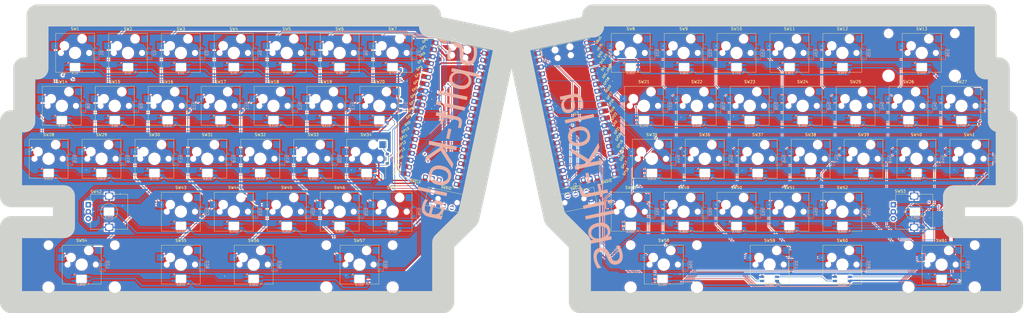
<source format=kicad_pcb>
(kicad_pcb (version 20240108) (generator "pcbnew") (generator_version "8.0")
  (layers (0 "F.Cu" signal) (31 "B.Cu" signal) (34 "B.Paste" user) (35 "F.Paste" user) (36 "B.SilkS" user "B.Silkscreen") (37 "F.SilkS" user "F.Silkscreen") (38 "B.Mask" user) (39 "F.Mask" user) (44 "Edge.Cuts" user))
  (net 0 "")
  (net 1 "L_RGB")
  (net 2 "L_GND")
  (net 4 "L_GP1")
  (net 5 "L_GP0")
  (net 6 "R_GP1")
  (net 7 "R_GP0")
  (net 8 "Net-(D8-A)")
  (net 9 "L_C0")
  (net 10 "Net-(D9-A)")
  (net 11 "L_C1")
  (net 12 "L_C2")
  (net 13 "Net-(D10-A)")
  (net 14 "Net-(D11-A)")
  (net 15 "L_C3")
  (net 16 "Net-(D12-A)")
  (net 17 "L_C4")
  (net 18 "L_C5")
  (net 19 "Net-(D13-A)")
  (net 20 "L_C6")
  (net 21 "Net-(D14-A)")
  (net 22 "Net-(D1-A)")
  (net 23 "Net-(D2-A)")
  (net 24 "Net-(D3-A)")
  (net 25 "Net-(D4-A)")
  (net 26 "Net-(D5-A)")
  (net 27 "Net-(D6-A)")
  (net 28 "Net-(D7-A)")
  (net 29 "Net-(D15-A)")
  (net 30 "Net-(D16-A)")
  (net 31 "Net-(D17-A)")
  (net 32 "Net-(D18-A)")
  (net 33 "Net-(D19-A)")
  (net 34 "Net-(D20-A)")
  (net 35 "Net-(D21-A)")
  (net 36 "R_C7")
  (net 37 "Net-(D48-A)")
  (net 38 "Net-(D24-A)")
  (net 39 "Net-(D25-A)")
  (net 40 "Net-(D26-A)")
  (net 41 "Net-(D27-A)")
  (net 42 "Net-(D28-A)")
  (net 43 "R_C8")
  (net 44 "R_C9")
  (net 45 "R_C10")
  (net 46 "R_C11")
  (net 47 "R_C12")
  (net 48 "R_ECA")
  (net 49 "R_ECB")
  (net 50 "L_ECA")
  (net 51 "L_ECB")
  (net 52 "R_C13")
  (net 53 "L_R2")
  (net 58 "L_R0")
  (net 59 "L_R1")
  (net 60 "L_R3")
  (net 61 "L_R4")
  (net 62 "R_R1")
  (net 65 "R_R2")
  (net 68 "R_R0")
  (net 72 "R_R4")
  (net 76 "R_RGB")
  (net 79 "R_R3")
  (net 81 "Net-(D1.5-DOUT)")
  (net 82 "Net-(D2.5-DOUT)")
  (net 83 "Net-(D3.5-DOUT)")
  (net 84 "Net-(D4.5-DOUT)")
  (net 85 "Net-(D5.5-DOUT)")
  (net 86 "Net-(D6.5-DOUT)")
  (net 87 "Net-(D7.5-DOUT)")
  (net 88 "Net-(D8.5-DOUT)")
  (net 89 "Net-(D10.5-DIN)")
  (net 90 "Net-(D10.5-DOUT)")
  (net 91 "Net-(D11.5-DOUT)")
  (net 92 "Net-(D12.5-DOUT)")
  (net 93 "Net-(D13.5-DOUT)")
  (net 94 "Net-(D14.5-DOUT)")
  (net 95 "Net-(D15.5-DOUT)")
  (net 96 "Net-(D16.5-DOUT)")
  (net 97 "Net-(D17.5-DOUT)")
  (net 98 "Net-(D18.5-DOUT)")
  (net 99 "Net-(D19.5-DOUT)")
  (net 100 "Net-(D20.5-DOUT)")
  (net 101 "Net-(D21.5-DOUT)")
  (net 102 "Net-(D22-A)")
  (net 103 "Net-(D22.5-DOUT)")
  (net 104 "Net-(D23-A)")
  (net 105 "Net-(D23.5-DOUT)")
  (net 106 "Net-(D24.5-DOUT)")
  (net 107 "Net-(D25.5-DOUT)")
  (net 108 "Net-(D26.5-DOUT)")
  (net 109 "Net-(D27.5-DOUT)")
  (net 110 "Net-(D28.5-DOUT)")
  (net 111 "Net-(D29-A)")
  (net 112 "Net-(D29.5-DOUT)")
  (net 113 "Net-(D30-A)")
  (net 114 "Net-(D30.5-DOUT)")
  (net 115 "Net-(D35.5-DOUT)")
  (net 116 "Net-(D36.5-DOUT)")
  (net 117 "Net-(D37.5-DOUT)")
  (net 118 "Net-(D38.5-DOUT)")
  (net 119 "Net-(D39.5-DOUT)")
  (net 120 "Net-(D40.5-DOUT)")
  (net 121 "Net-(D41.5-DOUT)")
  (net 122 "Net-(D42.5-DOUT)")
  (net 123 "Net-(D43.5-DOUT)")
  (net 124 "Net-(D44.5-DOUT)")
  (net 125 "Net-(D45.5-DOUT)")
  (net 126 "Net-(D46.5-DOUT)")
  (net 127 "Net-(D47.5-DOUT)")
  (net 128 "Net-(D48.5-DOUT)")
  (net 129 "Net-(D49.5-DOUT)")
  (net 130 "Net-(D50.5-DOUT)")
  (net 131 "Net-(D51.5-DOUT)")
  (net 132 "Net-(D52.5-DOUT)")
  (net 133 "Net-(D53.5-DOUT)")
  (net 134 "Net-(D54.5-DOUT)")
  (net 135 "Net-(D55.5-DOUT)")
  (net 136 "Net-(D56.5-DOUT)")
  (net 137 "Net-(D57.5-DOUT)")
  (net 138 "Net-(D58.5-DOUT)")
  (net 139 "Net-(D59.5-DOUT)")
  (net 140 "Net-(D60.5-DOUT)")
  (net 141 "Net-(D61.5-DOUT)")
  (net 142 "Net-(D62.5-DOUT)")
  (net 143 "Net-(D63.5-DOUT)")
  (net 145 "GND")
  (net 146 "L_VBUS")
  (net 147 "R_VBUS")
  (net 148 "Net-(D31-A)")
  (net 149 "Net-(D32-A)")
  (net 150 "Net-(D33-A)")
  (net 151 "Net-(D34-A)")
  (net 152 "Net-(D35-A)")
  (net 153 "Net-(D36-A)")
  (net 154 "Net-(D38-A)")
  (net 155 "Net-(D39-A)")
  (net 156 "Net-(D40-A)")
  (net 157 "Net-(D41-A)")
  (net 158 "Net-(D42-A)")
  (net 159 "Net-(D43-A)")
  (net 160 "Net-(D44-A)")
  (net 161 "Net-(D45-A)")
  (net 162 "Net-(D46-A)")
  (net 163 "Net-(D47-A)")
  (net 164 "Net-(D49-A)")
  (net 165 "Net-(D50-A)")
  (net 166 "Net-(D51-A)")
  (net 167 "Net-(D52-A)")
  (net 168 "Net-(D53-A)")
  (net 169 "Net-(D54-A)")
  (net 170 "Net-(D55-A)")
  (net 171 "Net-(D56-A)")
  (net 172 "Net-(D57-A)")
  (net 173 "Net-(D58-A)")
  (net 174 "Net-(D59-A)")
  (net 175 "Net-(D37-A)")
  (footprint "CherryMX_PCB_KailhSocket:CherryMX_1.00u_PCB_KailhSocket" (layer "F.Cu") (at 257.175 38.1)
    (property "Reference" "SW8")
    (property "Value" "CherryMX")
  )
  (footprint "CherryMX_PCB_KailhSocket:CherryMX_1.00u_PCB_KailhSocket" (layer "F.Cu") (at 333.375 38.1)
    (property "Reference" "SW12")
    (property "Value" "CherryMX")
  )
  (footprint "CherryMX_PCB_KailhSocket:CherryMX_1.00u_PCB_KailhSocket" (layer "F.Cu") (at 128.5875 57.15)
    (property "Reference" "SW18")
    (property "Value" "CherryMX")
  )
  (footprint "CherryMX_PCB_KailhSocket:CherryMX_1.00u_PCB_KailhSocket" (layer "F.Cu") (at 295.275 95.25)
    (property "Reference" "SW50")
    (property "Value" "CherryMX")
  )
  (footprint "CherryMX_PCB_KailhSocket:CherryMX_1.00u_PCB_KailhSocket" (layer "F.Cu") (at 257.175 95.25)
    (property "Reference" "SW48")
    (property "Value" "CherryMX")
  )
  (footprint "CherryMX_PCB_KailhSocket:CherryMX_1.00u_PCB_KailhSocket" (layer "F.Cu") (at 161.925 76.2)
    (property "Reference" "SW34")
    (property "Value" "CherryMX")
  )
  (footprint "CherryMX_PCB_KailhSocket:CherryMX_1.50u_PCB_KailhSocket" (layer "F.Cu") (at 95.25 114.3)
    (property "Reference" "SW55")
    (property "Value" "CherryMX")
  )
  (footprint "CherryMX_PCB_KailhSocket:CherryMX_1.00u_PCB_KailhSocket" (layer "F.Cu") (at 66.675 76.2)
    (property "Reference" "SW29")
    (property "Value" "CherryMX")
  )
  (footprint "CherryMX_PCB_KailhSocket:CherryMX_1.00u_PCB_KailhSocket" (layer "F.Cu") (at 52.3875 57.15)
    (property "Reference" "SW14")
    (property "Value" "CherryMX")
  )
  (footprint "CherryMX_PCB_KailhSocket_StabWireBottom:CherryMX_2.75u_PCB_KailhSocket_StabWireBottom" (layer "F.Cu") (at 269.08125 114.3)
    (property "Reference" "SW58")
    (property "Value" "CherryMX")
  )
  (footprint "CherryMX_PCB_KailhSocket:CherryMX_1.00u_PCB_KailhSocket" (layer "F.Cu") (at 104.775 76.2)
    (property "Reference" "SW31")
    (property "Value" "CherryMX")
  )
  (footprint "CherryMX_PCB_KailhSocket:CherryMX_1.00u_PCB_KailhSocket" (layer "F.Cu") (at 171.45 38.1)
    (property "Reference" "SW7")
    (property "Value" "CherryMX")
  )
  (footprint "MCU_RaspberryPi_and_Boards:RPi_Pico_SMD_TH" (layer "F.Cu") (at 237.61 59.940933 12)
    (property "Reference" "U2")
    (property "Value" "Pico")
  )
  (footprint "Rotary_Encoder:RotaryEncoder_Alps_EC12E_Vertical_H20mm" (layer "F.Cu") (at 351.7125 92.7525)
    (property "Reference" "SW53")
    (property "Value" "RotaryEncoder")
  )
  (footprint "CherryMX_PCB_KailhSocket:CherryMX_1.00u_PCB_KailhSocket" (layer "F.Cu") (at 85.725 76.2)
    (property "Reference" "SW30")
    (property "Value" "CherryMX")
  )
  (footprint "CherryMX_PCB_KailhSocket:CherryMX_1.00u_PCB_KailhSocket" (layer "F.Cu") (at 276.225 38.1)
    (property "Reference" "SW9")
    (property "Value" "CherryMX")
  )
  (footprint "CherryMX_PCB_KailhSocket:CherryMX_1.00u_PCB_KailhSocket" (layer "F.Cu") (at 166.6875 57.15)
    (property "Reference" "SW20")
    (property "Value" "CherryMX")
  )
  (footprint "CherryMX_PCB_KailhSocket:CherryMX_1.00u_PCB_KailhSocket" (layer "F.Cu") (at 95.25 38.1)
    (property "Reference" "SW3")
    (property "Value" "CherryMX")
  )
  (footprint "CherryMX_PCB_KailhSocket:CherryMX_1.00u_PCB_KailhSocket" (layer "F.Cu") (at 57.15 38.1)
    (property "Reference" "SW1")
    (property "Value" "CherryMX")
  )
  (footprint "CherryMX_PCB_KailhSocket_StabWireBottom:CherryMX_2.00u_PCB_KailhSocket_StabWireBottom" (layer "F.Cu") (at 361.95 38.1)
    (property "Reference" "SW13")
    (property "Value" "CherryMX")
  )
  (footprint "footprints:PJ-320A" (layer "F.Cu") (at 229.41 90.632698 12)
    (property "Reference" "J2")
    (property "Value" "L_TRRS")
  )
  (footprint "CherryMX_PCB_KailhSocket:CherryMX_1.00u_PCB_KailhSocket" (layer "F.Cu") (at 340.995 76.2)
    (property "Reference" "SW39")
    (property "Value" "CherryMX")
  )
  (footprint "CherryMX_PCB_KailhSocket:CherryMX_1.00u_PCB_KailhSocket" (layer "F.Cu") (at 123.825 76.2)
    (property "Reference" "SW32")
    (property "Value" "CherryMX")
  )
  (footprint "CherryMX_PCB_KailhSocket:CherryMX_1.00u_PCB_KailhSocket" (layer "F.Cu") (at 321.945 76.2)
    (property "Reference" "SW38")
    (property "Value" "CherryMX")
  )
  (footprint "CherryMX_PCB_KailhSocket:CherryMX_1.00u_PCB_KailhSocket" (layer "F.Cu") (at 300.0375 57.15)
    (property "Reference" "SW23")
    (property "Value" "CherryMX")
  )
  (footprint "CherryMX_PCB_KailhSocket:CherryMX_1.00u_PCB_KailhSocket" (layer "F.Cu") (at 376.2375 57.15)
    (property "Reference" "SW27")
    (property "Value" "CherryMX")
  )
  (footprint "CherryMX_PCB_KailhSocket:CherryMX_1.00u_PCB_KailhSocket" (layer "F.Cu") (at 357.1875 57.15)
    (property "Reference" "SW26")
    (property "Value" "CherryMX")
  )
  (footprint "CherryMX_PCB_KailhSocket:CherryMX_1.00u_PCB_KailhSocket" (layer "F.Cu") (at 90.4875 57.15)
    (property "Reference" "SW16")
    (property "Value" "CherryMX")
  )
  (footprint "CherryMX_PCB_KailhSocket:CherryMX_1.00u_PCB_KailhSocket" (layer "F.Cu") (at 142.875 76.2)
    (property "Reference" "SW33")
    (property "Value" "CherryMX")
  )
  (footprint "CherryMX_PCB_KailhSocket:CherryMX_1.00u_PCB_KailhSocket" (layer "F.Cu") (at 95.25 95.25)
    (property "Reference" "SW43")
    (property "Value" "CherryMX")
  )
  (footprint "CherryMX_PCB_KailhSocket:CherryMX_1.00u_PCB_KailhSocket" (layer "F.Cu") (at 338.1375 57.15)
    (property "Reference" "SW25")
    (property "Value" "CherryMX")
  )
  (footprint "CherryMX_PCB_KailhSocket:CherryMX_1.00u_PCB_KailhSocket" (layer "F.Cu") (at 152.4 95.25)
    (property "Reference" "SW46")
    (property "Value" "CherryMX")
  )
  (footprint "CherryMX_PCB_KailhSocket:CherryMX_1.00u_PCB_KailhSocket" (layer "F.Cu") (at 379.095 76.2)
    (property "Reference" "SW41")
    (property "Value" "CherryMX")
  )
  (footprint "CherryMX_PCB_KailhSocket_StabWireBottom:CherryMX_2.75u_PCB_KailhSocket_StabWireBottom" (layer "F.Cu") (at 159.54375 114.3)
    (property "Reference" "SW57")
    (property "Value" "CherryMX")
  )
  (footprint "CherryMX_PCB_KailhSocket:CherryMX_1.25u_PCB_KailhSocket" (layer "F.Cu") (at 307.18125 114.3)
    (property "Reference" "SW59")
    (property "Value" "CherryMX")
  )
  (footprint "MCU_RaspberryPi_and_Boards:RPi_Pico_SMD_TH" (layer "F.Cu") (at 190.701102 59.940933 -12)
    (property "Reference" "U1")
    (property "Value" "Pico")
  )
  (footprint "CherryMX_PCB_KailhSocket:CherryMX_1.00u_PCB_KailhSocket" (layer "F.Cu") (at 283.845 76.2)
    (property "Reference" "SW36")
    (property "Value" "CherryMX")
  )
  (footprint "CherryMX_PCB_KailhSocket:CherryMX_1.00u_PCB_KailhSocket" (layer "F.Cu") (at 264.795 76.2)
    (property "Reference" "SW35")
    (property "Value" "CherryMX")
  )
  (footprint "CherryMX_PCB_KailhSocket:CherryMX_1.00u_PCB_KailhSocket" (layer "F.Cu") (at 261.9375 57.15)
    (property "Reference" "SW21")
    (property "Value" "CherryMX")
  )
  (footprint "CherryMX_PCB_KailhSocket:CherryMX_1.00u_PCB_KailhSocket" (layer "F.Cu") (at 360.045 76.2)
    (property "Reference" "SW40")
    (property "Value" "CherryMX")
  )
  (footprint "CherryMX_PCB_KailhSocket:CherryMX_1.00u_PCB_KailhSocket" (layer "F.Cu") (at 276.225 95.25)
    (property "Reference" "SW49")
    (property "Value" "CherryMX")
  )
  (footprint "footprints:PJ-320A" (layer "F.Cu") (at 197.85274 94.932698 168)
    (property "Reference" "J1")
    (property "Value" "L_TRRS")
  )
  (footprint "CherryMX_PCB_KailhSocket:CherryMX_1.25u_PCB_KailhSocket" (layer "F.Cu") (at 121.44375 114.3)
    (property "Reference" "SW56")
    (property "Value" "CherryMX")
  )
  (footprint "CherryMX_PCB_KailhSocket:CherryMX_1.00u_PCB_KailhSocket" (layer "F.Cu") (at 314.325 95.25)
    (property "Reference" "SW51")
    (property "Value" "CherryMX")
  )
  (footprint "CherryMX_PCB_KailhSocket:CherryMX_1.00u_PCB_KailhSocket" (layer "F.Cu") (at 47.625 76.2)
    (property "Reference" "SW28")
    (property "Value" "CherryMX")
  )
  (footprint "CherryMX_PCB_KailhSocket:CherryMX_1.00u_PCB_KailhSocket" (layer "F.Cu") (at 319.0875 57.15)
    (property "Reference" "SW24")
    (property "Value" "CherryMX")
  )
  (footprint "CherryMX_PCB_KailhSocket:CherryMX_1.00u_PCB_KailhSocket" (layer "F.Cu") (at 333.375 95.25)
    (property "Reference" "SW52")
    (property "Value" "CherryMX")
  )
  (footprint "CherryMX_PCB_KailhSocket:CherryMX_1.00u_PCB_KailhSocket" (layer "F.Cu") (at 147.6375 57.15)
    (property "Reference" "SW19")
    (property "Value" "CherryMX")
  )
  (footprint "CherryMX_PCB_KailhSocket:CherryMX_1.00u_PCB_KailhSocket" (layer "F.Cu") (at 133.35 38.1)
    (property "Reference" "SW5")
    (property "Value" "CherryMX")
  )
  (footprint "CherryMX_PCB_KailhSocket_StabWireBottom:CherryMX_2.25u_PCB_KailhSocket_StabWireBottom" (layer "F.Cu") (at 369.09375 114.3)
    (property "Reference" "SW61")
    (property "Value" "CherryMX")
  )
  (footprint "CherryMX_PCB_KailhSocket:CherryMX_1.00u_PCB_KailhSocket" (layer "F.Cu") (at 114.3 38.1)
    (property "Reference" "SW4")
    (property "Value" "CherryMX")
  )
  (footprint "CherryMX_PCB_KailhSocket:CherryMX_1.00u_PCB_KailhSocket" (layer "F.Cu") (at 171.45 95.25)
    (property "Reference" "SW47")
    (property "Value" "CherryMX")
  )
  (footprint "CherryMX_PCB_KailhSocket:CherryMX_1.00u_PCB_KailhSocket" (layer "F.Cu") (at 152.4 38.1)
    (property "Reference" "SW6")
    (property "Value" "CherryMX")
  )
  (footprint "CherryMX_PCB_KailhSocket:CherryMX_1.00u_PCB_KailhSocket" (layer "F.Cu") (at 314.325 38.1)
    (property "Reference" "SW11")
    (property "Value" "CherryMX")
  )
  (footprint "CherryMX_PCB_KailhSocket:CherryMX_1.00u_PCB_KailhSocket" (layer "F.Cu") (at 114.3 95.25)
    (property "Reference" "SW44")
    (property "Value" "CherryMX")
  )
  (footprint "CherryMX_PCB_KailhSocket:CherryMX_1.00u_PCB_KailhSocket" (layer "F.Cu") (at 109.5375 57.15)
    (property "Reference" "SW17")
    (property "Value" "CherryMX")
  )
  (footprint "Rotary_Encoder:RotaryEncoder_Alps_EC12E_Vertical_H20mm" (layer "F.Cu") (at 61.9125 92.7525)
    (property "Reference" "SW42")
    (property "Value" "RotaryEncoder")
  )
  (footprint "CherryMX_PCB_KailhSocket:CherryMX_1.00u_PCB_KailhSocket" (layer "F.Cu") (at 280.9875 57.15)
    (property "Reference" "SW22")
    (property "Value" "CherryMX")
  )
  (footprint "CherryMX_PCB_KailhSocket:CherryMX_1.00u_PCB_KailhSocket" (layer "F.Cu") (at 133.35 95.25)
    (property "Reference" "SW45")
    (property "Value" "CherryMX")
  )
  (footprint "CherryMX_PCB_KailhSocket:CherryMX_1.50u_PCB_KailhSocket" (layer "F.Cu") (at 333.375 114.3)
    (property "Reference" "SW60")
    (property "Value" "CherryMX")
  )
  (footprint "CherryMX_PCB_KailhSocket_StabWireBottom:CherryMX_2.25u_PCB_KailhSocket_StabWireBottom" (layer "F.Cu") (at 59.53125 114.3)
    (property "Reference" "SW54")
    (property "Value" "CherryMX")
  )
  (footprint "CherryMX_PCB_KailhSocket:CherryMX_1.00u_PCB_KailhSocket" (layer "F.Cu") (at 71.4375 57.15)
    (property "Reference" "SW15")
    (property "Value" "CherryMX")
  )
  (footprint "CherryMX_PCB_KailhSocket:CherryMX_1.00u_PCB_KailhSocket" (layer "F.Cu") (at 76.2 38.1)
    (property "Reference" "SW2")
    (property "Value" "CherryMX")
  )
  (footprint "CherryMX_PCB_KailhSocket:CherryMX_1.00u_PCB_KailhSocket" (layer "F.Cu") (at 295.275 38.1)
    (property "Reference" "SW10")
    (property "Value" "CherryMX")
  )
  (footprint "CherryMX_PCB_KailhSocket:CherryMX_1.00u_PCB_KailhSocket" (layer "F.Cu") (at 302.895 76.2)
    (property "Reference" "SW37")
    (property "Value" "CherryMX")
  )
  (footprint "Diode_SMD:D_SOD-123" (layer "B.Cu") (at 112.395 76.2 90)
    (property "Reference" "D18")
    (property "Value" "D")
  )
  (footprint "footprints:SK6812-MINI-E" (layer "B.Cu") (at 71.4375 62.2935 180)
    (property "Reference" "D9.5")
    (property "Value" "WS2812B" (hide yes))
    (fp_line (start 1.9 -1.3) (end 1.9 1.3) (stroke (width 0.12)) (layer "Edge.Cuts"))
    (fp_line (start 1.7 1.5) (end -1.7 1.5) (stroke (width 0.12)) (layer "Edge.Cuts"))
    (fp_line (start -1.7 -1.5) (end 1.7 -1.5) (stroke (width 0.12)) (layer "Edge.Cuts"))
    (fp_line (start -1.9 1.3) (end -1.9 -1.3) (stroke (width 0.12)) (layer "Edge.Cuts"))
    (fp_arc (start 1.9 1.3) (mid 1.841421 1.441421) (end 1.7 1.5) (stroke (width 0.12)) (layer "Edge.Cuts"))
    (fp_arc (start 1.7 -1.5) (mid 1.841421 -1.441421) (end 1.9 -1.3) (stroke (width 0.12)) (layer "Edge.Cuts"))
    (fp_arc (start -1.7 1.5) (mid -1.841421 1.441421) (end -1.9 1.3) (stroke (width 0.12)) (layer "Edge.Cuts"))
    (fp_arc (start -1.9 -1.3) (mid -1.841421 -1.441421) (end -1.7 -1.5) (stroke (width 0.12)) (layer "Edge.Cuts"))
  )
  (footprint "Diode_SMD:D_SOD-123" (layer "B.Cu") (at 160.02 95.25 90)
    (property "Reference" "D25")
    (property "Value" "D")
  )
  (footprint "footprints:SK6812-MINI-E" (layer "B.Cu") (at 338.1375 62.2935 180)
    (property "Reference" "D45.5")
    (property "Value" "WS2812B" (hide yes))
    (fp_line (start 1.9 -1.3) (end 1.9 1.3) (stroke (width 0.12)) (layer "Edge.Cuts"))
    (fp_line (start 1.7 1.5) (end -1.7 1.5) (stroke (width 0.12)) (layer "Edge.Cuts"))
    (fp_line (start -1.7 -1.5) (end 1.7 -1.5) (stroke (width 0.12)) (layer "Edge.Cuts"))
    (fp_line (start -1.9 1.3) (end -1.9 -1.3) (stroke (width 0.12)) (layer "Edge.Cuts"))
    (fp_arc (start 1.9 1.3) (mid 1.841421 1.441421) (end 1.7 1.5) (stroke (width 0.12)) (layer "Edge.Cuts"))
    (fp_arc (start 1.7 -1.5) (mid 1.841421 -1.441421) (end 1.9 -1.3) (stroke (width 0.12)) (layer "Edge.Cuts"))
    (fp_arc (start -1.7 1.5) (mid -1.841421 1.441421) (end -1.9 1.3) (stroke (width 0.12)) (layer "Edge.Cuts"))
    (fp_arc (start -1.9 -1.3) (mid -1.841421 -1.441421) (end -1.7 -1.5) (stroke (width 0.12)) (layer "Edge.Cuts"))
  )
  (footprint "Diode_SMD:D_SOD-123" (layer "B.Cu") (at 321.945 95.25 90)
    (property "Reference" "D54")
    (property "Value" "D")
  )
  (footprint "footprints:SK6812-MINI-E" (layer "B.Cu") (at 171.45 100.3935 180)
    (property "Reference" "D27.5")
    (property "Value" "WS2812B" (hide yes))
    (fp_line (start 1.9 -1.3) (end 1.9 1.3) (stroke (width 0.12)) (layer "Edge.Cuts"))
    (fp_line (start 1.7 1.5) (end -1.7 1.5) (stroke (width 0.12)) (layer "Edge.Cuts"))
    (fp_line (start -1.7 -1.5) (end 1.7 -1.5) (stroke (width 0.12)) (layer "Edge.Cuts"))
    (fp_line (start -1.9 1.3) (end -1.9 -1.3) (stroke (width 0.12)) (layer "Edge.Cuts"))
    (fp_arc (start 1.9 1.3) (mid 1.841421 1.441421) (end 1.7 1.5) (stroke (width 0.12)) (layer "Edge.Cuts"))
    (fp_arc (start 1.7 -1.5) (mid 1.841421 -1.441421) (end 1.9 -1.3) (stroke (width 0.12)) (layer "Edge.Cuts"))
    (fp_arc (start -1.7 1.5) (mid -1.841421 1.441421) (end -1.9 1.3) (stroke (width 0.12)) (layer "Edge.Cuts"))
    (fp_arc (start -1.9 -1.3) (mid -1.841421 -1.441421) (end -1.7 -1.5) (stroke (width 0.12)) (layer "Edge.Cuts"))
  )
  (footprint "Diode_SMD:D_SOD-123" (layer "B.Cu") (at 64.769996 38.1 90)
    (property "Reference" "D1")
    (property "Value" "D")
  )
  (footprint "Diode_SMD:D_SOD-123" (layer "B.Cu") (at 383.8575 57.15 90)
    (property "Reference" "D43")
    (property "Value" "D")
  )
  (footprint "footprints:SK6812-MINI-E" (layer "B.Cu") (at 333.375 119.4435 180)
    (property "Reference" "D63.5")
    (property "Value" "WS2812B" (hide yes))
    (fp_line (start 1.9 -1.3) (end 1.9 1.3) (stroke (width 0.12)) (layer "Edge.Cuts"))
    (fp_line (start 1.7 1.5) (end -1.7 1.5) (stroke (width 0.12)) (layer "Edge.Cuts"))
    (fp_line (start -1.7 -1.5) (end 1.7 -1.5) (stroke (width 0.12)) (layer "Edge.Cuts"))
    (fp_line (start -1.9 1.3) (end -1.9 -1.3) (stroke (width 0.12)) (layer "Edge.Cuts"))
    (fp_arc (start 1.9 1.3) (mid 1.841421 1.441421) (end 1.7 1.5) (stroke (width 0.12)) (layer "Edge.Cuts"))
    (fp_arc (start 1.7 -1.5) (mid 1.841421 -1.441421) (end 1.9 -1.3) (stroke (width 0.12)) (layer "Edge.Cuts"))
    (fp_arc (start -1.7 1.5) (mid -1.841421 1.441421) (end -1.9 1.3) (stroke (width 0.12)) (layer "Edge.Cuts"))
    (fp_arc (start -1.9 -1.3) (mid -1.841421 -1.441421) (end -1.7 -1.5) (stroke (width 0.12)) (layer "Edge.Cuts"))
  )
  (footprint "footprints:SK6812-MINI-E" (layer "B.Cu") (at 302.895 81.3435 180)
    (property "Reference" "D50.5")
    (property "Value" "WS2812B" (hide yes))
    (fp_line (start 1.9 -1.3) (end 1.9 1.3) (stroke (width 0.12)) (layer "Edge.Cuts"))
    (fp_line (start 1.7 1.5) (end -1.7 1.5) (stroke (width 0.12)) (layer "Edge.Cuts"))
    (fp_line (start -1.7 -1.5) (end 1.7 -1.5) (stroke (width 0.12)) (layer "Edge.Cuts"))
    (fp_line (start -1.9 1.3) (end -1.9 -1.3) (stroke (width 0.12)) (layer "Edge.Cuts"))
    (fp_arc (start 1.9 1.3) (mid 1.841421 1.441421) (end 1.7 1.5) (stroke (width 0.12)) (layer "Edge.Cuts"))
    (fp_arc (start 1.7 -1.5) (mid 1.841421 -1.441421) (end 1.9 -1.3) (stroke (width 0.12)) (layer "Edge.Cuts"))
    (fp_arc (start -1.7 1.5) (mid -1.841421 1.441421) (end -1.9 1.3) (stroke (width 0.12)) (layer "Edge.Cuts"))
    (fp_arc (start -1.9 -1.3) (mid -1.841421 -1.441421) (end -1.7 -1.5) (stroke (width 0.12)) (layer "Edge.Cuts"))
  )
  (footprint "footprints:SK6812-MINI-E" (layer "B.Cu") (at 152.399996 43.2435 180)
    (property "Reference" "D6.5")
    (property "Value" "WS2812B" (hide yes))
    (fp_line (start 1.9 -1.3) (end 1.9 1.3) (stroke (width 0.12)) (layer "Edge.Cuts"))
    (fp_line (start 1.7 1.5) (end -1.7 1.5) (stroke (width 0.12)) (layer "Edge.Cuts"))
    (fp_line (start -1.7 -1.5) (end 1.7 -1.5) (stroke (width 0.12)) (layer "Edge.Cuts"))
    (fp_line (start -1.9 1.3) (end -1.9 -1.3) (stroke (width 0.12)) (layer "Edge.Cuts"))
    (fp_arc (start 1.9 1.3) (mid 1.841421 1.441421) (end 1.7 1.5) (stroke (width 0.12)) (layer "Edge.Cuts"))
    (fp_arc (start 1.7 -1.5) (mid 1.841421 -1.441421) (end 1.9 -1.3) (stroke (width 0.12)) (layer "Edge.Cuts"))
    (fp_arc (start -1.7 1.5) (mid -1.841421 1.441421) (end -1.9 1.3) (stroke (width 0.12)) (layer "Edge.Cuts"))
    (fp_arc (start -1.9 -1.3) (mid -1.841421 -1.441421) (end -1.7 -1.5) (stroke (width 0.12)) (layer "Edge.Cuts"))
  )
  (footprint "footprints:SK6812-MINI-E" (layer "B.Cu") (at 360.045 81.3435 180)
    (property "Reference" "D53.5")
    (property "Value" "WS2812B" (hide yes))
    (fp_line (start 1.9 -1.3) (end 1.9 1.3) (stroke (width 0.12)) (layer "Edge.Cuts"))
    (fp_line (start 1.7 1.5) (end -1.7 1.5) (stroke (width 0.12)) (layer "Edge.Cuts"))
    (fp_line (start -1.7 -1.5) (end 1.7 -1.5) (stroke (width 0.12)) (layer "Edge.Cuts"))
    (fp_line (start -1.9 1.3) (end -1.9 -1.3) (stroke (width 0.12)) (layer "Edge.Cuts"))
    (fp_arc (start 1.9 1.3) (mid 1.841421 1.441421) (end 1.7 1.5) (stroke (width 0.12)) (layer "Edge.Cuts"))
    (fp_arc (start 1.7 -1.5) (mid 1.841421 -1.441421) (end 1.9 -1.3) (stroke (width 0.12)) (layer "Edge.Cuts"))
    (fp_arc (start -1.7 1.5) (mid -1.841421 1.441421) (end -1.9 1.3) (stroke (width 0.12)) (layer "Edge.Cuts"))
    (fp_arc (start -1.9 -1.3) (mid -1.841421 -1.441421) (end -1.7 -1.5) (stroke (width 0.12)) (layer "Edge.Cuts"))
  )
  (footprint "footprints:SK6812-MINI-E" (layer "B.Cu") (at 314.325 43.2435 180)
    (property "Reference" "D38.5")
    (property "Value" "WS2812B" (hide yes))
    (fp_line (start 1.9 -1.3) (end 1.9 1.3) (stroke (width 0.12)) (layer "Edge.Cuts"))
    (fp_line (start 1.7 1.5) (end -1.7 1.5) (stroke (width 0.12)) (layer "Edge.Cuts"))
    (fp_line (start -1.7 -1.5) (end 1.7 -1.5) (stroke (width 0.12)) (layer "Edge.Cuts"))
    (fp_line (start -1.9 1.3) (end -1.9 -1.3) (stroke (width 0.12)) (layer "Edge.Cuts"))
    (fp_arc (start 1.9 1.3) (mid 1.841421 1.441421) (end 1.7 1.5) (stroke (width 0.12)) (layer "Edge.Cuts"))
    (fp_arc (start 1.7 -1.5) (mid 1.841421 -1.441421) (end 1.9 -1.3) (stroke (width 0.12)) (layer "Edge.Cuts"))
    (fp_arc (start -1.7 1.5) (mid -1.841421 1.441421) (end -1.9 1.3) (stroke (width 0.12)) (layer "Edge.Cuts"))
    (fp_arc (start -1.9 -1.3) (mid -1.841421 -1.441421) (end -1.7 -1.5) (stroke (width 0.12)) (layer "Edge.Cuts"))
  )
  (footprint "footprints:SK6812-MINI-E" (layer "B.Cu") (at 159.54375 119.4435 180)
    (property "Reference" "D31.5")
    (property "Value" "WS2812B" (hide yes))
    (fp_line (start 1.9 -1.3) (end 1.9 1.3) (stroke (width 0.12)) (layer "Edge.Cuts"))
    (fp_line (start 1.7 1.5) (end -1.7 1.5) (stroke (width 0.12)) (layer "Edge.Cuts"))
    (fp_line (start -1.7 -1.5) (end 1.7 -1.5) (stroke (width 0.12)) (layer "Edge.Cuts"))
    (fp_line (start -1.9 1.3) (end -1.9 -1.3) (stroke (width 0.12)) (layer "Edge.Cuts"))
    (fp_arc (start 1.9 1.3) (mid 1.841421 1.441421) (end 1.7 1.5) (stroke (width 0.12)) (layer "Edge.Cuts"))
    (fp_arc (start 1.7 -1.5) (mid 1.841421 -1.441421) (end 1.9 -1.3) (stroke (width 0.12)) (layer "Edge.Cuts"))
    (fp_arc (start -1.7 1.5) (mid -1.841421 1.441421) (end -1.9 1.3) (stroke (width 0.12)) (layer "Edge.Cuts"))
    (fp_arc (start -1.9 -1.3) (mid -1.841421 -1.441421) (end -1.7 -1.5) (stroke (width 0.12)) (layer "Edge.Cuts"))
  )
  (footprint "Diode_SMD:D_SOD-123" (layer "B.Cu") (at 136.2075 57.15 90)
    (property "Reference" "D12")
    (property "Value" "D")
  )
  (footprint "footprints:SK6812-MINI-E" (layer "B.Cu") (at 114.3 100.3935 180)
    (property "Reference" "D24.5")
    (property "Value" "WS2812B" (hide yes))
    (fp_line (start 1.9 -1.3) (end 1.9 1.3) (stroke (width 0.12)) (layer "Edge.Cuts"))
    (fp_line (start 1.7 1.5) (end -1.7 1.5) (stroke (width 0.12)) (layer "Edge.Cuts"))
    (fp_line (start -1.7 -1.5) (end 1.7 -1.5) (stroke (width 0.12)) (layer "Edge.Cuts"))
    (fp_line (start -1.9 1.3) (end -1.9 -1.3) (stroke (width 0.12)) (layer "Edge.Cuts"))
    (fp_arc (start 1.9 1.3) (mid 1.841421 1.441421) (end 1.7 1.5) (stroke (width 0.12)) (layer "Edge.Cuts"))
    (fp_arc (start 1.7 -1.5) (mid 1.841421 -1.441421) (end 1.9 -1.3) (stroke (width 0.12)) (layer "Edge.Cuts"))
    (fp_arc (start -1.7 1.5) (mid -1.841421 1.441421) (end -1.9 1.3) (stroke (width 0.12)) (layer "Edge.Cuts"))
    (fp_arc (start -1.9 -1.3) (mid -1.841421 -1.441421) (end -1.7 -1.5) (stroke (width 0.12)) (layer "Edge.Cuts"))
  )
  (footprint "Diode_SMD:D_SOD-123" (layer "B.Cu") (at 174.3075 57.15 90)
    (property "Reference" "D14")
    (property "Value" "D")
  )
  (footprint "footprints:SK6812-MINI-E" (layer "B.Cu") (at 66.675 81.3435 180)
    (property "Reference" "D16.5")
    (property "Value" "WS2812B" (hide yes))
    (fp_line (start 1.9 -1.3) (end 1.9 1.3) (stroke (width 0.12)) (layer "Edge.Cuts"))
    (fp_line (start 1.7 1.5) (end -1.7 1.5) (stroke (width 0.12)) (layer "Edge.Cuts"))
    (fp_line (start -1.7 -1.5) (end 1.7 -1.5) (stroke (width 0.12)) (layer "Edge.Cuts"))
    (fp_line (start -1.9 1.3) (end -1.9 -1.3) (stroke (width 0.12)) (layer "Edge.Cuts"))
    (fp_arc (start 1.9 1.3) (mid 1.841421 1.441421) (end 1.7 1.5) (stroke (width 0.12)) (layer "Edge.Cuts"))
    (fp_arc (start 1.7 -1.5) (mid 1.841421 -1.441421) (end 1.9 -1.3) (stroke (width 0.12)) (layer "Edge.Cuts"))
    (fp_arc (start -1.7 1.5) (mid -1.841421 1.441421) (end -1.9 1.3) (stroke (width 0.12)) (layer "Edge.Cuts"))
    (fp_arc (start -1.9 -1.3) (mid -1.841421 -1.441421) (end -1.7 -1.5) (stroke (width 0.12)) (layer "Edge.Cuts"))
  )
  (footprint "Diode_SMD:D_SOD-123" (layer "B.Cu") (at 283.845 38.1 90)
    (property "Reference" "D32")
    (property "Value" "D")
  )
  (footprint "footprints:SK6812-MINI-E" (layer "B.Cu") (at 307.18125 119.4435 180)
    (property "Reference" "D62.5")
    (property "Value" "WS2812B" (hide yes))
    (fp_line (start 1.9 -1.3) (end 1.9 1.3) (stroke (width 0.12)) (layer "Edge.Cuts"))
    (fp_line (start 1.7 1.5) (end -1.7 1.5) (stroke (width 0.12)) (layer "Edge.Cuts"))
    (fp_line (start -1.7 -1.5) (end 1.7 -1.5) (stroke (width 0.12)) (layer "Edge.Cuts"))
    (fp_line (start -1.9 1.3) (end -1.9 -1.3) (stroke (width 0.12)) (layer "Edge.Cuts"))
    (fp_arc (start 1.9 1.3) (mid 1.841421 1.441421) (end 1.7 1.5) (stroke (width 0.12)) (layer "Edge.Cuts"))
    (fp_arc (start 1.7 -1.5) (mid 1.841421 -1.441421) (end 1.9 -1.3) (stroke (width 0.12)) (layer "Edge.Cuts"))
    (fp_arc (start -1.7 1.5) (mid -1.841421 1.441421) (end -1.9 1.3) (stroke (width 0.12)) (layer "Edge.Cuts"))
    (fp_arc (start -1.9 -1.3) (mid -1.841421 -1.441421) (end -1.7 -1.5) (stroke (width 0.12)) (layer "Edge.Cuts"))
  )
  (footprint "Diode_SMD:D_SOD-123" (layer "B.Cu") (at 272.415 76.2 90)
    (property "Reference" "D44")
    (property "Value" "D")
  )
  (footprint "Diode_SMD:D_SOD-123" (layer "B.Cu") (at 321.945 38.1 90)
    (property "Reference" "D34")
    (property "Value" "D")
  )
  (footprint "Diode_SMD:D_SOD-123" (layer "B.Cu") (at 117.1575 57.15 90)
    (property "Reference" "D11")
    (property "Value" "D")
  )
  (footprint "footprints:SK6812-MINI-E" (layer "B.Cu") (at 379.095 81.3435 180)
    (property "Reference" "D54.5")
    (property "Value" "WS2812B" (hide yes))
    (fp_line (start 1.9 -1.3) (end 1.9 1.3) (stroke (width 0.12)) (layer "Edge.Cuts"))
    (fp_line (start 1.7 1.5) (end -1.7 1.5) (stroke (width 0.12)) (layer "Edge.Cuts"))
    (fp_line (start -1.7 -1.5) (end 1.7 -1.5) (stroke (width 0.12)) (layer "Edge.Cuts"))
    (fp_line (start -1.9 1.3) (end -1.9 -1.3) (stroke (width 0.12)) (layer "Edge.Cuts"))
    (fp_arc (start 1.9 1.3) (mid 1.841421 1.441421) (end 1.7 1.5) (stroke (width 0.12)) (layer "Edge.Cuts"))
    (fp_arc (start 1.7 -1.5) (mid 1.841421 -1.441421) (end 1.9 -1.3) (stroke (width 0.12)) (layer "Edge.Cuts"))
    (fp_arc (start -1.7 1.5) (mid -1.841421 1.441421) (end -1.9 1.3) (stroke (width 0.12)) (layer "Edge.Cuts"))
    (fp_arc (start -1.9 -1.3) (mid -1.841421 -1.441421) (end -1.7 -1.5) (stroke (width 0.12)) (layer "Edge.Cuts"))
  )
  (footprint "Diode_SMD:D_SOD-123" (layer "B.Cu") (at 291.465 76.2 90)
    (property "Reference" "D45")
    (property "Value" "D")
  )
  (footprint "footprints:SK6812-MINI-E" (layer "B.Cu") (at 147.6375 62.2935 180)
    (property "Reference" "D13.5")
    (property "Value" "WS2812B" (hide yes))
    (fp_line (start 1.9 -1.3) (end 1.9 1.3) (stroke (width 0.12)) (layer "Edge.Cuts"))
    (fp_line (start 1.7 1.5) (end -1.7 1.5) (stroke (width 0.12)) (layer "Edge.Cuts"))
    (fp_line (start -1.7 -1.5) (end 1.7 -1.5) (stroke (width 0.12)) (layer "Edge.Cuts"))
    (fp_line (start -1.9 1.3) (end -1.9 -1.3) (stroke (width 0.12)) (layer "Edge.Cuts"))
    (fp_arc (start 1.9 1.3) (mid 1.841421 1.441421) (end 1.7 1.5) (stroke (width 0.12)) (layer "Edge.Cuts"))
    (fp_arc (start 1.7 -1.5) (mid 1.841421 -1.441421) (end 1.9 -1.3) (stroke (width 0.12)) (layer "Edge.Cuts"))
    (fp_arc (start -1.7 1.5) (mid -1.841421 1.441421) (end -1.9 1.3) (stroke (width 0.12)) (layer "Edge.Cuts"))
    (fp_arc (start -1.9 -1.3) (mid -1.841421 -1.441421) (end -1.7 -1.5) (stroke (width 0.12)) (layer "Edge.Cuts"))
  )
  (footprint "Diode_SMD:D_SOD-123" (layer "B.Cu") (at 102.87 114.3 90)
    (property "Reference" "D28")
    (property "Value" "D")
  )
  (footprint "footprints:SK6812-MINI-E" (layer "B.Cu") (at 359.537 95.25 180)
    (property "Reference" "D60.5")
    (property "Value" "WS2812B" (hide yes))
    (fp_line (start 1.9 -1.3) (end 1.9 1.3) (stroke (width 0.12)) (layer "Edge.Cuts"))
    (fp_line (start 1.7 1.5) (end -1.7 1.5) (stroke (width 0.12)) (layer "Edge.Cuts"))
    (fp_line (start -1.7 -1.5) (end 1.7 -1.5) (stroke (width 0.12)) (layer "Edge.Cuts"))
    (fp_line (start -1.9 1.3) (end -1.9 -1.3) (stroke (width 0.12)) (layer "Edge.Cuts"))
    (fp_arc (start 1.9 1.3) (mid 1.841421 1.441421) (end 1.7 1.5) (stroke (width 0.12)) (layer "Edge.Cuts"))
    (fp_arc (start 1.7 -1.5) (mid 1.841421 -1.441421) (end 1.9 -1.3) (stroke (width 0.12)) (layer "Edge.Cuts"))
    (fp_arc (start -1.7 1.5) (mid -1.841421 1.441421) (end -1.9 1.3) (stroke (width 0.12)) (layer "Edge.Cuts"))
    (fp_arc (start -1.9 -1.3) (mid -1.841421 -1.441421) (end -1.7 -1.5) (stroke (width 0.12)) (layer "Edge.Cuts"))
  )
  (footprint "footprints:SK6812-MINI-E" (layer "B.Cu") (at 280.9875 62.2935 180)
    (property "Reference" "D42.5")
    (property "Value" "WS2812B" (hide yes))
    (fp_line (start 1.9 -1.3) (end 1.9 1.3) (stroke (width 0.12)) (layer "Edge.Cuts"))
    (fp_line (start 1.7 1.5) (end -1.7 1.5) (stroke (width 0.12)) (layer "Edge.Cuts"))
    (fp_line (start -1.7 -1.5) (end 1.7 -1.5) (stroke (width 0.12)) (layer "Edge.Cuts"))
    (fp_line (start -1.9 1.3) (end -1.9 -1.3) (stroke (width 0.12)) (layer "Edge.Cuts"))
    (fp_arc (start 1.9 1.3) (mid 1.841421 1.441421) (end 1.7 1.5) (stroke (width 0.12)) (layer "Edge.Cuts"))
    (fp_arc (start 1.7 -1.5) (mid 1.841421 -1.441421) (end 1.9 -1.3) (stroke (width 0.12)) (layer "Edge.Cuts"))
    (fp_arc (start -1.7 1.5) (mid -1.841421 1.441421) (end -1.9 1.3) (stroke (width 0.12)) (layer "Edge.Cuts"))
    (fp_arc (start -1.9 -1.3) (mid -1.841421 -1.441421) (end -1.7 -1.5) (stroke (width 0.12)) (layer "Edge.Cuts"))
  )
  (footprint "footprints:SK6812-MINI-E" (layer "B.Cu") (at 47.625 81.3435 180)
    (property "Reference" "D15.5")
    (property "Value" "WS2812B" (hide yes))
    (fp_line (start 1.9 -1.3) (end 1.9 1.3) (stroke (width 0.12)) (layer "Edge.Cuts"))
    (fp_line (start 1.7 1.5) (end -1.7 1.5) (stroke (width 0.12)) (layer "Edge.Cuts"))
    (fp_line (start -1.7 -1.5) (end 1.7 -1.5) (stroke (width 0.12)) (layer "Edge.Cuts"))
    (fp_line (start -1.9 1.3) (end -1.9 -1.3) (stroke (width 0.12)) (layer "Edge.Cuts"))
    (fp_arc (start 1.9 1.3) (mid 1.841421 1.441421) (end 1.7 1.5) (stroke (width 0.12)) (layer "Edge.Cuts"))
    (fp_arc (start 1.7 -1.5) (mid 1.841421 -1.441421) (end 1.9 -1.3) (stroke (width 0.12)) (layer "Edge.Cuts"))
    (fp_arc (start -1.7 1.5) (mid -1.841421 1.441421) (end -1.9 1.3) (stroke (width 0.12)) (layer "Edge.Cuts"))
    (fp_arc (start -1.9 -1.3) (mid -1.841421 -1.441421) (end -1.7 -1.5) (stroke (width 0.12)) (layer "Edge.Cuts"))
  )
  (footprint "Diode_SMD:D_SOD-123" (layer "B.Cu") (at 367.665 76.3905 90)
    (property "Reference" "D49")
    (property "Value" "D")
  )
  (footprint "Diode_SMD:D_SOD-123" (layer "B.Cu") (at 60.0075 57.15 90)
    (property "Reference" "D8")
    (property "Value" "D")
  )
  (footprint "footprints:SK6812-MINI-E" (layer "B.Cu") (at 357.1875 62.2935 180)
    (property "Reference" "D46.5")
    (property "Value" "WS2812B" (hide yes))
    (fp_line (start 1.9 -1.3) (end 1.9 1.3) (stroke (width 0.12)) (layer "Edge.Cuts"))
    (fp_line (start 1.7 1.5) (end -1.7 1.5) (stroke (width 0.12)) (layer "Edge.Cuts"))
    (fp_line (start -1.7 -1.5) (end 1.7 -1.5) (stroke (width 0.12)) (layer "Edge.Cuts"))
    (fp_line (start -1.9 1.3) (end -1.9 -1.3) (stroke (width 0.12)) (layer "Edge.Cuts"))
    (fp_arc (start 1.9 1.3) (mid 1.841421 1.441421) (end 1.7 1.5) (stroke (width 0.12)) (layer "Edge.Cuts"))
    (fp_arc (start 1.7 -1.5) (mid 1.841421 -1.441421) (end 1.9 -1.3) (stroke (width 0.12)) (layer "Edge.Cuts"))
    (fp_arc (start -1.7 1.5) (mid -1.841421 1.441421) (end -1.9 1.3) (stroke (width 0.12)) (layer "Edge.Cuts"))
    (fp_arc (start -1.9 -1.3) (mid -1.841421 -1.441421) (end -1.7 -1.5) (stroke (width 0.12)) (layer "Edge.Cuts"))
  )
  (footprint "footprints:SK6812-MINI-E" (layer "B.Cu") (at 90.4875 62.2935 180)
    (property "Reference" "D10.5")
    (property "Value" "WS2812B" (hide yes))
    (fp_line (start 1.9 -1.3) (end 1.9 1.3) (stroke (width 0.12)) (layer "Edge.Cuts"))
    (fp_line (start 1.7 1.5) (end -1.7 1.5) (stroke (width 0.12)) (layer "Edge.Cuts"))
    (fp_line (start -1.7 -1.5) (end 1.7 -1.5) (stroke (width 0.12)) (layer "Edge.Cuts"))
    (fp_line (start -1.9 1.3) (end -1.9 -1.3) (stroke (width 0.12)) (layer "Edge.Cuts"))
    (fp_arc (start 1.9 1.3) (mid 1.841421 1.441421) (end 1.7 1.5) (stroke (width 0.12)) (layer "Edge.Cuts"))
    (fp_arc (start 1.7 -1.5) (mid 1.841421 -1.441421) (end 1.9 -1.3) (stroke (width 0.12)) (layer "Edge.Cuts"))
    (fp_arc (start -1.7 1.5) (mid -1.841421 1.441421) (end -1.9 1.3) (stroke (width 0.12)) (layer "Edge.Cuts"))
    (fp_arc (start -1.9 -1.3) (mid -1.841421 -1.441421) (end -1.7 -1.5) (stroke (width 0.12)) (layer "Edge.Cuts"))
  )
  (footprint "Diode_SMD:D_SOD-123" (layer "B.Cu") (at 79.0575 57.15 90)
    (property "Reference" "D9")
    (property "Value" "D")
  )
  (footprint "Diode_SMD:D_SOD-123" (layer "B.Cu") (at 169.545 76.2 90)
    (property "Reference" "D21")
    (property "Value" "D")
  )
  (footprint "footprints:SK6812-MINI-E" (layer "B.Cu") (at 171.449996 43.2435 180)
    (property "Reference" "D7.5")
    (property "Value" "WS2812B" (hide yes))
    (fp_line (start 1.9 -1.3) (end 1.9 1.3) (stroke (width 0.12)) (layer "Edge.Cuts"))
    (fp_line (start 1.7 1.5) (end -1.7 1.5) (stroke (width 0.12)) (layer "Edge.Cuts"))
    (fp_line (start -1.7 -1.5) (end 1.7 -1.5) (stroke (width 0.12)) (layer "Edge.Cuts"))
    (fp_line (start -1.9 1.3) (end -1.9 -1.3) (stroke (width 0.12)) (layer "Edge.Cuts"))
    (fp_arc (start 1.9 1.3) (mid 1.841421 1.441421) (end 1.7 1.5) (stroke (width 0.12)) (layer "Edge.Cuts"))
    (fp_arc (start 1.7 -1.5) (mid 1.841421 -1.441421) (end 1.9 -1.3) (stroke (width 0.12)) (layer "Edge.Cuts"))
    (fp_arc (start -1.7 1.5) (mid -1.841421 1.441421) (end -1.9 1.3) (stroke (width 0.12)) (layer "Edge.Cuts"))
    (fp_arc (start -1.9 -1.3) (mid -1.841421 -1.441421) (end -1.7 -1.5) (stroke (width 0.12)) (layer "Edge.Cuts"))
  )
  (footprint "footprints:SK6812-MINI-E" (layer "B.Cu") (at 257.175 100.3935 180)
    (property "Reference" "D55.5")
    (property "Value" "WS2812B" (hide yes))
    (fp_line (start 1.9 -1.3) (end 1.9 1.3) (stroke (width 0.12)) (layer "Edge.Cuts"))
    (fp_line (start 1.7 1.5) (end -1.7 1.5) (stroke (width 0.12)) (layer "Edge.Cuts"))
    (fp_line (start -1.7 -1.5) (end 1.7 -1.5) (stroke (width 0.12)) (layer "Edge.Cuts"))
    (fp_line (start -1.9 1.3) (end -1.9 -1.3) (stroke (width 0.12)) (layer "Edge.Cuts"))
    (fp_arc (start 1.9 1.3) (mid 1.841421 1.441421) (end 1.7 1.5) (stroke (width 0.12)) (layer "Edge.Cuts"))
    (fp_arc (start 1.7 -1.5) (mid 1.841421 -1.441421) (end 1.9 -1.3) (stroke (width 0.12)) (layer "Edge.Cuts"))
    (fp_arc (start -1.7 1.5) (mid -1.841421 1.441421) (end -1.9 1.3) (stroke (width 0.12)) (layer "Edge.Cuts"))
    (fp_arc (start -1.9 -1.3) (mid -1.841421 -1.441421) (end -1.7 -1.5) (stroke (width 0.12)) (layer "Edge.Cuts"))
  )
  (footprint "footprints:SK6812-MINI-E" (layer "B.Cu") (at 114.299996 43.2435 180)
    (property "Reference" "D4.5")
    (property "Value" "WS2812B" (hide yes))
    (fp_line (start 1.9 -1.3) (end 1.9 1.3) (stroke (width 0.12)) (layer "Edge.Cuts"))
    (fp_line (start 1.7 1.5) (end -1.7 1.5) (stroke (width 0.12)) (layer "Edge.Cuts"))
    (fp_line (start -1.7 -1.5) (end 1.7 -1.5) (stroke (width 0.12)) (layer "Edge.Cuts"))
    (fp_line (start -1.9 1.3) (end -1.9 -1.3) (stroke (width 0.12)) (layer "Edge.Cuts"))
    (fp_arc (start 1.9 1.3) (mid 1.841421 1.441421) (end 1.7 1.5) (stroke (width 0.12)) (layer "Edge.Cuts"))
    (fp_arc (start 1.7 -1.5) (mid 1.841421 -1.441421) (end 1.9 -1.3) (stroke (width 0.12)) (layer "Edge.Cuts"))
    (fp_arc (start -1.7 1.5) (mid -1.841421 1.441421) (end -1.9 1.3) (stroke (width 0.12)) (layer "Edge.Cuts"))
    (fp_arc (start -1.9 -1.3) (mid -1.841421 -1.441421) (end -1.7 -1.5) (stroke (width 0.12)) (layer "Edge.Cuts"))
  )
  (footprint "Diode_SMD:D_SOD-123" (layer "B.Cu") (at 160.019996 38.1 90)
    (property "Reference" "D6")
    (property "Value" "D")
  )
  (footprint "Diode_SMD:D_SOD-123" (layer "B.Cu") (at 121.919996 38.1 90)
    (property "Reference" "D4")
    (property "Value" "D")
  )
  (footprint "footprints:SK6812-MINI-E" (layer "B.Cu") (at 257.175 43.2435 180)
    (property "Reference" "D35.5")
    (property "Value" "WS2812B" (hide yes))
    (fp_line (start 1.9 -1.3) (end 1.9 1.3) (stroke (width 0.12)) (layer "Edge.Cuts"))
    (fp_line (start 1.7 1.5) (end -1.7 1.5) (stroke (width 0.12)) (layer "Edge.Cuts"))
    (fp_line (start -1.7 -1.5) (end 1.7 -1.5) (stroke (width 0.12)) (layer "Edge.Cuts"))
    (fp_line (start -1.9 1.3) (end -1.9 -1.3) (stroke (width 0.12)) (layer "Edge.Cuts"))
    (fp_arc (start 1.9 1.3) (mid 1.841421 1.441421) (end 1.7 1.5) (stroke (width 0.12)) (layer "Edge.Cuts"))
    (fp_arc (start 1.7 -1.5) (mid 1.841421 -1.441421) (end 1.9 -1.3) (stroke (width 0.12)) (layer "Edge.Cuts"))
    (fp_arc (start -1.7 1.5) (mid -1.841421 1.441421) (end -1.9 1.3) (stroke (width 0.12)) (layer "Edge.Cuts"))
    (fp_arc (start -1.9 -1.3) (mid -1.841421 -1.441421) (end -1.7 -1.5) (stroke (width 0.12)) (layer "Edge.Cuts"))
  )
  (footprint "Diode_SMD:D_SOD-123" (layer "B.Cu") (at 264.795 95.25 90)
    (property "Reference" "D51")
    (property "Value" "D")
  )
  (footprint "footprints:SK6812-MINI-E" (layer "B.Cu") (at 109.5375 62.2935 180)
    (property "Reference" "D11.5")
    (property "Value" "WS2812B" (hide yes))
    (fp_line (start 1.9 -1.3) (end 1.9 1.3) (stroke (width 0.12)) (layer "Edge.Cuts"))
    (fp_line (start 1.7 1.5) (end -1.7 1.5) (stroke (width 0.12)) (layer "Edge.Cuts"))
    (fp_line (start -1.7 -1.5) (end 1.7 -1.5) (stroke (width 0.12)) (layer "Edge.Cuts"))
    (fp_line (start -1.9 1.3) (end -1.9 -1.3) (stroke (width 0.12)) (layer "Edge.Cuts"))
    (fp_arc (start 1.9 1.3) (mid 1.841421 1.441421) (end 1.7 1.5) (stroke (width 0.12)) (layer "Edge.Cuts"))
    (fp_arc (start 1.7 -1.5) (mid 1.841421 -1.441421) (end 1.9 -1.3) (stroke (width 0.12)) (layer "Edge.Cuts"))
    (fp_arc (start -1.7 1.5) (mid -1.841421 1.441421) (end -1.9 1.3) (stroke (width 0.12)) (layer "Edge.Cuts"))
    (fp_arc (start -1.9 -1.3) (mid -1.841421 -1.441421) (end -1.7 -1.5) (stroke (width 0.12)) (layer "Edge.Cuts"))
  )
  (footprint "footprints:SK6812-MINI-E" (layer "B.Cu") (at 142.875 81.3435 180)
    (property "Reference" "D20.5")
    (property "Value" "WS2812B" (hide yes))
    (fp_line (start 1.9 -1.3) (end 1.9 1.3) (stroke (width 0.12)) (layer "Edge.Cuts"))
    (fp_line (start 1.7 1.5) (end -1.7 1.5) (stroke (width 0.12)) (layer "Edge.Cuts"))
    (fp_line (start -1.7 -1.5) (end 1.7 -1.5) (stroke (width 0.12)) (layer "Edge.Cuts"))
    (fp_line (start -1.9 1.3) (end -1.9 -1.3) (stroke (width 0.12)) (layer "Edge.Cuts"))
    (fp_arc (start 1.9 1.3) (mid 1.841421 1.441421) (end 1.7 1.5) (stroke (width 0.12)) (layer "Edge.Cuts"))
    (fp_arc (start 1.7 -1.5) (mid 1.841421 -1.441421) (end 1.9 -1.3) (stroke (width 0.12)) (layer "Edge.Cuts"))
    (fp_arc (start -1.7 1.5) (mid -1.841421 1.441421) (end -1.9 1.3) (stroke (width 0.12)) (layer "Edge.Cuts"))
    (fp_arc (start -1.9 -1.3) (mid -1.841421 -1.441421) (end -1.7 -1.5) (stroke (width 0.12)) (layer "Edge.Cuts"))
  )
  (footprint "Diode_SMD:D_SOD-123" (layer "B.Cu") (at 150.495 76.2 90)
    (property "Reference" "D20")
    (property "Value" "D")
  )
  (footprint "Diode_SMD:D_SOD-123" (layer "B.Cu") (at 102.869996 38.1 90)
    (property "Reference" "D3")
    (property "Value" "D")
  )
  (footprint "Diode_SMD:D_SOD-123" (layer "B.Cu") (at 326.7075 57.15 90)
    (property "Reference" "D40")
    (property "Value" "D")
  )
  (footprint "footprints:SK6812-MINI-E" (layer "B.Cu") (at 104.775 81.3435 180)
    (property "Reference" "D18.5")
    (property "Value" "WS2812B" (hide yes))
    (fp_line (start 1.9 -1.3) (end 1.9 1.3) (stroke (width 0.12)) (layer "Edge.Cuts"))
    (fp_line (start 1.7 1.5) (end -1.7 1.5) (stroke (width 0.12)) (layer "Edge.Cuts"))
    (fp_line (start -1.7 -1.5) (end 1.7 -1.5) (stroke (width 0.12)) (layer "Edge.Cuts"))
    (fp_line (start -1.9 1.3) (end -1.9 -1.3) (stroke (width 0.12)) (layer "Edge.Cuts"))
    (fp_arc (start 1.9 1.3) (mid 1.841421 1.441421) (end 1.7 1.5) (stroke (width 0.12)) (layer "Edge.Cuts"))
    (fp_arc (start 1.7 -1.5) (mid 1.841421 -1.441421) (end 1.9 -1.3) (stroke (width 0.12)) (layer "Edge.Cuts"))
    (fp_arc (start -1.7 1.5) (mid -1.841421 1.441421) (end -1.9 1.3) (stroke (width 0.12)) (layer "Edge.Cuts"))
    (fp_arc (start -1.9 -1.3) (mid -1.841421 -1.441421) (end -1.7 -1.5) (stroke (width 0.12)) (layer "Edge.Cuts"))
  )
  (footprint "Diode_SMD:D_SOD-123" (layer "B.Cu") (at 307.6575 57.15 90)
    (property "Reference" "D39")
    (property "Value" "D")
  )
  (footprint "Diode_SMD:D_SOD-123" (layer "B.Cu") (at 302.895 38.1 90)
    (property "Reference" "D33")
    (property "Value" "D")
  )
  (footprint "footprints:SK6812-MINI-E" (layer "B.Cu") (at 133.35 100.3935 180)
    (property "Reference" "D25.5")
    (property "Value" "WS2812B" (hide yes))
    (fp_line (start 1.9 -1.3) (end 1.9 1.3) (stroke (width 0.12)) (layer "Edge.Cuts"))
    (fp_line (start 1.7 1.5) (end -1.7 1.5) (stroke (width 0.12)) (layer "Edge.Cuts"))
    (fp_line (start -1.7 -1.5) (end 1.7 -1.5) (stroke (width 0.12)) (layer "Edge.Cuts"))
    (fp_line (start -1.9 1.3) (end -1.9 -1.3) (stroke (width 0.12)) (layer "Edge.Cuts"))
    (fp_arc (start 1.9 1.3) (mid 1.841421 1.441421) (end 1.7 1.5) (stroke (width 0.12)) (layer "Edge.Cuts"))
    (fp_arc (start 1.7 -1.5) (mid 1.841421 -1.441421) (end 1.9 -1.3) (stroke (width 0.12)) (layer "Edge.Cuts"))
    (fp_arc (start -1.7 1.5) (mid -1.841421 1.441421) (end -1.9 1.3) (stroke (width 0.12)) (layer "Edge.Cuts"))
    (fp_arc (start -1.9 -1.3) (mid -1.841421 -1.441421) (end -1.7 -1.5) (stroke (width 0.12)) (layer "Edge.Cuts"))
  )
  (footprint "footprints:SK6812-MINI-E" (layer "B.Cu") (at 340.995 81.3435 180)
    (property "Reference" "D52.5")
    (property "Value" "WS2812B" (hide yes))
    (fp_line (start 1.9 -1.3) (end 1.9 1.3) (stroke (width 0.12)) (layer "Edge.Cuts"))
    (fp_line (start 1.7 1.5) (end -1.7 1.5) (stroke (width 0.12)) (layer "Edge.Cuts"))
    (fp_line (start -1.7 -1.5) (end 1.7 -1.5) (stroke (width 0.12)) (layer "Edge.Cuts"))
    (fp_line (start -1.9 1.3) (end -1.9 -1.3) (stroke (width 0.12)) (layer "Edge.Cuts"))
    (fp_arc (start 1.9 1.3) (mid 1.841421 1.441421) (end 1.7 1.5) (stroke (width 0.12)) (layer "Edge.Cuts"))
    (fp_arc (start 1.7 -1.5) (mid 1.841421 -1.441421) (end 1.9 -1.3) (stroke (width 0.12)) (layer "Edge.Cuts"))
    (fp_arc (start -1.7 1.5) (mid -1.841421 1.441421) (end -1.9 1.3) (stroke (width 0.12)) (layer "Edge.Cuts"))
    (fp_arc (start -1.9 -1.3) (mid -1.841421 -1.441421) (end -1.7 -1.5) (stroke (width 0.12)) (layer "Edge.Cuts"))
  )
  (footprint "Diode_SMD:D_SOD-123" (layer "B.Cu") (at 55.245 76.2 90)
    (property "Reference" "D15")
    (property "Value" "D")
  )
  (footprint "Diode_SMD:D_SOD-123" (layer "B.Cu") (at 269.5575 57.15 90)
    (property "Reference" "D37")
    (property "Value" "D")
  )
  (footprint "Diode_SMD:D_SOD-123" (layer "B.Cu") (at 93.345 76.2 90)
    (property "Reference" "D17")
    (property "Value" "D")
  )
  (footprint "footprints:SK6812-MINI-E" (layer "B.Cu") (at 95.25 100.33 180)
    (property "Reference" "D23.5")
    (property "Value" "WS2812B" (hide yes))
    (fp_line (start 1.9 -1.3) (end 1.9 1.3) (stroke (width 0.12)) (layer "Edge.Cuts"))
    (fp_line (start 1.7 1.5) (end -1.7 1.5) (stroke (width 0.12)) (layer "Edge.Cuts"))
    (fp_line (start -1.7 -1.5) (end 1.7 -1.5) (stroke (width 0.12)) (layer "Edge.Cuts"))
    (fp_line (start -1.9 1.3) (end -1.9 -1.3) (stroke (width 0.12)) (layer "Edge.Cuts"))
    (fp_arc (start 1.9 1.3) (mid 1.841421 1.441421) (end 1.7 1.5) (stroke (width 0.12)) (layer "Edge.Cuts"))
    (fp_arc (start 1.7 -1.5) (mid 1.841421 -1.441421) (end 1.9 -1.3) (stroke (width 0.12)) (layer "Edge.Cuts"))
    (fp_arc (start -1.7 1.5) (mid -1.841421 1.441421) (end -1.9 1.3) (stroke (width 0.12)) (layer "Edge.Cuts"))
    (fp_arc (start -1.9 -1.3) (mid -1.841421 -1.441421) (end -1.7 -1.5) (stroke (width 0.12)) (layer "Edge.Cuts"))
  )
  (footprint "footprints:SK6812-MINI-E" (layer "B.Cu") (at 333.375 43.2435 180)
    (property "Reference" "D39.5")
    (property "Value" "WS2812B" (hide yes))
    (fp_line (start 1.9 -1.3) (end 1.9 1.3) (stroke (width 0.12)) (layer "Edge.Cuts"))
    (fp_line (start 1.7 1.5) (end -1.7 1.5) (stroke (width 0.12)) (layer "Edge.Cuts"))
    (fp_line (start -1.7 -1.5) (end 1.7 -1.5) (stroke (width 0.12)) (layer "Edge.Cuts"))
    (fp_line (start -1.9 1.3) (end -1.9 -1.3) (stroke (width 0.12)) (layer "Edge.Cuts"))
    (fp_arc (start 1.9 1.3) (mid 1.841421 1.441421) (end 1.7 1.5) (stroke (width 0.12)) (layer "Edge.Cuts"))
    (fp_arc (start 1.7 -1.5) (mid 1.841421 -1.441421) (end 1.9 -1.3) (stroke (width 0.12)) (layer "Edge.Cuts"))
    (fp_arc (start -1.7 1.5) (mid -1.841421 1.441421) (end -1.9 1.3) (stroke (width 0.12)) (layer "Edge.Cuts"))
    (fp_arc (start -1.9 -1.3) (mid -1.841421 -1.441421) (end -1.7 -1.5) (stroke (width 0.12)) (layer "Edge.Cuts"))
  )
  (footprint "Diode_SMD:D_SOD-123" (layer "B.Cu") (at 314.8965 114.3 90)
    (property "Reference" "D57")
    (property "Value" "D")
  )
  (footprint "Diode_SMD:D_SOD-123" (layer "B.Cu") (at 283.845 95.25 90)
    (property "Reference" "D52")
    (property "Value" "D")
  )
  (footprint "Diode_SMD:D_SOD-123" (layer "B.Cu") (at 376.809 114.3 90)
    (property "Reference" "D59")
    (property "Value" "D")
  )
  (footprint "Diode_SMD:D_SOD-123" (layer "B.Cu") (at 74.295 76.2 90)
    (property "Reference" "D16")
    (property "Value" "D")
  )
  (footprint "Diode_SMD:D_SOD-123" (layer "B.Cu") (at 288.6075 57.15 90)
    (property "Reference" "D38")
    (property "Value" "D")
  )
  (footprint "footprints:SK6812-MINI-E" (layer "B.Cu") (at 276.225 100.3935 180)
    (property "Reference" "D56.5")
    (property "Value" "WS2812B" (hide yes))
    (fp_line (start 1.9 -1.3) (end 1.9 1.3) (stroke (width 0.12)) (layer "Edge.Cuts"))
    (fp_line (start 1.7 1.5) (end -1.7 1.5) (stroke (width 0.12)) (layer "Edge.Cuts"))
    (fp_line (start -1.7 -1.5) (end 1.7 -1.5) (stroke (width 0.12)) (layer "Edge.Cuts"))
    (fp_line (start -1.9 1.3) (end -1.9 -1.3) (stroke (width 0.12)) (layer "Edge.Cuts"))
    (fp_arc (start 1.9 1.3) (mid 1.841421 1.441421) (end 1.7 1.5) (stroke (width 0.12)) (layer "Edge.Cuts"))
    (fp_arc (start 1.7 -1.5) (mid 1.841421 -1.441421) (end 1.9 -1.3) (stroke (width 0.12)) (layer "Edge.Cuts"))
    (fp_arc (start -1.7 1.5) (mid -1.841421 1.441421) (end -1.9 1.3) (stroke (width 0.12)) (layer "Edge.Cuts"))
    (fp_arc (start -1.9 -1.3) (mid -1.841421 -1.441421) (end -1.7 -1.5) (stroke (width 0.12)) (layer "Edge.Cuts"))
  )
  (footprint "footprints:SK6812-MINI-E" (layer "B.Cu") (at 123.825 81.3435 180)
    (property "Reference" "D19.5")
    (property "Value" "WS2812B" (hide yes))
    (fp_line (start 1.9 -1.3) (end 1.9 1.3) (stroke (width 0.12)) (layer "Edge.Cuts"))
    (fp_line (start 1.7 1.5) (end -1.7 1.5) (stroke (width 0.12)) (layer "Edge.Cuts"))
    (fp_line (start -1.7 -1.5) (end 1.7 -1.5) (stroke (width 0.12)) (layer "Edge.Cuts"))
    (fp_line (start -1.9 1.3) (end -1.9 -1.3) (stroke (width 0.12)) (layer "Edge.Cuts"))
    (fp_arc (start 1.9 1.3) (mid 1.841421 1.441421) (end 1.7 1.5) (stroke (width 0.12)) (layer "Edge.Cuts"))
    (fp_arc (start 1.7 -1.5) (mid 1.841421 -1.441421) (end 1.9 -1.3) (stroke (width 0.12)) (layer "Edge.Cuts"))
    (fp_arc (start -1.7 1.5) (mid -1.841421 1.441421) (end -1.9 1.3) (stroke (width 0.12)) (layer "Edge.Cuts"))
    (fp_arc (start -1.9 -1.3) (mid -1.841421 -1.441421) (end -1.7 -1.5) (stroke (width 0.12)) (layer "Edge.Cuts"))
  )
  (footprint "Diode_SMD:D_SOD-123" (layer "B.Cu") (at 276.7965 114.3 90)
    (property "Reference" "D56")
    (property "Value" "D")
  )
  (footprint "Diode_SMD:D_SOD-123" (layer "B.Cu") (at 329.565 76.2 90)
    (property "Reference" "D47")
    (property "Value" "D")
  )
  (footprint "footprints:SK6812-MINI-E" (layer "B.Cu") (at 295.275 100.3935 180)
    (property "Reference" "D57.5")
    (property "Value" "WS2812B" (hide yes))
    (fp_line (start 1.9 -1.3) (end 1.9 1.3) (stroke (width 0.12)) (layer "Edge.Cuts"))
    (fp_line (start 1.7 1.5) (end -1.7 1.5) (stroke (width 0.12)) (layer "Edge.Cuts"))
    (fp_line (start -1.7 -1.5) (end 1.7 -1.5) (stroke (width 0.12)) (layer "Edge.Cuts"))
    (fp_line (start -1.9 1.3) (end -1.9 -1.3) (stroke (width 0.12)) (layer "Edge.Cuts"))
    (fp_arc (start 1.9 1.3) (mid 1.841421 1.441421) (end 1.7 1.5) (stroke (width 0.12)) (layer "Edge.Cuts"))
    (fp_arc (start 1.7 -1.5) (mid 1.841421 -1.441421) (end 1.9 -1.3) (stroke (width 0.12)) (layer "Edge.Cuts"))
    (fp_arc (start -1.7 1.5) (mid -1.841421 1.441421) (end -1.9 1.3) (stroke (width 0.12)) (layer "Edge.Cuts"))
    (fp_arc (start -1.9 -1.3) (mid -1.841421 -1.441421) (end -1.7 -1.5) (stroke (width 0.12)) (layer "Edge.Cuts"))
  )
  (footprint "footprints:SK6812-MINI-E" (layer "B.Cu") (at 57.149996 43.2435 180)
    (property "Reference" "D1.5")
    (property "Value" "WS2812B" (hide yes))
    (fp_line (start 1.9 -1.3) (end 1.9 1.3) (stroke (width 0.12)) (layer "Edge.Cuts"))
    (fp_line (start 1.7 1.5) (end -1.7 1.5) (stroke (width 0.12)) (layer "Edge.Cuts"))
    (fp_line (start -1.7 -1.5) (end 1.7 -1.5) (stroke (width 0.12)) (layer "Edge.Cuts"))
    (fp_line (start -1.9 1.3) (end -1.9 -1.3) (stroke (width 0.12)) (layer "Edge.Cuts"))
    (fp_arc (start 1.9 1.3) (mid 1.841421 1.441421) (end 1.7 1.5) (stroke (width 0.12)) (layer "Edge.Cuts"))
    (fp_arc (start 1.7 -1.5) (mid 1.841421 -1.441421) (end 1.9 -1.3) (stroke (width 0.12)) (layer "Edge.Cuts"))
    (fp_arc (start -1.7 1.5) (mid -1.841421 1.441421) (end -1.9 1.3) (stroke (width 0.12)) (layer "Edge.Cuts"))
    (fp_arc (start -1.9 -1.3) (mid -1.841421 -1.441421) (end -1.7 -1.5) (stroke (width 0.12)) (layer "Edge.Cuts"))
  )
  (footprint "Diode_SMD:D_SOD-123" (layer "B.Cu") (at 167.0685 114.3 90)
    (property "Reference" "D30")
    (property "Value" "D")
  )
  (footprint "footprints:SK6812-MINI-E" (layer "B.Cu") (at 295.275 43.2435 180)
    (property "Reference" "D37.5")
    (property "Value" "WS2812B" (hide yes))
    (fp_line (start 1.9 -1.3) (end 1.9 1.3) (stroke (width 0.12)) (layer "Edge.Cuts"))
    (fp_line (start 1.7 1.5) (end -1.7 1.5) (stroke (width 0.12)) (layer "Edge.Cuts"))
    (fp_line (start -1.7 -1.5) (end 1.7 -1.5) (stroke (width 0.12)) (layer "Edge.Cuts"))
    (fp_line (start -1.9 1.3) (end -1.9 -1.3) (stroke (width 0.12)) (layer "Edge.Cuts"))
    (fp_arc (start 1.9 1.3) (mid 1.841421 1.441421) (end 1.7 1.5) (stroke (width 0.12)) (layer "Edge.Cuts"))
    (fp_arc (start 1.7 -1.5) (mid 1.841421 -1.441421) (end 1.9 -1.3) (stroke (width 0.12)) (layer "Edge.Cuts"))
    (fp_arc (start -1.7 1.5) (mid -1.841421 1.441421) (end -1.9 1.3) (stroke (width 0.12)) (layer "Edge.Cuts"))
    (fp_arc (start -1.9 -1.3) (mid -1.841421 -1.441421) (end -1.7 -1.5) (stroke (width 0.12)) (layer "Edge.Cuts"))
  )
  (footprint "Diode_SMD:D_SOD-123" (layer "B.Cu") (at 345.7575 57.15 90)
    (property "Reference" "D41")
    (property "Value" "D")
  )
  (footprint "Diode_SMD:D_SOD-123" (layer "B.Cu") (at 340.995 95.25 90)
    (property "Reference" "D55")
    (property "Value" "D")
  )
  (footprint "footprints:SK6812-MINI-E" (layer "B.Cu") (at 52.3875 62.2935 180)
    (property "Reference" "D8.5")
    (property "Value" "WS2812B" (hide yes))
    (fp_line (start 1.9 -1.3) (end 1.9 1.3) (stroke (width 0.12)) (layer "Edge.Cuts"))
    (fp_line (start 1.7 1.5) (end -1.7 1.5) (stroke (width 0.12)) (layer "Edge.Cuts"))
    (fp_line (start -1.7 -1.5) (end 1.7 -1.5) (stroke (width 0.12)) (layer "Edge.Cuts"))
    (fp_line (start -1.9 1.3) (end -1.9 -1.3) (stroke (width 0.12)) (layer "Edge.Cuts"))
    (fp_arc (start 1.9 1.3) (mid 1.841421 1.441421) (end 1.7 1.5) (stroke (width 0.12)) (layer "Edge.Cuts"))
    (fp_arc (start 1.7 -1.5) (mid 1.841421 -1.441421) (end 1.9 -1.3) (stroke (width 0.12)) (layer "Edge.Cuts"))
    (fp_arc (start -1.7 1.5) (mid -1.841421 1.441421) (end -1.9 1.3) (stroke (width 0.12)) (layer "Edge.Cuts"))
    (fp_arc (start -1.9 -1.3) (mid -1.841421 -1.441421) (end -1.7 -1.5) (stroke (width 0.12)) (layer "Edge.Cuts"))
  )
  (footprint "Diode_SMD:D_SOD-123" (layer "B.Cu") (at 179.07 95.25 90)
    (property "Reference" "D26")
    (property "Value" "D")
  )
  (footprint "footprints:SK6812-MINI-E" (layer "B.Cu") (at 128.5875 62.2935 180)
    (property "Reference" "D12.5")
    (property "Value" "WS2812B" (hide yes))
    (fp_line (start 1.9 -1.3) (end 1.9 1.3) (stroke (width 0.12)) (layer "Edge.Cuts"))
    (fp_line (start 1.7 1.5) (end -1.7 1.5) (stroke (width 0.12)) (layer "Edge.Cuts"))
    (fp_line (start -1.7 -1.5) (end 1.7 -1.5) (stroke (width 0.12)) (layer "Edge.Cuts"))
    (fp_line (start -1.9 1.3) (end -1.9 -1.3) (stroke (width 0.12)) (layer "Edge.Cuts"))
    (fp_arc (start 1.9 1.3) (mid 1.841421 1.441421) (end 1.7 1.5) (stroke (width 0.12)) (layer "Edge.Cuts"))
    (fp_arc (start 1.7 -1.5) (mid 1.841421 -1.441421) (end 1.9 -1.3) (stroke (width 0.12)) (layer "Edge.Cuts"))
    (fp_arc (start -1.7 1.5) (mid -1.841421 1.441421) (end -1.9 1.3) (stroke (width 0.12)) (layer "Edge.Cuts"))
    (fp_arc (start -1.9 -1.3) (mid -1.841421 -1.441421) (end -1.7 -1.5) (stroke (width 0.12)) (layer "Edge.Cuts"))
  )
  (footprint "footprints:SK6812-MINI-E" (layer "B.Cu") (at 69.342 95.25 180)
    (property "Reference" "D22.5")
    (property "Value" "WS2812B" (hide yes))
    (fp_line (start 1.9 -1.3) (end 1.9 1.3) (stroke (width 0.12)) (layer "Edge.Cuts"))
    (fp_line (start 1.7 1.5) (end -1.7 1.5) (stroke (width 0.12)) (layer "Edge.Cuts"))
    (fp_line (start -1.7 -1.5) (end 1.7 -1.5) (stroke (width 0.12)) (layer "Edge.Cuts"))
    (fp_line (start -1.9 1.3) (end -1.9 -1.3) (stroke (width 0.12)) (layer "Edge.Cuts"))
    (fp_arc (start 1.9 1.3) (mid 1.841421 1.441421) (end 1.7 1.5) (stroke (width 0.12)) (layer "Edge.Cuts"))
    (fp_arc (start 1.7 -1.5) (mid 1.841421 -1.441421) (end 1.9 -1.3) (stroke (width 0.12)) (layer "Edge.Cuts"))
    (fp_arc (start -1.7 1.5) (mid -1.841421 1.441421) (end -1.9 1.3) (stroke (width 0.12)) (layer "Edge.Cuts"))
    (fp_arc (start -1.9 -1.3) (mid -1.841421 -1.441421) (end -1.7 -1.5) (stroke (width 0.12)) (layer "Edge.Cuts"))
  )
  (footprint "Diode_SMD:D_SOD-123" (layer "B.Cu") (at 340.995 114.3 90)
    (property "Reference" "D58")
    (property "Value" "D")
  )
  (footprint "footprints:SK6812-MINI-E" (layer "B.Cu") (at 162.1155 81.3435 180)
    (property "Reference" "D21.5")
    (property "Value" "WS2812B" (hide yes))
    (fp_line (start 1.9 -1.3) (end 1.9 1.3) (stroke (width 0.12)) (layer "Edge.Cuts"))
    (fp_line (start 1.7 1.5) (end -1.7 1.5) (stroke (width 0.12)) (layer "Edge.Cuts"))
    (fp_line (start -1.7 -1.5) (end 1.7 -1.5) (stroke (width 0.12)) (layer "Edge.Cuts"))
    (fp_line (start -1.9 1.3) (end -1.9 -1.3) (stroke (width 0.12)) (layer "Edge.Cuts"))
    (fp_arc (start 1.9 1.3) (mid 1.841421 1.441421) (end 1.7 1.5) (stroke (width 0.12)) (layer "Edge.Cuts"))
    (fp_arc (start 1.7 -1.5) (mid 1.841421 -1.441421) (end 1.9 -1.3) (stroke (width 0.12)) (layer "Edge.Cuts"))
    (fp_arc (start -1.7 1.5) (mid -1.841421 1.441421) (end -1.9 1.3) (stroke (width 0.12)) (layer "Edge.Cuts"))
    (fp_arc (start -1.9 -1.3) (mid -1.841421 -1.441421) (end -1.7 -1.5) (stroke (width 0.12)) (layer "Edge.Cuts"))
  )
  (footprint "footprints:SK6812-MINI-E" (layer "B.Cu") (at 376.2375 62.2935 180)
    (property "Reference" "D47.5")
    (property "Value" "WS2812B" (hide yes))
    (fp_line (start 1.9 -1.3) (end 1.9 1.3) (stroke (width 0.12)) (layer "Edge.Cuts"))
    (fp_line (start 1.7 1.5) (end -1.7 1.5) (stroke (width 0.12)) (layer "Edge.Cuts"))
    (fp_line (start -1.7 -1.5) (end 1.7 -1.5) (stroke (width 0.12)) (layer "Edge.Cuts"))
    (fp_line (start -1.9 1.3) (end -1.9 -1.3) (stroke (width 0.12)) (layer "Edge.Cuts"))
    (fp_arc (start 1.9 1.3) (mid 1.841421 1.441421) (end 1.7 1.5) (stroke (width 0.12)) (layer "Edge.Cuts"))
    (fp_arc (start 1.7 -1.5) (mid 1.841421 -1.441421) (end 1.9 -1.3) (stroke (width 0.12)) (layer "Edge.Cuts"))
    (fp_arc (start -1.7 1.5) (mid -1.841421 1.441421) (end -1.9 1.3) (stroke (width 0.12)) (layer "Edge.Cuts"))
    (fp_arc (start -1.9 -1.3) (mid -1.841421 -1.441421) (end -1.7 -1.5) (stroke (width 0.12)) (layer "Edge.Cuts"))
  )
  (footprint "footprints:SK6812-MINI-E" (layer "B.Cu") (at 283.845 81.3435 180)
    (property "Reference" "D49.5")
    (property "Value" "WS2812B" (hide yes))
    (fp_line (start 1.9 -1.3) (end 1.9 1.3) (stroke (width 0.12)) (layer "Edge.Cuts"))
    (fp_line (start 1.7 1.5) (end -1.7 1.5) (stroke (width 0.12)) (layer "Edge.Cuts"))
    (fp_line (start -1.7 -1.5) (end 1.7 -1.5) (stroke (width 0.12)) (layer "Edge.Cuts"))
    (fp_line (start -1.9 1.3) (end -1.9 -1.3) (stroke (width 0.12)) (layer "Edge.Cuts"))
    (fp_arc (start 1.9 1.3) (mid 1.841421 1.441421) (end 1.7 1.5) (stroke (width 0.12)) (layer "Edge.Cuts"))
    (fp_arc (start 1.7 -1.5) (mid 1.841421 -1.441421) (end 1.9 -1.3) (stroke (width 0.12)) (layer "Edge.Cuts"))
    (fp_arc (start -1.7 1.5) (mid -1.841421 1.441421) (end -1.9 1.3) (stroke (width 0.12)) (layer "Edge.Cuts"))
    (fp_arc (start -1.9 -1.3) (mid -1.841421 -1.441421) (end -1.7 -1.5) (stroke (width 0.12)) (layer "Edge.Cuts"))
  )
  (footprint "Diode_SMD:D_SOD-123" (layer "B.Cu") (at 121.92 95.25 90)
    (property "Reference" "D23")
    (property "Value" "D")
  )
  (footprint "footprints:SK6812-MINI-E" (layer "B.Cu") (at 369.09375 119.4435 180)
    (property "Reference" "D64.5")
    (property "Value" "WS2812B" (hide yes))
    (fp_line (start 1.9 -1.3) (end 1.9 1.3) (stroke (width 0.12)) (layer "Edge.Cuts"))
    (fp_line (start 1.7 1.5) (end -1.7 1.5) (stroke (width 0.12)) (layer "Edge.Cuts"))
    (fp_line (start -1.7 -1.5) (end 1.7 -1.5) (stroke (width 0.12)) (layer "Edge.Cuts"))
    (fp_line (start -1.9 1.3) (end -1.9 -1.3) (stroke (width 0.12)) (layer "Edge.Cuts"))
    (fp_arc (start 1.9 1.3) (mid 1.841421 1.441421) (end 1.7 1.5) (stroke (width 0.12)) (layer "Edge.Cuts"))
    (fp_arc (start 1.7 -1.5) (mid 1.841421 -1.441421) (end 1.9 -1.3) (stroke (width 0.12)) (layer "Edge.Cuts"))
    (fp_arc (start -1.7 1.5) (mid -1.841421 1.441421) (end -1.9 1.3) (stroke (width 0.12)) (layer "Edge.Cuts"))
    (fp_arc (start -1.9 -1.3) (mid -1.841421 -1.441421) (end -1.7 -1.5) (stroke (width 0.12)) (layer "Edge.Cuts"))
  )
  (footprint "Diode_SMD:D_SOD-123" (layer "B.Cu") (at 128.9685 114.3 90)
    (property "Reference" "D29")
    (property "Value" "D")
  )
  (footprint "Diode_SMD:D_SOD-123" (layer "B.Cu") (at 364.8075 57.15 90)
    (property "Reference" "D42")
    (property "Value" "D")
  )
  (footprint "footprints:SK6812-MINI-E" (layer "B.Cu") (at 152.4 100.3935 180)
    (property "Reference" "D26.5")
    (property "Value" "WS2812B" (hide yes))
    (fp_line (start 1.9 -1.3) (end 1.9 1.3) (stroke (width 0.12)) (layer "Edge.Cuts"))
    (fp_line (start 1.7 1.5) (end -1.7 1.5) (stroke (width 0.12)) (layer "Edge.Cuts"))
    (fp_line (start -1.7 -1.5) (end 1.7 -1.5) (stroke (width 0.12)) (layer "Edge.Cuts"))
    (fp_line (start -1.9 1.3) (end -1.9 -1.3) (stroke (width 0.12)) (layer "Edge.Cuts"))
    (fp_arc (start 1.9 1.3) (mid 1.841421 1.441421) (end 1.7 1.5) (stroke (width 0.12)) (layer "Edge.Cuts"))
    (fp_arc (start 1.7 -1.5) (mid 1.841421 -1.441421) (end 1.9 -1.3) (stroke (width 0.12)) (layer "Edge.Cuts"))
    (fp_arc (start -1.7 1.5) (mid -1.841421 1.441421) (end -1.9 1.3) (stroke (width 0.12)) (layer "Edge.Cuts"))
    (fp_arc (start -1.9 -1.3) (mid -1.841421 -1.441421) (end -1.7 -1.5) (stroke (width 0.12)) (layer "Edge.Cuts"))
  )
  (footprint "Diode_SMD:D_SOD-123" (layer "B.Cu") (at 140.97 95.25 90)
    (property "Reference" "D24")
    (property "Value" "D")
  )
  (footprint "footprints:SK6812-MINI-E" (layer "B.Cu") (at 300.0375 62.2935 180)
    (property "Reference" "D43.5")
    (property "Value" "WS2812B" (hide yes))
    (fp_line (start 1.9 -1.3) (end 1.9 1.3) (stroke (width 0.12)) (layer "Edge.Cuts"))
    (fp_line (start 1.7 1.5) (end -1.7 1.5) (stroke (width 0.12)) (layer "Edge.Cuts"))
    (fp_line (start -1.7 -1.5) (end 1.7 -1.5) (stroke (width 0.12)) (layer "Edge.Cuts"))
    (fp_line (start -1.9 1.3) (end -1.9 -1.3) (stroke (width 0.12)) (layer "Edge.Cuts"))
    (fp_arc (start 1.9 1.3) (mid 1.841421 1.441421) (end 1.7 1.5) (stroke (width 0.12)) (layer "Edge.Cuts"))
    (fp_arc (start 1.7 -1.5) (mid 1.841421 -1.441421) (end 1.9 -1.3) (stroke (width 0.12)) (layer "Edge.Cuts"))
    (fp_arc (start -1.7 1.5) (mid -1.841421 1.441421) (end -1.9 1.3) (stroke (width 0.12)) (layer "Edge.Cuts"))
    (fp_arc (start -1.9 -1.3) (mid -1.841421 -1.441421) (end -1.7 -1.5) (stroke (width 0.12)) (layer "Edge.Cuts"))
  )
  (footprint "Diode_SMD:D_SOD-123" (layer "B.Cu") (at 98.1075 57.15 90)
    (property "Reference" "D10")
    (property "Value" "D")
  )
  (footprint "Diode_SMD:D_SOD-123" (layer "B.Cu") (at 386.715 76.2 90)
    (property "Reference" "D50")
    (property "Value" "D")
  )
  (footprint "footprints:SK6812-MINI-E" (layer "B.Cu") (at 59.436 119.4435 180)
    (property "Reference" "D28.5")
    (property "Value" "WS2812B" (hide yes))
    (fp_line (start 1.9 -1.3) (end 1.9 1.3) (stroke (width 0.12)) (layer "Edge.Cuts"))
    (fp_line (start 1.7 1.5) (end -1.7 1.5) (stroke (width 0.12)) (layer "Edge.Cuts"))
    (fp_line (start -1.7 -1.5) (end 1.7 -1.5) (stroke (width 0.12)) (layer "Edge.Cuts"))
    (fp_line (start -1.9 1.3) (end -1.9 -1.3) (stroke (width 0.12)) (layer "Edge.Cuts"))
    (fp_arc (start 1.9 1.3) (mid 1.841421 1.441421) (end 1.7 1.5) (stroke (width 0.12)) (layer "Edge.Cuts"))
    (fp_arc (start 1.7 -1.5) (mid 1.841421 -1.441421) (end 1.9 -1.3) (stroke (width 0.12)) (layer "Edge.Cuts"))
    (fp_arc (start -1.7 1.5) (mid -1.841421 1.441421) (end -1.9 1.3) (stroke (width 0.12)) (layer "Edge.Cuts"))
    (fp_arc (start -1.9 -1.3) (mid -1.841421 -1.441421) (end -1.7 -1.5) (stroke (width 0.12)) (layer "Edge.Cuts"))
  )
  (footprint "footprints:SK6812-MINI-E" (layer "B.Cu") (at 314.325 100.3935 180)
    (property "Reference" "D58.5")
    (property "Value" "WS2812B" (hide yes))
    (fp_line (start 1.9 -1.3) (end 1.9 1.3) (stroke (width 0.12)) (layer "Edge.Cuts"))
    (fp_line (start 1.7 1.5) (end -1.7 1.5) (stroke (width 0.12)) (layer "Edge.Cuts"))
    (fp_line (start -1.7 -1.5) (end 1.7 -1.5) (stroke (width 0.12)) (layer "Edge.Cuts"))
    (fp_line (start -1.9 1.3) (end -1.9 -1.3) (stroke (width 0.12)) (layer "Edge.Cuts"))
    (fp_arc (start 1.9 1.3) (mid 1.841421 1.441421) (end 1.7 1.5) (stroke (width 0.12)) (layer "Edge.Cuts"))
    (fp_arc (start 1.7 -1.5) (mid 1.841421 -1.441421) (end 1.9 -1.3) (stroke (width 0.12)) (layer "Edge.Cuts"))
    (fp_arc (start -1.7 1.5) (mid -1.841421 1.441421) (end -1.9 1.3) (stroke (width 0.12)) (layer "Edge.Cuts"))
    (fp_arc (start -1.9 -1.3) (mid -1.841421 -1.441421) (end -1.7 -1.5) (stroke (width 0.12)) (layer "Edge.Cuts"))
  )
  (footprint "footprints:SK6812-MINI-E" (layer "B.Cu") (at 85.725 81.3435 180)
    (property "Reference" "D17.5")
    (property "Value" "WS2812B" (hide yes))
    (fp_line (start 1.9 -1.3) (end 1.9 1.3) (stroke (width 0.12)) (layer "Edge.Cuts"))
    (fp_line (start 1.7 1.5) (end -1.7 1.5) (stroke (width 0.12)) (layer "Edge.Cuts"))
    (fp_line (start -1.7 -1.5) (end 1.7 -1.5) (stroke (width 0.12)) (layer "Edge.Cuts"))
    (fp_line (start -1.9 1.3) (end -1.9 -1.3) (stroke (width 0.12)) (layer "Edge.Cuts"))
    (fp_arc (start 1.9 1.3) (mid 1.841421 1.441421) (end 1.7 1.5) (stroke (width 0.12)) (layer "Edge.Cuts"))
    (fp_arc (start 1.7 -1.5) (mid 1.841421 -1.441421) (end 1.9 -1.3) (stroke (width 0.12)) (layer "Edge.Cuts"))
    (fp_arc (start -1.7 1.5) (mid -1.841421 1.441421) (end -1.9 1.3) (stroke (width 0.12)) (layer "Edge.Cuts"))
    (fp_arc (start -1.9 -1.3) (mid -1.841421 -1.441421) (end -1.7 -1.5) (stroke (width 0.12)) (layer "Edge.Cuts"))
  )
  (footprint "Diode_SMD:D_SOD-123" (layer "B.Cu") (at 348.615 76.3905 90)
    (property "Reference" "D48")
    (property "Value" "D")
  )
  (footprint "footprints:SK6812-MINI-E" (layer "B.Cu") (at 319.0875 62.2935 180)
    (property "Reference" "D44.5")
    (property "Value" "WS2812B" (hide yes))
    (fp_line (start 1.9 -1.3) (end 1.9 1.3) (stroke (width 0.12)) (layer "Edge.Cuts"))
    (fp_line (start 1.7 1.5) (end -1.7 1.5) (stroke (width 0.12)) (layer "Edge.Cuts"))
    (fp_line (start -1.7 -1.5) (end 1.7 -1.5) (stroke (width 0.12)) (layer "Edge.Cuts"))
    (fp_line (start -1.9 1.3) (end -1.9 -1.3) (stroke (width 0.12)) (layer "Edge.Cuts"))
    (fp_arc (start 1.9 1.3) (mid 1.841421 1.441421) (end 1.7 1.5) (stroke (width 0.12)) (layer "Edge.Cuts"))
    (fp_arc (start 1.7 -1.5) (mid 1.841421 -1.441421) (end 1.9 -1.3) (stroke (width 0.12)) (layer "Edge.Cuts"))
    (fp_arc (start -1.7 1.5) (mid -1.841421 1.441421) (end -1.9 1.3) (stroke (width 0.12)) (layer "Edge.Cuts"))
    (fp_arc (start -1.9 -1.3) (mid -1.841421 -1.441421) (end -1.7 -1.5) (stroke (width 0.12)) (layer "Edge.Cuts"))
  )
  (footprint "Diode_SMD:D_SOD-123" (layer "B.Cu") (at 140.969996 38.1 90)
    (property "Reference" "D5")
    (property "Value" "D")
  )
  (footprint "Diode_SMD:D_SOD-123" (layer "B.Cu") (at 340.995 38.1 90)
    (property "Reference" "D35")
    (property "Value" "D")
  )
  (footprint "footprints:SK6812-MINI-E" (layer "B.Cu") (at 133.349996 43.2435 180)
    (property "Reference" "D5.5")
    (property "Value" "WS2812B" (hide yes))
    (fp_line (start 1.9 -1.3) (end 1.9 1.3) (stroke (width 0.12)) (layer "Edge.Cuts"))
    (fp_line (start 1.7 1.5) (end -1.7 1.5) (stroke (width 0.12)) (layer "Edge.Cuts"))
    (fp_line (start -1.7 -1.5) (end 1.7 -1.5) (stroke (width 0.12)) (layer "Edge.Cuts"))
    (fp_line (start -1.9 1.3) (end -1.9 -1.3) (stroke (width 0.12)) (layer "Edge.Cuts"))
    (fp_arc (start 1.9 1.3) (mid 1.841421 1.441421) (end 1.7 1.5) (stroke (width 0.12)) (layer "Edge.Cuts"))
    (fp_arc (start 1.7 -1.5) (mid 1.841421 -1.441421) (end 1.9 -1.3) (stroke (width 0.12)) (layer "Edge.Cuts"))
    (fp_arc (start -1.7 1.5) (mid -1.841421 1.441421) (end -1.9 1.3) (stroke (width 0.12)) (layer "Edge.Cuts"))
    (fp_arc (start -1.9 -1.3) (mid -1.841421 -1.441421) (end -1.7 -1.5) (stroke (width 0.12)) (layer "Edge.Cuts"))
  )
  (footprint "footprints:SK6812-MINI-E" (layer "B.Cu") (at 264.795 81.3435 180)
    (property "Reference" "D48.5")
    (property "Value" "WS2812B" (hide yes))
    (fp_line (start 1.9 -1.3) (end 1.9 1.3) (stroke (width 0.12)) (layer "Edge.Cuts"))
    (fp_line (start 1.7 1.5) (end -1.7 1.5) (stroke (width 0.12)) (layer "Edge.Cuts"))
    (fp_line (start -1.7 -1.5) (end 1.7 -1.5) (stroke (width 0.12)) (layer "Edge.Cuts"))
    (fp_line (start -1.9 1.3) (end -1.9 -1.3) (stroke (width 0.12)) (layer "Edge.Cuts"))
    (fp_arc (start 1.9 1.3) (mid 1.841421 1.441421) (end 1.7 1.5) (stroke (width 0.12)) (layer "Edge.Cuts"))
    (fp_arc (start 1.7 -1.5) (mid 1.841421 -1.441421) (end 1.9 -1.3) (stroke (width 0.12)) (layer "Edge.Cuts"))
    (fp_arc (start -1.7 1.5) (mid -1.841421 1.441421) (end -1.9 1.3) (stroke (width 0.12)) (layer "Edge.Cuts"))
    (fp_arc (start -1.9 -1.3) (mid -1.841421 -1.441421) (end -1.7 -1.5) (stroke (width 0.12)) (layer "Edge.Cuts"))
  )
  (footprint "Diode_SMD:D_SOD-123" (layer "B.Cu") (at 67.056 114.3 90)
    (property "Reference" "D27")
    (property "Value" "D")
  )
  (footprint "footprints:SK6812-MINI-E" (layer "B.Cu") (at 361.95 43.2435 180)
    (property "Reference" "D40.5")
    (property "Value" "WS2812B" (hide yes))
    (fp_line (start 1.9 -1.3) (end 1.9 1.3) (stroke (width 0.12)) (layer "Edge.Cuts"))
    (fp_line (start 1.7 1.5) (end -1.7 1.5) (stroke (width 0.12)) (layer "Edge.Cuts"))
    (fp_line (start -1.7 -1.5) (end 1.7 -1.5) (stroke (width 0.12)) (layer "Edge.Cuts"))
    (fp_line (start -1.9 1.3) (end -1.9 -1.3) (stroke (width 0.12)) (layer "Edge.Cuts"))
    (fp_arc (start 1.9 1.3) (mid 1.841421 1.441421) (end 1.7 1.5) (stroke (width 0.12)) (layer "Edge.Cuts"))
    (fp_arc (start 1.7 -1.5) (mid 1.841421 -1.441421) (end 1.9 -1.3) (stroke (width 0.12)) (layer "Edge.Cuts"))
    (fp_arc (start -1.7 1.5) (mid -1.841421 1.441421) (end -1.9 1.3) (stroke (width 0.12)) (layer "Edge.Cuts"))
    (fp_arc (start -1.9 -1.3) (mid -1.841421 -1.441421) (end -1.7 -1.5) (stroke (width 0.12)) (layer "Edge.Cuts"))
  )
  (footprint "footprints:SK6812-MINI-E" (layer "B.Cu") (at 95.25 119.4315 180)
    (property "Reference" "D29.5")
    (property "Value" "WS2812B" (hide yes))
    (fp_line (start 1.9 -1.3) (end 1.9 1.3) (stroke (width 0.12)) (layer "Edge.Cuts"))
    (fp_line (start 1.7 1.5) (end -1.7 1.5) (stroke (width 0.12)) (layer "Edge.Cuts"))
    (fp_line (start -1.7 -1.5) (end 1.7 -1.5) (stroke (width 0.12)) (layer "Edge.Cuts"))
    (fp_line (start -1.9 1.3) (end -1.9 -1.3) (stroke (width 0.12)) (layer "Edge.Cuts"))
    (fp_arc (start 1.9 1.3) (mid 1.841421 1.441421) (end 1.7 1.5) (stroke (width 0.12)) (layer "Edge.Cuts"))
    (fp_arc (start 1.7 -1.5) (mid 1.841421 -1.441421) (end 1.9 -1.3) (stroke (width 0.12)) (layer "Edge.Cuts"))
    (fp_arc (start -1.7 1.5) (mid -1.841421 1.441421) (end -1.9 1.3) (stroke (width 0.12)) (layer "Edge.Cuts"))
    (fp_arc (start -1.9 -1.3) (mid -1.841421 -1.441421) (end -1.7 -1.5) (stroke (width 0.12)) (layer "Edge.Cuts"))
  )
  (footprint "footprints:SK6812-MINI-E" (layer "B.Cu") (at 121.44375 119.4435 180)
    (property "Reference" "D30.5")
    (property "Value" "WS2812B" (hide yes))
    (fp_line (start 1.9 -1.3) (end 1.9 1.3) (stroke (width 0.12)) (layer "Edge.Cuts"))
    (fp_line (start 1.7 1.5) (end -1.7 1.5) (stroke (width 0.12)) (layer "Edge.Cuts"))
    (fp_line (start -1.7 -1.5) (end 1.7 -1.5) (stroke (width 0.12)) (layer "Edge.Cuts"))
    (fp_line (start -1.9 1.3) (end -1.9 -1.3) (stroke (width 0.12)) (layer "Edge.Cuts"))
    (fp_arc (start 1.9 1.3) (mid 1.841421 1.441421) (end 1.7 1.5) (stroke (width 0.12)) (layer "Edge.Cuts"))
    (fp_arc (start 1.7 -1.5) (mid 1.841421 -1.441421) (end 1.9 -1.3) (stroke (width 0.12)) (layer "Edge.Cuts"))
    (fp_arc (start -1.7 1.5) (mid -1.841421 1.441421) (end -1.9 1.3) (stroke (width 0.12)) (layer "Edge.Cuts"))
    (fp_arc (start -1.9 -1.3) (mid -1.841421 -1.441421) (end -1.7 -1.5) (stroke (width 0.12)) (layer "Edge.Cuts"))
  )
  (footprint "Diode_SMD:D_SOD-123" (layer "B.Cu") (at 155.2575 57.15 90)
    (property "Reference" "D13")
    (property "Value" "D")
  )
  (footprint "Diode_SMD:D_SOD-123" (layer "B.Cu") (at 302.895 95.25 90)
    (property "Reference" "D53")
    (property "Value" "D")
  )
  (footprint "footprints:SK6812-MINI-E" (layer "B.Cu") (at 276.4155 43.2435 180)
    (property "Reference" "D36.5")
    (property "Value" "WS2812B" (hide yes))
    (fp_line (start 1.9 -1.3) (end 1.9 1.3) (stroke (width 0.12)) (layer "Edge.Cuts"))
    (fp_line (start 1.7 1.5) (end -1.7 1.5) (stroke (width 0.12)) (layer "Edge.Cuts"))
    (fp_line (start -1.7 -1.5) (end 1.7 -1.5) (stroke (width 0.12)) (layer "Edge.Cuts"))
    (fp_line (start -1.9 1.3) (end -1.9 -1.3) (stroke (width 0.12)) (layer "Edge.Cuts"))
    (fp_arc (start 1.9 1.3) (mid 1.841421 1.441421) (end 1.7 1.5) (stroke (width 0.12)) (layer "Edge.Cuts"))
    (fp_arc (start 1.7 -1.5) (mid 1.841421 -1.441421) (end 1.9 -1.3) (stroke (width 0.12)) (layer "Edge.Cuts"))
    (fp_arc (start -1.7 1.5) (mid -1.841421 1.441421) (end -1.9 1.3) (stroke (width 0.12)) (layer "Edge.Cuts"))
    (fp_arc (start -1.9 -1.3) (mid -1.841421 -1.441421) (end -1.7 -1.5) (stroke (width 0.12)) (layer "Edge.Cuts"))
  )
  (footprint "footprints:SK6812-MINI-E" (layer "B.Cu") (at 268.605 119.4435 180)
    (property "Reference" "D61.5")
    (property "Value" "WS2812B" (hide yes))
    (fp_line (start 1.9 -1.3) (end 1.9 1.3) (stroke (width 0.12)) (layer "Edge.Cuts"))
    (fp_line (start 1.7 1.5) (end -1.7 1.5) (stroke (width 0.12)) (layer "Edge.Cuts"))
    (fp_line (start -1.7 -1.5) (end 1.7 -1.5) (stroke (width 0.12)) (layer "Edge.Cuts"))
    (fp_line (start -1.9 1.3) (end -1.9 -1.3) (stroke (width 0.12)) (layer "Edge.Cuts"))
    (fp_arc (start 1.9 1.3) (mid 1.841421 1.441421) (end 1.7 1.5) (stroke (width 0.12)) (layer "Edge.Cuts"))
    (fp_arc (start 1.7 -1.5) (mid 1.841421 -1.441421) (end 1.9 -1.3) (stroke (width 0.12)) (layer "Edge.Cuts"))
    (fp_arc (start -1.7 1.5) (mid -1.841421 1.441421) (end -1.9 1.3) (stroke (width 0.12)) (layer "Edge.Cuts"))
    (fp_arc (start -1.9 -1.3) (mid -1.841421 -1.441421) (end -1.7 -1.5) (stroke (width 0.12)) (layer "Edge.Cuts"))
  )
  (footprint "Diode_SMD:D_SOD-123" (layer "B.Cu") (at 369.3795 38.1 90)
    (property "Reference" "D36")
    (property "Value" "D")
  )
  (footprint "footprints:SK6812-MINI-E" (layer "B.Cu") (at 76.199996 43.2435 180)
    (property "Reference" "D2.5")
    (property "Value" "WS2812B" (hide yes))
    (fp_line (start 1.9 -1.3) (end 1.9 1.3) (stroke (width 0.12)) (layer "Edge.Cuts"))
    (fp_line (start 1.7 1.5) (end -1.7 1.5) (stroke (width 0.12)) (layer "Edge.Cuts"))
    (fp_line (start -1.7 -1.5) (end 1.7 -1.5) (stroke (width 0.12)) (layer "Edge.Cuts"))
    (fp_line (start -1.9 1.3) (end -1.9 -1.3) (stroke (width 0.12)) (layer "Edge.Cuts"))
    (fp_arc (start 1.9 1.3) (mid 1.841421 1.441421) (end 1.7 1.5) (stroke (width 0.12)) (layer "Edge.Cuts"))
    (fp_arc (start 1.7 -1.5) (mid 1.841421 -1.441421) (end 1.9 -1.3) (stroke (width 0.12)) (layer "Edge.Cuts"))
    (fp_arc (start -1.7 1.5) (mid -1.841421 1.441421) (end -1.9 1.3) (stroke (width 0.12)) (layer "Edge.Cuts"))
    (fp_arc (start -1.9 -1.3) (mid -1.841421 -1.441421) (end -1.7 -1.5) (stroke (width 0.12)) (layer "Edge.Cuts"))
  )
  (footprint "footprints:SK6812-MINI-E" (layer "B.Cu") (at 321.945 81.3435 180)
    (property "Reference" "D51.5")
    (property "Value" "WS2812B" (hide yes))
    (fp_line (start 1.9 -1.3) (end 1.9 1.3) (stroke (width 0.12)) (layer "Edge.Cuts"))
    (fp_line (start 1.7 1.5) (end -1.7 1.5) (stroke (width 0.12)) (layer "Edge.Cuts"))
    (fp_line (start -1.7 -1.5) (end 1.7 -1.5) (stroke (width 0.12)) (layer "Edge.Cuts"))
    (fp_line (start -1.9 1.3) (end -1.9 -1.3) (stroke (width 0.12)) (layer "Edge.Cuts"))
    (fp_arc (start 1.9 1.3) (mid 1.841421 1.441421) (end 1.7 1.5) (stroke (width 0.12)) (layer "Edge.Cuts"))
    (fp_arc (start 1.7 -1.5) (mid 1.841421 -1.441421) (end 1.9 -1.3) (stroke (width 0.12)) (layer "Edge.Cuts"))
    (fp_arc (start -1.7 1.5) (mid -1.841421 1.441421) (end -1.9 1.3) (stroke (width 0.12)) (layer "Edge.Cuts"))
    (fp_arc (start -1.9 -1.3) (mid -1.841421 -1.441421) (end -1.7 -1.5) (stroke (width 0.12)) (layer "Edge.Cuts"))
  )
  (footprint "Diode_SMD:D_SOD-123" (layer "B.Cu") (at 179.069996 38.1 90)
    (property "Reference" "D7")
    (property "Value" "D")
  )
  (footprint "Diode_SMD:D_SOD-123" (layer "B.Cu") (at 131.6355 76.2 90)
    (property "Reference" "D19")
    (property "Value" "D")
  )
  (footprint "Diode_SMD:D_SOD-123" (layer "B.Cu") (at 264.795 38.1 90)
    (property "Reference" "D31")
    (property "Value" "D")
  )
  (footprint "footprints:SK6812-MINI-E" (layer "B.Cu") (at 166.6875 62.2935 180)
    (property "Reference" "D14.5")
    (property "Value" "WS2812B" (hide yes))
    (fp_line (start 1.9 -1.3) (end 1.9 1.3) (stroke (width 0.12)) (layer "Edge.Cuts"))
    (fp_line (start 1.7 1.5) (end -1.7 1.5) (stroke (width 0.12)) (layer "Edge.Cuts"))
    (fp_line (start -1.7 -1.5) (end 1.7 -1.5) (stroke (width 0.12)) (layer "Edge.Cuts"))
    (fp_line (start -1.9 1.3) (end -1.9 -1.3) (stroke (width 0.12)) (layer "Edge.Cuts"))
    (fp_arc (start 1.9 1.3) (mid 1.841421 1.441421) (end 1.7 1.5) (stroke (width 0.12)) (layer "Edge.Cuts"))
    (fp_arc (start 1.7 -1.5) (mid 1.841421 -1.441421) (end 1.9 -1.3) (stroke (width 0.12)) (layer "Edge.Cuts"))
    (fp_arc (start -1.7 1.5) (mid -1.841421 1.441421) (end -1.9 1.3) (stroke (width 0.12)) (layer "Edge.Cuts"))
    (fp_arc (start -1.9 -1.3) (mid -1.841421 -1.441421) (end -1.7 -1.5) (stroke (width 0.12)) (layer "Edge.Cuts"))
  )
  (footprint "footprints:SK6812-MINI-E" (layer "B.Cu") (at 95.249996 43.2435 180)
    (property "Reference" "D3.5")
    (property "Value" "WS2812B" (hide yes))
    (fp_line (start 1.9 -1.3) (end 1.9 1.3) (stroke (width 0.12)) (layer "Edge.Cuts"))
    (fp_line (start 1.7 1.5) (end -1.7 1.5) (stroke (width 0.12)) (layer "Edge.Cuts"))
    (fp_line (start -1.7 -1.5) (end 1.7 -1.5) (stroke (width 0.12)) (layer "Edge.Cuts"))
    (fp_line (start -1.9 1.3) (end -1.9 -1.3) (stroke (width 0.12)) (layer "Edge.Cuts"))
    (fp_arc (start 1.9 1.3) (mid 1.841421 1.441421) (end 1.7 1.5) (stroke (width 0.12)) (layer "Edge.Cuts"))
    (fp_arc (start 1.7 -1.5) (mid 1.841421 -1.441421) (end 1.9 -1.3) (stroke (width 0.12)) (layer "Edge.Cuts"))
    (fp_arc (start -1.7 1.5) (mid -1.841421 1.441421) (end -1.9 1.3) (stroke (width 0.12)) (layer "Edge.Cuts"))
    (fp_arc (start -1.9 -1.3) (mid -1.841421 -1.441421) (end -1.7 -1.5) (stroke (width 0.12)) (layer "Edge.Cuts"))
  )
  (footprint "Diode_SMD:D_SOD-123" (layer "B.Cu") (at 83.819996 38.1 90)
    (property "Reference" "D2")
    (property "Value" "D")
  )
  (footprint "Diode_SMD:D_SOD-123" (layer "B.Cu") (at 310.515 76.2 90)
    (property "Reference" "D46")
    (property "Value" "D")
  )
  (footprint "footprints:SK6812-MINI-E" (layer "B.Cu") (at 333.375 100.3935 180)
    (property "Reference" "D59.5")
    (property "Value" "WS2812B" (hide yes))
    (fp_line (start 1.9 -1.3) (end 1.9 1.3) (stroke (width 0.12)) (layer "Edge.Cuts"))
    (fp_line (start 1.7 1.5) (end -1.7 1.5) (stroke (width 0.12)) (layer "Edge.Cuts"))
    (fp_line (start -1.7 -1.5) (end 1.7 -1.5) (stroke (width 0.12)) (layer "Edge.Cuts"))
    (fp_line (start -1.9 1.3) (end -1.9 -1.3) (stroke (width 0.12)) (layer "Edge.Cuts"))
    (fp_arc (start 1.9 1.3) (mid 1.841421 1.441421) (end 1.7 1.5) (stroke (width 0.12)) (layer "Edge.Cuts"))
    (fp_arc (start 1.7 -1.5) (mid 1.841421 -1.441421) (end 1.9 -1.3) (stroke (width 0.12)) (layer "Edge.Cuts"))
    (fp_arc (start -1.7 1.5) (mid -1.841421 1.441421) (end -1.9 1.3) (stroke (width 0.12)) (layer "Edge.Cuts"))
    (fp_arc (start -1.9 -1.3) (mid -1.841421 -1.441421) (end -1.7 -1.5) (stroke (width 0.12)) (layer "Edge.Cuts"))
  )
  (footprint "footprints:SK6812-MINI-E" (layer "B.Cu") (at 261.9375 62.2935 180)
    (property "Reference" "D41.5")
    (property "Value" "WS2812B" (hide yes))
    (fp_line (start 1.9 -1.3) (end 1.9 1.3) (stroke (width 0.12)) (layer "Edge.Cuts"))
    (fp_line (start 1.7 1.5) (end -1.7 1.5) (stroke (width 0.12)) (layer "Edge.Cuts"))
    (fp_line (start -1.7 -1.5) (end 1.7 -1.5) (stroke (width 0.12)) (layer "Edge.Cuts"))
    (fp_line (start -1.9 1.3) (end -1.9 -1.3) (stroke (width 0.12)) (layer "Edge.Cuts"))
    (fp_arc (start 1.9 1.3) (mid 1.841421 1.441421) (end 1.7 1.5) (stroke (width 0.12)) (layer "Edge.Cuts"))
    (fp_arc (start 1.7 -1.5) (mid 1.841421 -1.441421) (end 1.9 -1.3) (stroke (width 0.12)) (layer "Edge.Cuts"))
    (fp_arc (start -1.7 1.5) (mid -1.841421 1.441421) (end -1.9 1.3) (stroke (width 0.12)) (layer "Edge.Cuts"))
    (fp_arc (start -1.9 -1.3) (mid -1.841421 -1.441421) (end -1.7 -1.5) (stroke (width 0.12)) (layer "Edge.Cuts"))
  )
  (footprint "Diode_SMD:D_SOD-123" (layer "B.Cu") (at 102.87 95.25 90)
    (property "Reference" "D22")
    (property "Value" "D")
  )
  (gr_poly (pts (xy 184.912 28.575) (xy 186.120877 28.575) (xy 186.527021 28.660937) (xy 207.164517 33.026561) (xy 207.184369 33.030741) (xy 207.204221 33.035134) (xy 208.394849 33.299717) (xy 212.228116 34.151543) (xy 211.417172 37.993636) (xy 200.833844 88.132175) (xy 200.826169 88.168689) (xy 200.8177 88.204936) (xy 200.426114 89.901714) (xy 200.420835 89.924724) (xy 198.970899 96.384006) (xy 198.715314 97.521976) (xy 197.884793 98.340862) (xy 189.674512 106.435519) (xy 189.674512 127.793742) (xy 34.099515 127.793742) (xy 34.099515 100.806247) (xy 53.149514 100.806247) (xy 53.149514 89.693744) (xy 34.099515 89.693744) (xy 34.099515 62.706248) (xy 38.862015 62.706248) (xy 38.862015 43.656249) (xy 43.624515 43.656249) (xy 43.624515 24.60625) (xy 184.912 24.60625)) (stroke (width 7.937499)) (fill none) (layer "Edge.Cuts"))
  (gr_poly (pts (xy 384.937009 43.656249) (xy 389.699491 43.656249) (xy 389.699491 62.706248) (xy 392.543759 62.706248) (xy 392.543759 89.693744) (xy 373.559903 89.693744) (xy 373.559903 100.806247) (xy 394.462003 100.806247) (xy 394.462003 127.793742) (xy 238.887006 127.793742) (xy 238.887006 106.55115) (xy 230.656613 98.32101) (xy 229.842755 97.506892) (xy 229.590604 96.384006) (xy 228.140683 89.924724) (xy 228.135404 89.901714) (xy 227.743802 88.204936) (xy 227.735349 88.168689) (xy 227.727674 88.132175) (xy 217.144345 37.993636) (xy 216.333386 34.151543) (xy 220.166669 33.299717) (xy 221.357297 33.035134) (xy 221.377133 33.030741) (xy 221.396985 33.026561) (xy 242.034482 28.660937) (xy 242.440625 28.575) (xy 243.649503 28.575) (xy 243.649503 24.60625) (xy 384.937009 24.60625)) (stroke (width 7.937499)) (fill none) (layer "Edge.Cuts"))
  (gr_text "Split-Kola" (at 204.089 35.56 78) (layer "B.SilkS") (effects (font (size 10 10) (thickness 0.1)) (justify left bottom mirror)))
  (gr_text "Split-Kola" (at 243.332 117.094 282) (layer "B.SilkS") (effects (font (size 10 10) (thickness 0.1)) (justify left bottom mirror)))
  (segment (start 52.705 46.101) (end 54.864 46.101) (width 0.2) (layer "F.Cu") (net 1))
  (segment (start 175.0403 81.6953) (end 173.1645 79.8195) (width 0.2) (layer "F.Cu") (net 1))
  (segment (start 173.1645 79.8195) (end 173.1645 62.6745) (width 0.2) (layer "F.Cu") (net 1))
  (segment (start 176.403 59.436) (end 176.403 49.7205) (width 0.2) (layer "F.Cu") (net 1))
  (segment (start 176.403 49.7205) (end 174.3075 47.625) (width 0.2) (layer "F.Cu") (net 1))
  (segment (start 173.1645 62.6745) (end 176.403 59.436) (width 0.2) (layer "F.Cu") (net 1))
  (segment (start 177.369461 81.6953) (end 175.0403 81.6953) (width 0.2) (layer "F.Cu") (net 1))
  (segment (start 54.864 46.101) (end 56.388 47.625) (width 0.2) (layer "F.Cu") (net 1))
  (via (at 174.3075 47.625) (size 0.6) (drill 0.3) (layers "F.Cu" "B.Cu") (net 1))
  (via (at 56.388 47.625) (size 0.6) (drill 0.3) (layers "F.Cu" "B.Cu") (net 1))
  (via (at 52.705 46.101) (size 0.6) (drill 0.3) (layers "F.Cu" "B.Cu") (net 1))
  (segment (start 54.4315 43.9935) (end 52.705 45.72) (width 0.2) (layer "B.Cu") (net 1))
  (segment (start 54.474996 43.9935) (end 54.4315 43.9935) (width 0.2) (layer "B.Cu") (net 1))
  (segment (start 52.705 45.72) (end 52.705 46.101) (width 0.2) (layer "B.Cu") (net 1))
  (segment (start 174.3075 47.625) (end 56.388 47.625) (width 0.2) (layer "B.Cu") (net 1))
  (segment (start 189.9285 40.027707) (end 186.875184 36.974391) (width 0.2) (layer "F.Cu") (net 4))
  (segment (start 190.5 50.4825) (end 190.5 93.000054) (width 0.2) (layer "F.Cu") (net 4))
  (segment (start 190.5 93.000054) (end 190.261837 93.238217) (width 0.2) (layer "F.Cu") (net 4))
  (segment (start 189.9285 40.5765) (end 189.9285 40.027707) (width 0.2) (layer "F.Cu") (net 4))
  (via (at 190.5 50.4825) (size 0.6) (drill 0.3) (layers "F.Cu" "B.Cu") (net 4))
  (via (at 189.9285 40.5765) (size 0.6) (drill 0.3) (layers "F.Cu" "B.Cu") (net 4))
  (segment (start 189.9285 49.911) (end 190.5 50.4825) (width 0.2) (layer "B.Cu") (net 4))
  (segment (start 189.9285 40.5765) (end 189.9285 49.911) (width 0.2) (layer "B.Cu") (net 4))
  (segment (start 191.4525 49.3395) (end 192.5955 50.4825) (width 0.2) (layer "F.Cu") (net 5))
  (segment (start 187.403279 34.489896) (end 190.6905 37.777117) (width 0.2) (layer "F.Cu") (net 5))
  (segment (start 192.5955 50.4825) (end 192.5955 91.445167) (width 0.2) (layer "F.Cu") (net 5))
  (segment (start 192.5955 91.445167) (end 193.196279 92.045946) (width 0.2) (layer "F.Cu") (net 5))
  (segment (start 193.196279 92.045946) (end 193.196279 93.861953) (width 0.2) (layer "F.Cu") (net 5))
  (via (at 190.6905 37.777117) (size 0.6) (drill 0.3) (layers "F.Cu" "B.Cu") (net 5))
  (via (at 191.4525 49.3395) (size 0.6) (drill 0.3) (layers "F.Cu" "B.Cu") (net 5))
  (segment (start 190.6905 37.777117) (end 190.6905 48.5775) (width 0.2) (layer "B.Cu") (net 5))
  (segment (start 190.6905 48.5775) (end 191.4525 49.3395) (width 0.2) (layer "B.Cu") (net 5))
  (segment (start 237.381903 88.938219) (end 237.381903 80.118097) (width 0.2) (layer "F.Cu") (net 6))
  (segment (start 228.885061 40.671061) (end 224.425454 40.671061) (width 0.2) (layer "F.Cu") (net 6))
  (segment (start 238.76 50.546) (end 228.885061 40.671061) (width 0.2) (layer "F.Cu") (net 6))
  (segment (start 237.381903 80.118097) (end 238.125 79.375) (width 0.2) (layer "F.Cu") (net 6))
  (segment (start 238.76 62.23) (end 238.76 50.546) (width 0.2) (layer "F.Cu") (net 6))
  (via (at 238.76 62.23) (size 0.6) (drill 0.3) (layers "F.Cu" "B.Cu") (net 6))
  (via (at 238.125 79.375) (size 0.6) (drill 0.3) (layers "F.Cu" "B.Cu") (net 6))
  (segment (start 238.125 79.375) (end 238.125 62.865) (width 0.2) (layer "B.Cu") (net 6))
  (segment (start 238.125 62.865) (end 238.76 62.23) (width 0.2) (layer "B.Cu") (net 6))
  (segment (start 234.44746 89.561953) (end 235.585 88.424413) (width 0.2) (layer "F.Cu") (net 7))
  (segment (start 235.585 88.424413) (end 235.585 79.375) (width 0.2) (layer "F.Cu") (net 7))
  (segment (start 228.430528 42.121528) (end 229.700528 42.121528) (width 0.2) (layer "F.Cu") (net 7))
  (segment (start 236.22 48.641) (end 236.22 64.135) (width 0.2) (layer "F.Cu") (net 7))
  (segment (start 227.584 41.275) (end 228.430528 42.121528) (width 0.2) (layer "F.Cu") (net 7))
  (segment (start 229.700528 42.121528) (end 236.22 48.641) (width 0.2) (layer "F.Cu") (net 7))
  (via (at 227.584 41.275) (size 0.6) (drill 0.3) (layers "F.Cu" "B.Cu") (net 7))
  (via (at 236.22 64.135) (size 0.6) (drill 0.3) (layers "F.Cu" "B.Cu") (net 7))
  (via (at 235.585 79.375) (size 0.6) (drill 0.3) (layers "F.Cu" "B.Cu") (net 7))
  (segment (start 235.585 79.375) (end 235.585 64.77) (width 0.2) (layer "B.Cu") (net 7))
  (segment (start 227.584 41.275) (end 226.985793 41.275) (width 0.2) (layer "B.Cu") (net 7))
  (segment (start 226.985793 41.275) (end 223.897359 38.186566) (width 0.2) (layer "B.Cu") (net 7))
  (segment (start 235.585 64.77) (end 236.22 64.135) (width 0.2) (layer "B.Cu") (net 7))
  (segment (start 58.7835 53.895) (end 60.3885 55.5) (width 0.2) (layer "B.Cu") (net 8))
  (segment (start 58.7835 52.07) (end 58.7835 53.895) (width 0.2) (layer "B.Cu") (net 8))
  (segment (start 45.3585 54.61) (end 45.3585 68.8975) (width 0.2) (layer "F.Cu") (net 9))
  (segment (start 50.121 49.8475) (end 45.3585 54.61) (width 0.2) (layer "F.Cu") (net 9))
  (segment (start 50.121 49.8475) (end 50.121 35.56) (width 0.2) (layer "F.Cu") (net 9))
  (segment (start 45.3585 68.8975) (end 40.596 73.66) (width 0.2) (layer "F.Cu") (net 9))
  (segment (start 189.576 52.578) (end 185.303649 56.850351) (width 0.2) (layer "F.Cu") (net 9))
  (segment (start 185.303649 56.850351) (end 182.650418 56.850351) (width 0.2) (layer "F.Cu") (net 9))
  (via (at 50.121 35.56) (size 0.6) (drill 0.3) (layers "F.Cu" "B.Cu") (net 9))
  (via (at 45.3585 54.61) (size 0.6) (drill 0.3) (layers "F.Cu" "B.Cu") (net 9))
  (via (at 40.596 73.66) (size 0.6) (drill 0.3) (layers "F.Cu" "B.Cu") (net 9))
  (via (at 189.576 52.578) (size 0.6) (drill 0.3) (layers "F.Cu" "B.Cu") (net 9))
  (segment (start 189.576 52.578) (end 189.877314 52.578) (width 0.2) (layer "B.Cu") (net 9))
  (segment (start 191.135 36.195) (end 191.135 33.9725) (width 0.2) (layer "B.Cu") (net 9))
  (segment (start 193.7385 43.607402) (end 194.691 42.654902) (width 0.2) (layer "B.Cu") (net 9))
  (segment (start 54.911 30.77) (end 50.121 35.56) (width 0.2) (layer "B.Cu") (net 9))
  (segment (start 180.501686 31.985) (end 179.286686 30.77) (width 0.2) (layer "B.Cu") (net 9))
  (segment (start 189.877314 52.578) (end 193.7385 48.716814) (width 0.2) (layer "B.Cu") (net 9))
  (segment (start 189.1475 31.985) (end 180.501686 31.985) (width 0.2) (layer "B.Cu") (net 9))
  (segment (start 192.4685 37.5285) (end 191.135 36.195) (width 0.2) (layer "B.Cu") (net 9))
  (segment (start 194.691 42.654902) (end 194.691 37.5285) (width 0.2) (layer "B.Cu") (net 9))
  (segment (start 193.7385 48.716814) (end 193.7385 43.607402) (width 0.2) (layer "B.Cu") (net 9))
  (segment (start 194.691 37.5285) (end 192.4685 37.5285) (width 0.2) (layer "B.Cu") (net 9))
  (segment (start 191.135 33.9725) (end 189.1475 31.985) (width 0.2) (layer "B.Cu") (net 9))
  (segment (start 179.286686 30.77) (end 54.911 30.77) (width 0.2) (layer "B.Cu") (net 9))
  (segment (start 77.8335 53.895) (end 79.4385 55.5) (width 0.2) (layer "B.Cu") (net 10))
  (segment (start 77.8335 52.07) (end 77.8335 53.895) (width 0.2) (layer "B.Cu") (net 10))
  (segment (start 188.086243 30.823) (end 177.053039 30.823) (width 0.2) (layer "F.Cu") (net 11))
  (segment (start 64.4085 68.8975) (end 59.646 73.66) (width 0.2) (layer "F.Cu") (net 11))
  (segment (start 175.800039 29.57) (end 75.161 29.57) (width 0.2) (layer "F.Cu") (net 11))
  (segment (start 64.4085 54.61) (end 64.4085 68.8975) (width 0.2) (layer "F.Cu") (net 11))
  (segment (start 190.312073 33.04883) (end 188.086243 30.823) (width 0.2) (layer "F.Cu") (net 11))
  (segment (start 69.171 35.56) (end 69.171 49.8475) (width 0.2) (layer "F.Cu") (net 11))
  (segment (start 177.053039 30.823) (end 175.800039 29.57) (width 0.2) (layer "F.Cu") (net 11))
  (segment (start 192.7765 33.04883) (end 190.312073 33.04883) (width 0.2) (layer "F.Cu") (net 11))
  (segment (start 192.9765 32.84883) (end 192.7765 33.04883) (width 0.2) (layer "F.Cu") (net 11))
  (segment (start 75.161 29.57) (end 69.171 35.56) (width 0.2) (layer "F.Cu") (net 11))
  (segment (start 69.171 49.8475) (end 64.4085 54.61) (width 0.2) (layer "F.Cu") (net 11))
  (via (at 64.4085 54.61) (size 0.6) (drill 0.3) (layers "F.Cu" "B.Cu") (net 11))
  (via (at 69.171 35.56) (size 0.6) (drill 0.3) (layers "F.Cu" "B.Cu") (net 11))
  (via (at 59.646 73.66) (size 0.6) (drill 0.3) (layers "F.Cu" "B.Cu") (net 11))
  (via (at 192.9765 32.84883) (size 0.6) (drill 0.3) (layers "F.Cu" "B.Cu") (net 11))
  (segment (start 192.9765 32.84883) (end 192.9765 33.62325) (width 0.2) (layer "B.Cu") (net 11))
  (segment (start 193.7385 56.388) (end 190.791654 59.334846) (width 0.2) (layer "B.Cu") (net 11))
  (segment (start 192.9765 33.62325) (end 195.091 35.73775) (width 0.2) (layer "B.Cu") (net 11))
  (segment (start 190.791654 59.334846) (end 182.122322 59.334846) (width 0.2) (layer "B.Cu") (net 11))
  (segment (start 195.091 35.73775) (end 195.091 47.93) (width 0.2) (layer "B.Cu") (net 11))
  (segment (start 193.7385 49.2825) (end 193.7385 56.388) (width 0.2) (layer "B.Cu") (net 11))
  (segment (start 195.091 47.93) (end 193.7385 49.2825) (width 0.2) (layer "B.Cu") (net 11))
  (segment (start 88.221 92.71) (end 81.578545 92.71) (width 0.2) (layer "F.Cu") (net 12))
  (segment (start 83.4585 54.61) (end 83.4585 68.8975) (width 0.2) (layer "F.Cu") (net 12))
  (segment (start 93.811 29.97) (end 88.221 35.56) (width 0.2) (layer "F.Cu") (net 12))
  (segment (start 88.221 35.56) (end 88.221 49.8475) (width 0.2) (layer "F.Cu") (net 12))
  (segment (start 193.726093 33.44883) (end 190.146387 33.44883) (width 0.2) (layer "F.Cu") (net 12))
  (segment (start 78.696 73.66) (end 78.696 83.185) (width 0.2) (layer "F.Cu") (net 12))
  (segment (start 66.918545 107.37) (end 56.89225 107.37) (width 0.2) (layer "F.Cu") (net 12))
  (segment (start 78.696 83.185) (end 88.221 92.71) (width 0.2) (layer "F.Cu") (net 12))
  (segment (start 175.634353 29.97) (end 93.811 29.97) (width 0.2) (layer "F.Cu") (net 12))
  (segment (start 83.4585 68.8975) (end 78.696 73.66) (width 0.2) (layer "F.Cu") (net 12))
  (segment (start 88.221 49.8475) (end 83.4585 54.61) (width 0.2) (layer "F.Cu") (net 12))
  (segment (start 190.146387 33.44883) (end 187.920557 31.223) (width 0.2) (layer "F.Cu") (net 12))
  (segment (start 56.89225 107.37) (end 52.50225 111.76) (width 0.2) (layer "F.Cu") (net 12))
  (segment (start 176.887353 31.223) (end 175.634353 29.97) (width 0.2) (layer "F.Cu") (net 12))
  (segment (start 193.926093 33.24883) (end 193.726093 33.44883) (width 0.2) (layer "F.Cu") (net 12))
  (segment (start 187.920557 31.223) (end 176.887353 31.223) (width 0.2) (layer "F.Cu") (net 12))
  (segment (start 81.578545 92.71) (end 66.918545 107.37) (width 0.2) (layer "F.Cu") (net 12))
  (via (at 193.926093 33.24883) (size 0.6) (drill 0.3) (layers "F.Cu" "B.Cu") (net 12))
  (via (at 78.696 73.66) (size 0.6) (drill 0.3) (layers "F.Cu" "B.Cu") (net 12))
  (via (at 88.221 35.56) (size 0.6) (drill 0.3) (layers "F.Cu" "B.Cu") (net 12))
  (via (at 88.221 92.71) (size 0.6) (drill 0.3) (layers "F.Cu" "B.Cu") (net 12))
  (via (at 52.50225 111.76) (size 0.6) (drill 0.3) (layers "F.Cu" "B.Cu") (net 12))
  (via (at 83.4585 54.61) (size 0.6) (drill 0.3) (layers "F.Cu" "B.Cu") (net 12))
  (segment (start 194.272 58.146314) (end 190.598973 61.819341) (width 0.2) (layer "B.Cu") (net 12))
  (segment (start 190.598973 61.819341) (end 181.594227 61.819341) (width 0.2) (layer "B.Cu") (net 12))
  (segment (start 194.272 49.3395) (end 194.272 58.146314) (width 0.2) (layer "B.Cu") (net 12))
  (segment (start 195.491 35.572064) (end 195.491 48.1205) (width 0.2) (layer "B.Cu") (net 12))
  (segment (start 193.926093 34.007157) (end 195.491 35.572064) (width 0.2) (layer "B.Cu") (net 12))
  (segment (start 193.926093 33.24883) (end 193.926093 34.007157) (width 0.2) (layer "B.Cu") (net 12))
  (segment (start 195.491 48.1205) (end 194.272 49.3395) (width 0.2) (layer "B.Cu") (net 12))
  (segment (start 96.8835 52.07) (end 96.8835 53.895) (width 0.2) (layer "B.Cu") (net 13))
  (segment (start 96.8835 53.895) (end 98.4885 55.5) (width 0.2) (layer "B.Cu") (net 13))
  (segment (start 115.9335 52.07) (end 115.9335 53.895) (width 0.2) (layer "B.Cu") (net 14))
  (segment (start 115.9335 53.895) (end 117.5385 55.5) (width 0.2) (layer "B.Cu") (net 14))
  (segment (start 97.746 83.185) (end 107.271 92.71) (width 0.2) (layer "F.Cu") (net 15))
  (segment (start 88.336725 111.76) (end 88.221 111.76) (width 0.2) (layer "F.Cu") (net 15))
  (segment (start 107.271 92.825725) (end 88.336725 111.76) (width 0.2) (layer "F.Cu") (net 15))
  (segment (start 107.271 49.8475) (end 102.5085 54.61) (width 0.2) (layer "F.Cu") (net 15))
  (segment (start 107.271 92.71) (end 107.271 92.825725) (width 0.2) (layer "F.Cu") (net 15))
  (segment (start 97.746 73.66) (end 97.746 83.185) (width 0.2) (layer "F.Cu") (net 15))
  (segment (start 188.976 62.357) (end 184.544669 66.788331) (width 0.2) (layer "F.Cu") (net 15))
  (segment (start 184.544669 66.788331) (end 180.538035 66.788331) (width 0.2) (layer "F.Cu") (net 15))
  (segment (start 97.746 59.3725) (end 97.746 73.66) (width 0.2) (layer "F.Cu") (net 15))
  (segment (start 188.976 58.4835) (end 188.976 62.357) (width 0.2) (layer "F.Cu") (net 15))
  (segment (start 107.271 35.56) (end 107.271 49.8475) (width 0.2) (layer "F.Cu") (net 15))
  (segment (start 102.5085 54.61) (end 97.746 59.3725) (width 0.2) (layer "F.Cu") (net 15))
  (via (at 97.746 73.66) (size 0.6) (drill 0.3) (layers "F.Cu" "B.Cu") (net 15))
  (via (at 188.976 58.4835) (size 0.6) (drill 0.3) (layers "F.Cu" "B.Cu") (net 15))
  (via (at 102.5085 54.61) (size 0.6) (drill 0.3) (layers "F.Cu" "B.Cu") (net 15))
  (via (at 107.271 92.71) (size 0.6) (drill 0.3) (layers "F.Cu" "B.Cu") (net 15))
  (via (at 107.271 35.56) (size 0.6) (drill 0.3) (layers "F.Cu" "B.Cu") (net 15))
  (via (at 88.221 111.76) (size 0.6) (drill 0.3) (layers "F.Cu" "B.Cu") (net 15))
  (segment (start 186.924729 32.385) (end 188.976 34.436271) (width 0.2) (layer "B.Cu") (net 15))
  (segment (start 179.121 31.17) (end 180.336 32.385) (width 0.2) (layer "B.Cu") (net 15))
  (segment (start 107.271 35.56) (end 111.661 31.17) (width 0.2) (layer "B.Cu") (net 15))
  (segment (start 188.976 34.436271) (end 188.976 58.4835) (width 0.2) (layer "B.Cu") (net 15))
  (segment (start 180.336 32.385) (end 186.924729 32.385) (width 0.2) (layer "B.Cu") (net 15))
  (segment (start 111.661 31.17) (end 179.121 31.17) (width 0.2) (layer "B.Cu") (net 15))
  (segment (start 134.9835 52.07) (end 134.9835 53.895) (width 0.2) (layer "B.Cu") (net 16))
  (segment (start 134.9835 53.895) (end 136.5885 55.5) (width 0.2) (layer "B.Cu") (net 16))
  (segment (start 121.5585 54.654) (end 116.796 59.4165) (width 0.2) (layer "F.Cu") (net 17))
  (segment (start 195.304311 34.433) (end 194.720141 33.84883) (width 0.2) (layer "F.Cu") (net 17))
  (segment (start 126.321 49.8475) (end 121.5585 54.61) (width 0.2) (layer "F.Cu") (net 17))
  (segment (start 175.468667 30.37) (end 131.511 30.37) (width 0.2) (layer "F.Cu") (net 17))
  (segment (start 194.720141 33.84883) (end 189.980701 33.84883) (width 0.2) (layer "F.Cu") (net 17))
  (segment (start 126.321 99.85375) (end 126.321 92.71) (width 0.2) (layer "F.Cu") (net 17))
  (segment (start 116.796 73.66) (end 116.796 87.128705) (width 0.2) (layer "F.Cu") (net 17))
  (segment (start 176.721667 31.623) (end 175.468667 30.37) (width 0.2) (layer "F.Cu") (net 17))
  (segment (start 121.5585 54.61) (end 121.5585 54.654) (width 0.2) (layer "F.Cu") (net 17))
  (segment (start 116.796 87.128705) (end 122.377295 92.71) (width 0.2) (layer "F.Cu") (net 17))
  (segment (start 189.980701 33.84883) (end 187.754871 31.623) (width 0.2) (layer "F.Cu") (net 17))
  (segment (start 131.511 30.37) (end 126.321 35.56) (width 0.2) (layer "F.Cu") (net 17))
  (segment (start 114.41475 111.76) (end 126.321 99.85375) (width 0.2) (layer "F.Cu") (net 17))
  (segment (start 116.796 59.4165) (end 116.796 73.66) (width 0.2) (layer "F.Cu") (net 17))
  (segment (start 126.321 35.56) (end 126.321 49.8475) (width 0.2) (layer "F.Cu") (net 17))
  (segment (start 187.754871 31.623) (end 176.721667 31.623) (width 0.2) (layer "F.Cu") (net 17))
  (segment (start 122.377295 92.71) (end 126.321 92.71) (width 0.2) (layer "F.Cu") (net 17))
  (via (at 195.304311 34.433) (size 0.6) (drill 0.3) (layers "F.Cu" "B.Cu") (net 17))
  (via (at 126.321 35.56) (size 0.6) (drill 0.3) (layers "F.Cu" "B.Cu") (net 17))
  (via (at 114.41475 111.76) (size 0.6) (drill 0.3) (layers "F.Cu" "B.Cu") (net 17))
  (via (at 116.796 73.66) (size 0.6) (drill 0.3) (layers "F.Cu" "B.Cu") (net 17))
  (via (at 121.5585 54.61) (size 0.6) (drill 0.3) (layers "F.Cu" "B.Cu") (net 17))
  (via (at 126.321 92.71) (size 0.6) (drill 0.3) (layers "F.Cu" "B.Cu") (net 17))
  (segment (start 195.304311 34.819689) (end 195.891 35.406378) (width 0.2) (layer "B.Cu") (net 17))
  (segment (start 194.672 58.312) (end 183.711175 69.272825) (width 0.2) (layer "B.Cu") (net 17))
  (segment (start 195.304311 34.433) (end 195.304311 34.819689) (width 0.2) (layer "B.Cu") (net 17))
  (segment (start 183.711175 69.272825) (end 180.009939 69.272825) (width 0.2) (layer "B.Cu") (net 17))
  (segment (start 195.891 48.311) (end 194.672 49.53) (width 0.2) (layer "B.Cu") (net 17))
  (segment (start 195.891 35.406378) (end 195.891 48.311) (width 0.2) (layer "B.Cu") (net 17))
  (segment (start 194.672 49.53) (end 194.672 58.312) (width 0.2) (layer "B.Cu") (net 17))
  (segment (start 194.874154 35.033) (end 194.089984 34.24883) (width 0.2) (layer "F.Cu") (net 18))
  (segment (start 175.302981 30.77) (end 150.161 30.77) (width 0.2) (layer "F.Cu") (net 18))
  (segment (start 150.281 103.946353) (end 150.281 109.52625) (width 0.2) (layer "F.Cu") (net 18))
  (segment (start 187.741685 32.1755) (end 176.708481 32.1755) (width 0.2) (layer "F.Cu") (net 18))
  (segment (start 196.396 35.033) (end 194.874154 35.033) (width 0.2) (layer "F.Cu") (net 18))
  (segment (start 145.371 99.036353) (end 150.281 103.946353) (width 0.2) (layer "F.Cu") (net 18))
  (segment (start 150.281 109.52625) (end 152.51475 111.76) (width 0.2) (layer "F.Cu") (net 18))
  (segment (start 150.161 30.77) (end 145.371 35.56) (width 0.2) (layer "F.Cu") (net 18))
  (segment (start 196.596 34.833) (end 196.396 35.033) (width 0.2) (layer "F.Cu") (net 18))
  (segment (start 194.089984 34.24883) (end 189.815015 34.24883) (width 0.2) (layer "F.Cu") (net 18))
  (segment (start 145.371 35.56) (end 145.371 49.8475) (width 0.2) (layer "F.Cu") (net 18))
  (segment (start 135.846 73.66) (end 135.846 83.185) (width 0.2) (layer "F.Cu") (net 18))
  (segment (start 145.371 49.8475) (end 140.6085 54.61) (width 0.2) (layer "F.Cu") (net 18))
  (segment (start 189.815015 34.24883) (end 187.741685 32.1755) (width 0.2) (layer "F.Cu") (net 18))
  (segment (start 176.708481 32.1755) (end 175.302981 30.77) (width 0.2) (layer "F.Cu") (net 18))
  (segment (start 145.371 92.71) (end 145.371 99.036353) (width 0.2) (layer "F.Cu") (net 18))
  (segment (start 140.6085 54.61) (end 140.6085 68.8975) (width 0.2) (layer "F.Cu") (net 18))
  (segment (start 140.6085 68.8975) (end 135.846 73.66) (width 0.2) (layer "F.Cu") (net 18))
  (segment (start 135.846 83.185) (end 145.371 92.71) (width 0.2) (layer "F.Cu") (net 18))
  (via (at 145.371 92.71) (size 0.6) (drill 0.3) (layers "F.Cu" "B.Cu") (net 18))
  (via (at 140.6085 54.61) (size 0.6) (drill 0.3) (layers "F.Cu" "B.Cu") (net 18))
  (via (at 152.51475 111.76) (size 0.6) (drill 0.3) (layers "F.Cu" "B.Cu") (net 18))
  (via (at 196.596 34.833) (size 0.6) (drill 0.3) (layers "F.Cu" "B.Cu") (net 18))
  (via (at 135.846 73.66) (size 0.6) (drill 0.3) (layers "F.Cu" "B.Cu") (net 18))
  (via (at 145.371 35.56) (size 0.6) (drill 0.3) (layers "F.Cu" "B.Cu") (net 18))
  (segment (start 196.71323 34.95023) (end 196.71323 37.96323) (width 0.2) (layer "B.Cu") (net 18))
  (segment (start 198.946532 45.845968) (end 195.072 49.7205) (width 0.2) (layer "B.Cu") (net 18))
  (segment (start 196.596 34.833) (end 196.71323 34.95023) (width 0.2) (layer "B.Cu") (net 18))
  (segment (start 195.072 49.7205) (end 195.072 58.477686) (width 0.2) (layer "B.Cu") (net 18))
  (segment (start 198.946532 39.434532) (end 198.946532 45.845968) (width 0.2) (layer "B.Cu") (net 18))
  (segment (start 198.12 38.608) (end 198.946532 39.434532) (width 0.2) (layer "B.Cu") (net 18))
  (segment (start 197.358 38.608) (end 198.12 38.608) (width 0.2) (layer "B.Cu") (net 18))
  (segment (start 196.71323 37.96323) (end 197.358 38.608) (width 0.2) (layer "B.Cu") (net 18))
  (segment (start 181.792366 71.75732) (end 179.481844 71.75732) (width 0.2) (layer "B.Cu") (net 18))
  (segment (start 195.072 58.477686) (end 181.792366 71.75732) (width 0.2) (layer "B.Cu") (net 18))
  (segment (start 154.0335 53.895) (end 155.6385 55.5) (width 0.2) (layer "B.Cu") (net 19))
  (segment (start 154.0335 52.07) (end 154.0335 53.895) (width 0.2) (layer "B.Cu") (net 19))
  (segment (start 164.421 35.56) (end 164.421 49.8915) (width 0.2) (layer "F.Cu") (net 20))
  (segment (start 159.4485 55.0545) (end 154.896 59.607) (width 0.2) (layer "F.Cu") (net 20))
  (segment (start 175.137295 31.17) (end 168.811 31.17) (width 0.2) (layer "F.Cu") (net 20))
  (segment (start 168.811 31.17) (end 164.421 35.56) (width 0.2) (layer "F.Cu") (net 20))
  (segment (start 189.649329 34.64883) (end 187.575999 32.5755) (width 0.2) (layer "F.Cu") (net 20))
  (segment (start 193.924298 34.64883) (end 189.649329 34.64883) (width 0.2) (layer "F.Cu") (net 20))
  (segment (start 197.612 35.2425) (end 197.4215 35.433) (width 0.2) (layer "F.Cu") (net 20))
  (segment (start 159.4485 54.864) (end 159.4485 55.0545) (width 0.2) (layer "F.Cu") (net 20))
  (segment (start 194.708468 35.433) (end 193.924298 34.64883) (width 0.2) (layer "F.Cu") (net 20))
  (segment (start 197.4215 35.433) (end 194.708468 35.433) (width 0.2) (layer "F.Cu") (net 20))
  (segment (start 164.421 49.8915) (end 159.4485 54.864) (width 0.2) (layer "F.Cu") (net 20))
  (segment (start 154.896 73.66) (end 154.896 83.185) (width 0.2) (layer "F.Cu") (net 20))
  (segment (start 187.575999 32.5755) (end 176.542795 32.5755) (width 0.2) (layer "F.Cu") (net 20))
  (segment (start 176.542795 32.5755) (end 175.137295 31.17) (width 0.2) (layer "F.Cu") (net 20))
  (segment (start 154.896 83.185) (end 164.421 92.71) (width 0.2) (layer "F.Cu") (net 20))
  (segment (start 154.896 59.607) (end 154.896 73.66) (width 0.2) (layer "F.Cu") (net 20))
  (via (at 154.896 73.66) (size 0.6) (drill 0.3) (layers "F.Cu" "B.Cu") (net 20))
  (via (at 164.421 35.56) (size 0.6) (drill 0.3) (layers "F.Cu" "B.Cu") (net 20))
  (via (at 164.421 92.71) (size 0.6) (drill 0.3) (layers "F.Cu" "B.Cu") (net 20))
  (via (at 197.612 35.2425) (size 0.6) (drill 0.3) (layers "F.Cu" "B.Cu") (net 20))
  (via (at 159.6585 54.61) (size 0.6) (drill 0.3) (layers "F.Cu" "B.Cu") (net 20))
  (segment (start 180.075685 74.241815) (end 178.953747 74.241815) (width 0.2) (layer "B.Cu") (net 20))
  (segment (start 199.408924 54.908576) (end 180.075685 74.241815) (width 0.2) (layer "B.Cu") (net 20))
  (segment (start 197.612 35.2425) (end 198.715751 35.2425) (width 0.2) (layer "B.Cu") (net 20))
  (segment (start 198.715751 35.2425) (end 199.938108 36.464857) (width 0.2) (layer "B.Cu") (net 20))
  (segment (start 199.938108 54.26988) (end 199.408924 54.799064) (width 0.2) (layer "B.Cu") (net 20))
  (segment (start 199.938108 36.464857) (end 199.938108 54.26988) (width 0.2) (layer "B.Cu") (net 20))
  (segment (start 199.408924 54.799064) (end 199.408924 54.908576) (width 0.2) (layer "B.Cu") (net 20))
  (segment (start 173.0835 52.07) (end 173.0835 53.895) (width 0.2) (layer "B.Cu") (net 21))
  (segment (start 173.0835 53.895) (end 174.6885 55.5) (width 0.2) (layer "B.Cu") (net 21))
  (segment (start 63.546 34.845004) (end 65.150996 36.45) (width 0.2) (layer "B.Cu") (net 22))
  (segment (start 63.546 33.02) (end 63.546 34.845004) (width 0.2) (layer "B.Cu") (net 22))
  (segment (start 82.596 33.02) (end 82.596 34.845004) (width 0.2) (layer "B.Cu") (net 23))
  (segment (start 82.596 34.845004) (end 84.200996 36.45) (width 0.2) (layer "B.Cu") (net 23))
  (segment (start 101.646 34.845004) (end 103.250996 36.45) (width 0.2) (layer "B.Cu") (net 24))
  (segment (start 101.646 33.02) (end 101.646 34.845004) (width 0.2) (layer "B.Cu") (net 24))
  (segment (start 120.696 33.02) (end 120.696 34.845004) (width 0.2) (layer "B.Cu") (net 25))
  (segment (start 120.696 34.845004) (end 122.300996 36.45) (width 0.2) (layer "B.Cu") (net 25))
  (segment (start 139.746 34.845004) (end 141.350996 36.45) (width 0.2) (layer "B.Cu") (net 26))
  (segment (start 139.746 33.02) (end 139.746 34.845004) (width 0.2) (layer "B.Cu") (net 26))
  (segment (start 158.796 34.845004) (end 160.400996 36.45) (width 0.2) (layer "B.Cu") (net 27))
  (segment (start 158.796 33.02) (end 158.796 34.845004) (width 0.2) (layer "B.Cu") (net 27))
  (segment (start 177.846 34.845004) (end 179.450996 36.45) (width 0.2) (layer "B.Cu") (net 28))
  (segment (start 177.846 33.02) (end 177.846 34.845004) (width 0.2) (layer "B.Cu") (net 28))
  (segment (start 54.021 72.945) (end 55.626 74.55) (width 0.2) (layer "B.Cu") (net 29))
  (segment (start 54.021 71.12) (end 54.021 72.945) (width 0.2) (layer "B.Cu") (net 29))
  (segment (start 73.071 71.12) (end 73.071 72.945) (width 0.2) (layer "B.Cu") (net 30))
  (segment (start 73.071 72.945) (end 74.676 74.55) (width 0.2) (layer "B.Cu") (net 30))
  (segment (start 92.121 71.12) (end 92.121 72.945) (width 0.2) (layer "B.Cu") (net 31))
  (segment (start 92.121 72.945) (end 93.726 74.55) (width 0.2) (layer "B.Cu") (net 31))
  (segment (start 111.171 72.945) (end 112.776 74.55) (width 0.2) (layer "B.Cu") (net 32))
  (segment (start 111.171 71.12) (end 111.171 72.945) (width 0.2) (layer "B.Cu") (net 32))
  (segment (start 130.221 71.12) (end 130.221 72.7545) (width 0.2) (layer "B.Cu") (net 33))
  (segment (start 130.221 72.7545) (end 132.0165 74.55) (width 0.2) (layer "B.Cu") (net 33))
  (segment (start 149.271 72.945) (end 150.876 74.55) (width 0.2) (layer "B.Cu") (net 34))
  (segment (start 149.271 71.12) (end 149.271 72.945) (width 0.2) (layer "B.Cu") (net 34))
  (segment (start 168.321 71.12) (end 168.321 72.945) (width 0.2) (layer "B.Cu") (net 35))
  (segment (start 168.321 72.945) (end 169.926 74.55) (width 0.2) (layer "B.Cu") (net 35))
  (segment (start 249.765 49.8475) (end 254.5275 54.61) (width 0.2) (layer "F.Cu") (net 36))
  (segment (start 249.765 92.71) (end 249.765 80.459719) (width 0.2) (layer "F.Cu") (net 36))
  (segment (start 254.5275 70.8025) (end 257.385 73.66) (width 0.2) (layer "F.Cu") (net 36))
  (segment (start 249.765 35.56) (end 249.765 49.8475) (width 0.2) (layer "F.Cu") (net 36))
  (segment (start 249.765 80.459719) (end 229.852301 60.54702) (width 0.2) (layer "F.Cu") (net 36))
  (segment (start 229.852301 60.54702) (end 228.65022 60.54702) (width 0.2) (layer "F.Cu") (net 36))
  (segment (start 257.385 85.09) (end 249.765 92.71) (width 0.2) (layer "F.Cu") (net 36))
  (segment (start 257.385 73.66) (end 257.385 85.09) (width 0.2) (layer "F.Cu") (net 36))
  (segment (start 254.5275 54.61) (end 254.5275 70.8025) (width 0.2) (layer "F.Cu") (net 36))
  (via (at 257.385 73.66) (size 0.6) (drill 0.3) (layers "F.Cu" "B.Cu") (net 36))
  (via (at 249.765 35.56) (size 0.6) (drill 0.3) (layers "F.Cu" "B.Cu") (net 36))
  (via (at 249.765 92.71) (size 0.6) (drill 0.3) (layers "F.Cu" "B.Cu") (net 36))
  (via (at 254.5275 54.61) (size 0.6) (drill 0.3) (layers "F.Cu" "B.Cu") (net 36))
  (segment (start 347.01 71.12) (end 347.01 73.1355) (width 0.2) (layer "B.Cu") (net 37))
  (segment (start 347.01 73.1355) (end 348.615 74.7405) (width 0.2) (layer "B.Cu") (net 37))
  (segment (start 139.746 90.17) (end 139.746 91.995) (width 0.2) (layer "B.Cu") (net 38))
  (segment (start 139.746 91.995) (end 141.351 93.6) (width 0.2) (layer "B.Cu") (net 38))
  (segment (start 158.796 91.995) (end 160.401 93.6) (width 0.2) (layer "B.Cu") (net 39))
  (segment (start 158.796 90.17) (end 158.796 91.995) (width 0.2) (layer "B.Cu") (net 39))
  (segment (start 177.846 90.17) (end 177.846 91.995) (width 0.2) (layer "B.Cu") (net 40))
  (segment (start 177.846 91.995) (end 179.451 93.6) (width 0.2) (layer "B.Cu") (net 40))
  (segment (start 65.92725 111.14025) (end 67.437 112.65) (width 0.2) (layer "B.Cu") (net 41))
  (segment (start 65.92725 109.22) (end 65.92725 111.14025) (width 0.2) (layer "B.Cu") (net 41))
  (segment (start 101.646 111.045) (end 103.251 112.65) (width 0.2) (layer "B.Cu") (net 42))
  (segment (start 101.646 109.22) (end 101.646 111.045) (width 0.2) (layer "B.Cu") (net 42))
  (segment (start 268.815 92.71) (end 268.815 104.61625) (width 0.2) (layer "F.Cu") (net 43))
  (segment (start 263.48 109.95125) (end 263.48 89.085971) (width 0.2) (layer "F.Cu") (net 43))
  (segment (start 268.815 104.61625) (end 261.67125 111.76) (width 0.2) (layer "F.Cu") (net 43))
  (segment (start 257.785 83.390971) (end 257.785 85.538529) (width 0.2) (layer "F.Cu") (net 43))
  (segment (start 249.165 92.958529) (end 249.165 80.425405) (width 0.2) (layer "F.Cu") (net 43))
  (segment (start 276.435 85.09) (end 268.815 92.71) (width 0.2) (layer "F.Cu") (net 43))
  (segment (start 268.815 92.71) (end 268.964 92.561) (width 0.2) (layer "F.Cu") (net 43))
  (segment (start 268.815 49.8475) (end 273.5775 54.61) (width 0.2) (layer "F.Cu") (net 43))
  (segment (start 249.165 80.425405) (end 231.77111 63.031515) (width 0.2) (layer "F.Cu") (net 43))
  (segment (start 257.785 85.538529) (end 250.013529 93.31) (width 0.2) (layer "F.Cu") (net 43))
  (segment (start 276.435 73.66) (end 276.435 85.09) (width 0.2) (layer "F.Cu") (net 43))
  (segment (start 249.516471 93.31) (end 249.165 92.958529) (width 0.2) (layer "F.Cu") (net 43))
  (segment (start 261.67125 111.76) (end 263.48 109.95125) (width 0.2) (layer "F.Cu") (net 43))
  (segment (start 263.48 89.085971) (end 257.785 83.390971) (width 0.2) (layer "F.Cu") (net 43))
  (segment (start 273.5775 70.8025) (end 276.435 73.66) (width 0.2) (layer "F.Cu") (net 43))
  (segment (start 273.5775 60.96) (end 273.5775 70.8025) (width 0.2) (layer "F.Cu") (net 43))
  (segment (start 231.77111 63.031515) (end 229.178316 63.031515) (width 0.2) (layer "F.Cu") (net 43))
  (segment (start 273.5775 54.61) (end 273.5775 60.96) (width 0.2) (layer "F.Cu") (net 43))
  (segment (start 268.815 35.56) (end 268.815 49.8475) (width 0.2) (layer "F.Cu") (net 43))
  (segment (start 250.013529 93.31) (end 249.516471 93.31) (width 0.2) (layer "F.Cu") (net 43))
  (via (at 261.67125 111.76) (size 0.6) (drill 0.3) (layers "F.Cu" "B.Cu") (net 43))
  (via (at 268.815 92.71) (size 0.6) (drill 0.3) (layers "F.Cu" "B.Cu") (net 43))
  (via (at 276.435 73.66) (size 0.6) (drill 0.3) (layers "F.Cu" "B.Cu") (net 43))
  (via (at 268.815 35.56) (size 0.6) (drill 0.3) (layers "F.Cu" "B.Cu") (net 43))
  (via (at 273.5775 54.61) (size 0.6) (drill 0.3) (layers "F.Cu" "B.Cu") (net 43))
  (segment (start 287.865 99.85375) (end 299.77125 111.76) (width 0.2) (layer "F.Cu") (net 44))
  (segment (start 292.6275 70.8025) (end 295.485 73.66) (width 0.2) (layer "F.Cu") (net 44))
  (segment (start 287.865 92.71) (end 287.865 99.85375) (width 0.2) (layer "F.Cu") (net 44))
  (segment (start 265.57 122.06) (end 248.765 105.255) (width 0.2) (layer "F.Cu") (net 44))
  (segment (start 248.765 105.255) (end 248.765 81.28) (width 0.2) (layer "F.Cu") (net 44))
  (segment (start 287.865 35.56) (end 287.865 49.8475) (width 0.2) (layer "F.Cu") (net 44))
  (segment (start 295.485 73.66) (end 295.485 85.09) (width 0.2) (layer "F.Cu") (net 44))
  (segment (start 299.77125 111.76) (end 284.48 111.76) (width 0.2) (layer "F.Cu") (net 44))
  (segment (start 248.765 81.28) (end 233.00101 65.51601) (width 0.2) (layer "F.Cu") (net 44))
  (segment (start 284.48 111.76) (end 274.18 122.06) (width 0.2) (layer "F.Cu") (net 44))
  (segment (start 287.865 49.8475) (end 292.6275 54.61) (width 0.2) (layer "F.Cu") (net 44))
  (segment (start 233.00101 65.51601) (end 229.706411 65.51601) (width 0.2) (layer "F.Cu") (net 44))
  (segment (start 295.485 85.09) (end 287.865 92.71) (width 0.2) (layer "F.Cu") (net 44))
  (segment (start 274.18 122.06) (end 265.57 122.06) (width 0.2) (layer "F.Cu") (net 44))
  (segment (start 292.6275 54.61) (end 292.6275 70.8025) (width 0.2) (layer "F.Cu") (net 44))
  (via (at 287.865 35.56) (size 0.6) (drill 0.3) (layers "F.Cu" "B.Cu") (net 44))
  (via (at 287.865 92.71) (size 0.6) (drill 0.3) (layers "F.Cu" "B.Cu") (net 44))
  (via (at 295.485 73.66) (size 0.6) (drill 0.3) (layers "F.Cu" "B.Cu") (net 44))
  (via (at 292.6275 54.61) (size 0.6) (drill 0.3) (layers "F.Cu" "B.Cu") (net 44))
  (via (at 299.77125 111.76) (size 0.6) (drill 0.3) (layers "F.Cu" "B.Cu") (net 44))
  (segment (start 311.6775 70.8025) (end 314.535 73.66) (width 0.2) (layer "F.Cu") (net 45))
  (segment (start 325.965 111.76) (end 306.373662 111.76) (width 0.2) (layer "F.Cu") (net 45))
  (segment (start 306.915 35.56) (end 306.915 39.969225) (width 0.2) (layer "F.Cu") (net 45))
  (segment (start 237.404314 70.485) (end 230.762603 70.485) (width 0.2) (layer "F.Cu") (net 45))
  (segment (start 306.373662 111.76) (end 302.608662 115.525) (width 0.2) (layer "F.Cu") (net 45))
  (segment (start 281.280686 115.525) (end 274.345686 122.46) (width 0.2) (layer "F.Cu") (net 45))
  (segment (start 265.208 122.46) (end 248.365 105.617) (width 0.2) (layer "F.Cu") (net 45))
  (segment (start 306.915 39.969225) (end 311.6775 44.731725) (width 0.2) (layer "F.Cu") (net 45))
  (segment (start 274.345686 122.46) (end 265.208 122.46) (width 0.2) (layer "F.Cu") (net 45))
  (segment (start 248.365 105.617) (end 248.365 81.445686) (width 0.2) (layer "F.Cu") (net 45))
  (segment (start 314.535 73.66) (end 314.535 84.245) (width 0.2) (layer "F.Cu") (net 45))
  (segment (start 318.008 111.76) (end 325.965 111.76) (width 0.2) (layer "F.Cu") (net 45))
  (segment (start 314.535 84.245) (end 306.915 91.865) (width 0.2) (layer "F.Cu") (net 45))
  (segment (start 311.6775 44.731725) (end 311.6775 54.61) (width 0.2) (layer "F.Cu") (net 45))
  (segment (start 306.915 92.71) (end 306.915 100.667) (width 0.2) (layer "F.Cu") (net 45))
  (segment (start 311.6775 54.61) (end 311.6775 70.8025) (width 0.2) (layer "F.Cu") (net 45))
  (segment (start 302.608662 115.525) (end 281.280686 115.525) (width 0.2) (layer "F.Cu") (net 45))
  (segment (start 248.365 81.445686) (end 237.404314 70.485) (width 0.2) (layer "F.Cu") (net 45))
  (segment (start 306.915 100.667) (end 318.008 111.76) (width 0.2) (layer "F.Cu") (net 45))
  (segment (start 306.915 91.865) (end 306.915 92.71) (width 0.2) (layer "F.Cu") (net 45))
  (via (at 306.915 92.71) (size 0.6) (drill 0.3) (layers "F.Cu" "B.Cu") (net 45))
  (via (at 311.6775 54.61) (size 0.6) (drill 0.3) (layers "F.Cu" "B.Cu") (net 45))
  (via (at 325.965 111.76) (size 0.6) (drill 0.3) (layers "F.Cu" "B.Cu") (net 45))
  (via (at 306.915 35.56) (size 0.6) (drill 0.3) (layers "F.Cu" "B.Cu") (net 45))
  (via (at 314.535 73.66) (size 0.6) (drill 0.3) (layers "F.Cu" "B.Cu") (net 45))
  (segment (start 330.331295 90.86) (end 332.181295 92.71) (width 0.2) (layer "F.Cu") (net 46))
  (segment (start 357.124 111.76) (end 361.68375 111.76) (width 0.2) (layer "F.Cu") (net 46))
  (segment (start 274.511372 122.86) (end 264.961372 122.86) (width 0.2) (layer "F.Cu") (net 46))
  (segment (start 325.965 92.71) (end 327.815 90.86) (width 0.2) (layer "F.Cu") (net 46))
  (segment (start 327.815 90.86) (end 330.331295 90.86) (width 0.2) (layer "F.Cu") (net 46))
  (segment (start 239.323123 72.969495) (end 231.290698 72.969495) (width 0.2) (layer "F.Cu") (net 46))
  (segment (start 325.965 81.255) (end 325.965 92.71) (width 0.2) (layer "F.Cu") (net 46))
  (segment (start 338.074 92.71) (end 357.124 111.76) (width 0.2) (layer "F.Cu") (net 46))
  (segment (start 247.965 105.863628) (end 247.965 81.611372) (width 0.2) (layer "F.Cu") (net 46))
  (segment (start 330.7275 54.61) (end 330.7275 70.8025) (width 0.2) (layer "F.Cu") (net 46))
  (segment (start 264.961372 122.86) (end 247.965 105.863628) (width 0.2) (layer "F.Cu") (net 46))
  (segment (start 325.965 35.56) (end 325.965 49.8475) (width 0.2) (layer "F.Cu") (net 46))
  (segment (start 247.965 81.611372) (end 239.323123 72.969495) (width 0.2) (layer "F.Cu") (net 46))
  (segment (start 330.7275 70.8025) (end 333.585 73.66) (width 0.2) (layer "F.Cu") (net 46))
  (segment (start 280.721372 116.65) (end 274.511372 122.86) (width 0.2) (layer "F.Cu") (net 46))
  (segment (start 361.68375 111.76) (end 356.79375 116.65) (width 0.2) (layer "F.Cu") (net 46))
  (segment (start 356.79375 116.65) (end 280.721372 116.65) (width 0.2) (layer "F.Cu") (net 46))
  (segment (start 325.965 49.8475) (end 330.7275 54.61) (width 0.2) (layer "F.Cu") (net 46))
  (segment (start 333.585 73.66) (end 333.56 73.66) (width 0.2) (layer "F.Cu") (net 46))
  (segment (start 333.56 73.66) (end 325.965 81.255) (width 0.2) (layer "F.Cu") (net 46))
  (segment (start 332.181295 92.71) (end 338.074 92.71) (width 0.2) (layer "F.Cu") (net 46))
  (via (at 325.965 35.56) (size 0.6) (drill 0.3) (layers "F.Cu" "B.Cu") (net 46))
  (via (at 333.585 73.66) (size 0.6) (drill 0.3) (layers "F.Cu" "B.Cu") (net 46))
  (via (at 325.965 92.71) (size 0.6) (drill 0.3) (layers "F.Cu" "B.Cu") (net 46))
  (via (at 361.68375 111.76) (size 0.6) (drill 0.3) (layers "F.Cu" "B.Cu") (net 46))
  (via (at 330.7275 54.61) (size 0.6) (drill 0.3) (layers "F.Cu" "B.Cu") (net 46))
  (segment (start 354.345 105.425) (end 349.3135 100.3935) (width 0.2) (layer "F.Cu") (net 47))
  (segment (start 297.771 117.05) (end 302.2645 121.5435) (width 0.2) (layer "F.Cu") (net 47))
  (segment (start 362.28375 112.008529) (end 362.28375 109.77635) (width 0.2) (layer "F.Cu") (net 47))
  (segment (start 352.748779 121.5435) (end 362.28375 112.008529) (width 0.2) (layer "F.Cu") (net 47))
  (segment (start 349.7775 54.61) (end 349.7775 70.8025) (width 0.2) (layer "F.Cu") (net 47))
  (segment (start 349.3135 100.3935) (end 349.3135 76.9815) (width 0.2) (layer "F.Cu") (net 47))
  (segment (start 354.54 35.56) (end 354.54 49.8475) (width 0.2) (layer "F.Cu") (net 47))
  (segment (start 247.565 106.029314) (end 264.795686 123.26) (width 0.2) (layer "F.Cu") (net 47))
  (segment (start 362.28375 109.77635) (end 357.9324 105.425) (width 0.2) (layer "F.Cu") (net 47))
  (segment (start 302.2645 121.5435) (end 352.748779 121.5435) (width 0.2) (layer "F.Cu") (net 47))
  (segment (start 349.7775 70.8025) (end 352.635 73.66) (width 0.2) (layer "F.Cu") (net 47))
  (segment (start 241.241932 75.45399) (end 247.565 81.777058) (width 0.2) (layer "F.Cu") (net 47))
  (segment (start 231.818794 75.45399) (end 241.241932 75.45399) (width 0.2) (layer "F.Cu") (net 47))
  (segment (start 247.565 81.777058) (end 247.565 106.029314) (width 0.2) (layer "F.Cu") (net 47))
  (segment (start 357.9324 105.425) (end 354.345 105.425) (width 0.2) (layer "F.Cu") (net 47))
  (segment (start 349.3135 76.9815) (end 352.635 73.66) (width 0.2) (layer "F.Cu") (net 47))
  (segment (start 354.54 49.8475) (end 349.7775 54.61) (width 0.2) (layer "F.Cu") (net 47))
  (segment (start 280.887058 117.05) (end 297.771 117.05) (width 0.2) (layer "F.Cu") (net 47))
  (segment (start 264.795686 123.26) (end 274.677058 123.26) (width 0.2) (layer "F.Cu") (net 47))
  (segment (start 274.677058 123.26) (end 280.887058 117.05) (width 0.2) (layer "F.Cu") (net 47))
  (via (at 354.54 35.56) (size 0.6) (drill 0.3) (layers "F.Cu" "B.Cu") (net 47))
  (via (at 349.7775 54.61) (size 0.6) (drill 0.3) (layers "F.Cu" "B.Cu") (net 47))
  (via (at 352.635 73.66) (size 0.6) (drill 0.3) (layers "F.Cu" "B.Cu") (net 47))
  (segment (start 363.08375 100.33925) (end 363.08375 112.339901) (width 0.2) (layer "F.Cu") (net 48))
  (segment (start 246.818686 106.68) (end 246.765 106.68) (width 0.2) (layer "F.Cu") (net 48))
  (segment (start 368.046 93.218) (end 368.046 95.377) (width 0.2) (layer "F.Cu") (net 48))
  (segment (start 353.080151 122.3435) (end 301.7945 122.3435) (width 0.2) (layer "F.Cu") (net 48))
  (segment (start 363.08375 112.339901) (end 353.080151 122.3435) (width 0.2) (layer "F.Cu") (net 48))
  (segment (start 297.301 117.85) (end 281.21843 117.85) (width 0.2) (layer "F.Cu") (net 48))
  (segment (start 281.21843 117.85) (end 275.00843 124.06) (width 0.2) (layer "F.Cu") (net 48))
  (segment (start 264.198686 124.06) (end 246.818686 106.68) (width 0.2) (layer "F.Cu") (net 48))
  (segment (start 301.7945 122.3435) (end 297.301 117.85) (width 0.2) (layer "F.Cu") (net 48))
  (segment (start 363.08375 100.33925) (end 368.046 95.377) (width 0.2) (layer "F.Cu") (net 48))
  (segment (start 275.00843 124.06) (end 264.198686 124.06) (width 0.2) (layer "F.Cu") (net 48))
  (via (at 246.765 106.68) (size 0.6) (drill 0.3) (layers "F.Cu" "B.Cu") (net 48))
  (via (at 368.046 93.218) (size 0.6) (drill 0.3) (layers "F.Cu" "B.Cu") (net 48))
  (segment (start 351.7125 92.7525) (end 367.5805 92.7525) (width 0.2) (layer "B.Cu") (net 48))
  (segment (start 246.765 106.68) (end 246.765 68.177397) (width 0.2) (layer "B.Cu") (net 48))
  (segment (start 246.765 68.177397) (end 248.154067 66.78833) (width 0.2) (layer "B.Cu") (net 48))
  (segment (start 367.5805 92.7525) (end 368.046 93.218) (width 0.2) (layer "B.Cu") (net 48))
  (segment (start 353.245836 122.7435) (end 301.5595 122.7435) (width 0.2) (layer "F.Cu") (net 49))
  (segment (start 353.0975 97.7525) (end 359.029 91.821) (width 0.2) (layer "F.Cu") (net 49))
  (segment (start 301.5595 122.7435) (end 298.196 119.38) (width 0.2) (layer "F.Cu") (net 49))
  (segment (start 280.254116 119.38) (end 275.174116 124.46) (width 0.2) (layer "F.Cu") (net 49))
  (segment (start 367.13375 110.993705) (end 367.13375 112.912412) (width 0.2) (layer "F.Cu") (net 49))
  (segment (start 368.681 97.784) (end 366.268 100.197) (width 0.2) (layer "F.Cu") (net 49))
  (segment (start 366.268 100.197) (end 366.268 110.127955) (width 0.2) (layer "F.Cu") (net 49))
  (segment (start 264.033 124.46) (end 248.793 109.22) (width 0.2) (layer "F.Cu") (net 49))
  (segment (start 368.681 95.123) (end 368.681 97.784) (width 0.2) (layer "F.Cu") (net 49))
  (segment (start 360.464336 115.525) (end 353.245836 122.7435) (width 0.2) (layer "F.Cu") (net 49))
  (segment (start 359.029 91.821) (end 364.617 91.821) (width 0.2) (layer "F.Cu") (net 49))
  (segment (start 298.196 119.38) (end 280.254116 119.38) (width 0.2) (layer "F.Cu") (net 49))
  (segment (start 249.143112 69.272825) (end 248.682163 69.272825) (width 0.2) (layer "F.Cu") (net 49))
  (segment (start 364.521162 115.525) (end 360.464336 115.525) (width 0.2) (layer "F.Cu") (net 49))
  (segment (start 369.951 93.853) (end 368.681 95.123) (width 0.2) (layer "F.Cu") (net 49))
  (segment (start 351.7125 97.7525) (end 353.0975 97.7525) (width 0.2) (layer "F.Cu") (net 49))
  (segment (start 275.174116 124.46) (end 264.033 124.46) (width 0.2) (layer "F.Cu") (net 49))
  (segment (start 367.13375 112.912412) (end 364.521162 115.525) (width 0.2) (layer "F.Cu") (net 49))
  (segment (start 248.793 109.22) (end 246.38 109.22) (width 0.2) (layer "F.Cu") (net 49))
  (segment (start 366.268 110.127955) (end 367.13375 110.993705) (width 0.2) (layer "F.Cu") (net 49))
  (via (at 246.38 109.22) (size 0.6) (drill 0.3) (layers "F.Cu" "B.Cu") (net 49))
  (via (at 364.617 91.821) (size 0.6) (drill 0.3) (layers "F.Cu" "B.Cu") (net 49))
  (via (at 369.951 93.853) (size 0.6) (drill 0.3) (layers "F.Cu" "B.Cu") (net 49))
  (segment (start 246.365 66.951051) (end 247.677721 65.63833) (width 0.2) (layer "B.Cu") (net 49))
  (segment (start 248.630413 65.63833) (end 249.532163 66.54008) (width 0.2) (layer "B.Cu") (net 49))
  (segment (start 249.532163 66.54008) (end 249.532163 68.422825) (width 0.2) (layer "B.Cu") (net 49))
  (segment (start 249.532163 68.422825) (end 248.682163 69.272825) (width 0.2) (layer "B.Cu") (net 49))
  (segment (start 367.919 91.821) (end 369.951 93.853) (width 0.2) (layer "B.Cu") (net 49))
  (segment (start 364.617 91.821) (end 367.919 91.821) (width 0.2) (layer "B.Cu") (net 49))
  (segment (start 246.165 106.431471) (end 246.365 106.231471) (width 0.2) (layer "B.Cu") (net 49))
  (segment (start 247.677721 65.63833) (end 248.630413 65.63833) (width 0.2) (layer "B.Cu") (net 49))
  (segment (start 246.365 106.231471) (end 246.365 66.951051) (width 0.2) (layer "B.Cu") (net 49))
  (segment (start 246.38 109.22) (end 246.165 109.005) (width 0.2) (layer "B.Cu") (net 49))
  (segment (start 246.165 109.005) (end 246.165 106.431471) (width 0.2) (layer "B.Cu") (net 49))
  (segment (start 180.975 76.581) (end 183.0705 74.4855) (width 0.2) (layer "F.Cu") (net 50))
  (segment (start 180.975 84.582) (end 180.975 81.915) (width 0.2) (layer "F.Cu") (net 50))
  (segment (start 180.975 81.915) (end 180.975 76.581) (width 0.2) (layer "F.Cu") (net 50))
  (segment (start 179.6415 85.9155) (end 180.975 84.582) (width 0.2) (layer "F.Cu") (net 50))
  (segment (start 171.069 85.9155) (end 179.6415 85.9155) (width 0.2) (layer "F.Cu") (net 50))
  (via (at 171.069 85.9155) (size 0.6) (drill 0.3) (layers "F.Cu" "B.Cu") (net 50))
  (via (at 183.0705 74.4855) (size 0.6) (drill 0.3) (layers "F.Cu" "B.Cu") (net 50))
  (segment (start 187.071 70.485) (end 197.9295 70.485) (width 0.2) (layer "B.Cu") (net 50))
  (segment (start 65.17 91.421) (end 80.225314 91.421) (width 0.2) (layer "B.Cu") (net 50))
  (segment (start 63.8385 92.7525) (end 65.17 91.421) (width 0.2) (layer "B.Cu") (net 50))
  (segment (start 80.225314 91.421) (end 85.178314 86.468) (width 0.2) (layer "B.Cu") (net 50))
  (segment (start 183.0705 74.4855) (end 187.071 70.485) (width 0.2) (layer "B.Cu") (net 50))
  (segment (start 85.178314 86.468) (end 170.5165 86.468) (width 0.2) (layer "B.Cu") (net 50))
  (segment (start 62.2935 92.7525) (end 63.8385 92.7525) (width 0.2) (layer "B.Cu") (net 50))
  (segment (start 170.5165 86.468) (end 171.069 85.9155) (width 0.2) (layer "B.Cu") (net 50))
  (segment (start 184.2135 76.962) (end 184.2135 79.629) (width 0.2) (layer "F.Cu") (net 51))
  (segment (start 180.0225 86.868) (end 171.6405 86.868) (width 0.2) (layer "F.Cu") (net 51))
  (segment (start 184.2135 79.629) (end 181.483 82.3595) (width 0.2) (layer "F.Cu") (net 51))
  (segment (start 181.483 82.3595) (end 181.483 85.4075) (width 0.2) (layer "F.Cu") (net 51))
  (segment (start 181.483 85.4075) (end 180.0225 86.868) (width 0.2) (layer "F.Cu") (net 51))
  (via (at 184.2135 76.962) (size 0.6) (drill 0.3) (layers "F.Cu" "B.Cu") (net 51))
  (via (at 171.6405 86.868) (size 0.6) (drill 0.3) (layers "F.Cu" "B.Cu") (net 51))
  (segment (start 188.396505 72.969495) (end 197.401404 72.969495) (width 0.2) (layer "B.Cu") (net 51))
  (segment (start 62.2935 97.7525) (end 64.5535 97.7525) (width 0.2) (layer "B.Cu") (net 51))
  (segment (start 85.344 86.868) (end 171.6405 86.868) (width 0.2) (layer "B.Cu") (net 51))
  (segment (start 184.404 76.962) (end 188.396505 72.969495) (width 0.2) (layer "B.Cu") (net 51))
  (segment (start 64.516 93.345) (end 66.04 91.821) (width 0.2) (layer "B.Cu") (net 51))
  (segment (start 64.5535 97.7525) (end 64.516 97.715) (width 0.2) (layer "B.Cu") (net 51))
  (segment (start 80.391 91.821) (end 85.344 86.868) (width 0.2) (layer "B.Cu") (net 51))
  (segment (start 184.2135 76.962) (end 184.404 76.962) (width 0.2) (layer "B.Cu") (net 51))
  (segment (start 66.04 91.821) (end 80.391 91.821) (width 0.2) (layer "B.Cu") (net 51))
  (segment (start 64.516 97.715) (end 64.516 93.345) (width 0.2) (layer "B.Cu") (net 51))
  (segment (start 247.165 81.942744) (end 243.160741 77.938485) (width 0.2) (layer "F.Cu") (net 52))
  (segment (start 352.914465 121.9435) (end 301.960186 121.9435) (width 0.2) (layer "F.Cu") (net 52))
  (segment (start 362.68375 112.174215) (end 352.914465 121.9435) (width 0.2) (layer "F.Cu") (net 52))
  (segment (start 281.052744 117.45) (end 274.842744 123.66) (width 0.2) (layer "F.Cu") (net 52))
  (segment (start 301.960186 121.9435) (end 297.466686 117.45) (width 0.2) (layer "F.Cu") (net 52))
  (segment (start 366.522 92.377314) (end 362.68375 96.215564) (width 0.2) (layer "F.Cu") (net 52))
  (segment (start 243.160741 77.938485) (end 232.34689 77.938485) (width 0.2) (layer "F.Cu") (net 52))
  (segment (start 362.68375 96.215564) (end 362.68375 112.174215) (width 0.2) (layer "F.Cu") (net 52))
  (segment (start 368.8275 54.61) (end 368.8275 70.8025) (width 0.2) (layer "F.Cu") (net 52))
  (segment (start 371.685 73.66) (end 366.522 78.823) (width 0.2) (layer "F.Cu") (net 52))
  (segment (start 274.842744 123.66) (end 264.63 123.66) (width 0.2) (layer "F.Cu") (net 52))
  (segment (start 368.8275 70.8025) (end 371.685 73.66) (width 0.2) (layer "F.Cu") (net 52))
  (segment (start 247.165 106.195) (end 247.165 81.942744) (width 0.2) (layer "F.Cu") (net 52))
  (segment (start 297.466686 117.45) (end 281.052744 117.45) (width 0.2) (layer "F.Cu") (net 52))
  (segment (start 366.522 78.823) (end 366.522 92.377314) (width 0.2) (layer "F.Cu") (net 52))
  (segment (start 264.63 123.66) (end 247.165 106.195) (width 0.2) (layer "F.Cu") (net 52))
  (via (at 368.8275 54.61) (size 0.6) (drill 0.3) (layers "F.Cu" "B.Cu") (net 52))
  (via (at 371.685 73.66) (size 0.6) (drill 0.3) (layers "F.Cu" "B.Cu") (net 52))
  (segment (start 94.426 78.55) (end 112.076 78.55) (width 0.2) (layer "B.Cu") (net 53))
  (segment (start 169.226 78.55) (end 169.926 77.85) (width 0.2) (layer "B.Cu") (net 53))
  (segment (start 56.326 78.55) (end 73.976 78.55) (width 0.2) (layer "B.Cu") (net 53))
  (segment (start 73.976 78.55) (end 74.676 77.85) (width 0.2) (layer "B.Cu") (net 53))
  (segment (start 171.45 65.7225) (end 178.4985 58.674) (width 0.2) (layer "B.Cu") (net 53))
  (segment (start 150.876 77.85) (end 151.576 78.55) (width 0.2) (layer "B.Cu") (net 53))
  (segment (start 93.026 78.55) (end 93.726 77.85) (width 0.2) (layer "B.Cu") (net 53))
  (segment (start 113.476 78.55) (end 131.3165 78.55) (width 0.2) (layer "B.Cu") (net 53))
  (segment (start 181.737 49.938171) (end 181.737 47.752) (width 0.2) (layer "B.Cu") (net 53))
  (segment (start 169.926 77.85) (end 169.926 75.3) (width 0.2) (layer "B.Cu") (net 53))
  (segment (start 131.3165 78.55) (end 132.0165 77.85) (width 0.2) (layer "B.Cu") (net 53))
  (segment (start 171.45 74.374696) (end 171.45 65.7225) (width 0.2) (layer "B.Cu") (net 53))
  (segment (start 93.726 77.85) (end 94.426 78.55) (width 0.2) (layer "B.Cu") (net 53))
  (segment (start 75.376 78.55) (end 93.026 78.55) (width 0.2) (layer "B.Cu") (net 53))
  (segment (start 170.524696 75.3) (end 171.45 74.374696) (width 0.2) (layer "B.Cu") (net 53))
  (segment (start 169.926 75.3) (end 170.524696 75.3) (width 0.2) (layer "B.Cu") (net 53))
  (segment (start 74.676 77.85) (end 75.376 78.55) (width 0.2) (layer "B.Cu") (net 53))
  (segment (start 112.776 77.85) (end 113.476 78.55) (width 0.2) (layer "B.Cu") (net 53))
  (segment (start 178.4985 58.674) (end 178.4985 53.176671) (width 0.2) (layer "B.Cu") (net 53))
  (segment (start 112.076 78.55) (end 112.776 77.85) (width 0.2) (layer "B.Cu") (net 53))
  (segment (start 182.576629 46.912371) (end 184.3818 46.912371) (width 0.2) (layer "B.Cu") (net 53))
  (segment (start 150.176 78.55) (end 150.876 77.85) (width 0.2) (layer "B.Cu") (net 53))
  (segment (start 132.0165 77.85) (end 132.7165 78.55) (width 0.2) (layer "B.Cu") (net 53))
  (segment (start 151.576 78.55) (end 169.226 78.55) (width 0.2) (layer "B.Cu") (net 53))
  (segment (start 55.626 77.85) (end 56.326 78.55) (width 0.2) (layer "B.Cu") (net 53))
  (segment (start 181.737 47.752) (end 182.576629 46.912371) (width 0.2) (layer "B.Cu") (net 53))
  (segment (start 178.4985 53.176671) (end 181.737 49.938171) (width 0.2) (layer "B.Cu") (net 53))
  (segment (start 132.7165 78.55) (end 150.176 78.55) (width 0.2) (layer "B.Cu") (net 53))
  (segment (start 123.000996 40.45) (end 140.650996 40.45) (width 0.2) (layer "B.Cu") (net 58))
  (segment (start 140.650996 40.45) (end 141.350996 39.75) (width 0.2) (layer "B.Cu") (net 58))
  (segment (start 159.700996 40.45) (end 160.400996 39.75) (width 0.2) (layer "B.Cu") (net 58))
  (segment (start 184.056381 41.943381) (end 185.818992 41.943381) (width 0.2) (layer "B.Cu") (net 58))
  (segment (start 122.300996 39.75) (end 123.000996 40.45) (width 0.2) (layer "B.Cu") (net 58))
  (segment (start 161.100996 40.45) (end 178.750996 40.45) (width 0.2) (layer "B.Cu") (net 58))
  (segment (start 103.950996 40.45) (end 121.600996 40.45) (width 0.2) (layer "B.Cu") (net 58))
  (segment (start 84.900996 40.45) (end 102.550996 40.45) (width 0.2) (layer "B.Cu") (net 58))
  (segment (start 142.050996 40.45) (end 159.700996 40.45) (width 0.2) (layer "B.Cu") (net 58))
  (segment (start 121.600996 40.45) (end 122.300996 39.75) (width 0.2) (layer "B.Cu") (net 58))
  (segment (start 83.500996 40.45) (end 84.200996 39.75) (width 0.2) (layer "B.Cu") (net 58))
  (segment (start 178.750996 40.45) (end 179.450996 39.75) (width 0.2) (layer "B.Cu") (net 58))
  (segment (start 181.863 39.75) (end 184.056381 41.943381) (width 0.2) (layer "B.Cu") (net 58))
  (segment (start 65.150996 39.75) (end 65.850996 40.45) (width 0.2) (layer "B.Cu") (net 58))
  (segment (start 179.450996 39.75) (end 181.863 39.75) (width 0.2) (layer "B.Cu") (net 58))
  (segment (start 103.250996 39.75) (end 103.950996 40.45) (width 0.2) (layer "B.Cu") (net 58))
  (segment (start 84.200996 39.75) (end 84.900996 40.45) (width 0.2) (layer "B.Cu") (net 58))
  (segment (start 160.400996 39.75) (end 161.100996 40.45) (width 0.2) (layer "B.Cu") (net 58))
  (segment (start 102.550996 40.45) (end 103.250996 39.75) (width 0.2) (layer "B.Cu") (net 58))
  (segment (start 141.350996 39.75) (end 142.050996 40.45) (width 0.2) (layer "B.Cu") (net 58))
  (segment (start 65.850996 40.45) (end 83.500996 40.45) (width 0.2) (layer "B.Cu") (net 58))
  (segment (start 99.1885 59.5) (end 116.8385 59.5) (width 0.2) (layer "B.Cu") (net 59))
  (segment (start 173.9885 59.5) (end 174.6885 58.8) (width 0.2) (layer "B.Cu") (net 59))
  (segment (start 174.6885 58.8) (end 176.8485 58.8) (width 0.2) (layer "B.Cu") (net 59))
  (segment (start 136.5885 58.8) (end 137.2885 59.5) (width 0.2) (layer "B.Cu") (net 59))
  (segment (start 97.7885 59.5) (end 98.4885 58.8) (width 0.2) (layer "B.Cu") (net 59))
  (segment (start 98.4885 58.8) (end 99.1885 59.5) (width 0.2) (layer "B.Cu") (net 59))
  (segment (start 156.3385 59.5) (end 173.9885 59.5) (width 0.2) (layer "B.Cu") (net 59))
  (segment (start 176.8485 58.8) (end 177.7365 57.912) (width 0.2) (layer "B.Cu") (net 59))
  (segment (start 155.6385 58.8) (end 156.3385 59.5) (width 0.2) (layer "B.Cu") (net 59))
  (segment (start 135.8885 59.5) (end 136.5885 58.8) (width 0.2) (layer "B.Cu") (net 59))
  (segment (start 80.1385 59.5) (end 97.7885 59.5) (width 0.2) (layer "B.Cu") (net 59))
  (segment (start 116.8385 59.5) (end 117.5385 58.8) (width 0.2) (layer "B.Cu") (net 59))
  (segment (start 177.7365 57.912) (end 177.7365 47.244) (width 0.2) (layer "B.Cu") (net 59))
  (segment (start 137.2885 59.5) (end 154.9385 59.5) (width 0.2) (layer "B.Cu") (net 59))
  (segment (start 60.3885 58.8) (end 61.0885 59.5) (width 0.2) (layer "B.Cu") (net 59))
  (segment (start 118.2385 59.5) (end 135.8885 59.5) (width 0.2) (layer "B.Cu") (net 59))
  (segment (start 78.7385 59.5) (end 79.4385 58.8) (width 0.2) (layer "B.Cu") (net 59))
  (segment (start 154.9385 59.5) (end 155.6385 58.8) (width 0.2) (layer "B.Cu") (net 59))
  (segment (start 180.552624 44.427876) (end 185.290895 44.427876) (width 0.2) (layer "B.Cu") (net 59))
  (segment (start 177.7365 47.244) (end 180.552624 44.427876) (width 0.2) (layer "B.Cu") (net 59))
  (segment (start 79.4385 58.8) (end 80.1385 59.5) (width 0.2) (layer "B.Cu") (net 59))
  (segment (start 61.0885 59.5) (end 78.7385 59.5) (width 0.2) (layer "B.Cu") (net 59))
  (segment (start 117.5385 58.8) (end 118.2385 59.5) (width 0.2) (layer "B.Cu") (net 59))
  (segment (start 174.625 93.98) (end 177.165 93.98) (width 0.2) (layer "B.Cu") (net 60))
  (segment (start 178.8985 58.8455) (end 172.212 65.532) (width 0.2) (layer "B.Cu") (net 60))
  (segment (start 160.401 96.9) (end 161.101 97.6) (width 0.2) (layer "B.Cu") (net 60))
  (segment (start 182.843991 49.396866) (end 178.8985 53.342357) (width 0.2) (layer "B.Cu") (net 60))
  (segment (start 171.45 90.805) (end 174.625 93.98) (width 0.2) (layer "B.Cu") (net 60))
  (segment (start 171.45 88.861852) (end 171.45 90.805) (width 0.2) (layer "B.Cu") (net 60))
  (segment (start 178.751 97.6) (end 179.451 96.9) (width 0.2) (layer "B.Cu") (net 60))
  (segment (start 172.212 82.4865) (end 172.2405 82.515) (width 0.2) (layer "B.Cu") (net 60))
  (segment (start 177.165 93.98) (end 179.07 95.885) (width 0.2) (layer "B.Cu") (net 60))
  (segment (start 172.212 65.532) (end 172.212 82.4865) (width 0.2) (layer "B.Cu") (net 60))
  (segment (start 103.251 96.9) (end 103.951 97.6) (width 0.2) (layer "B.Cu") (net 60))
  (segment (start 141.351 96.9) (end 142.051 97.6) (width 0.2) (layer "B.Cu") (net 60))
  (segment (start 122.301 96.9) (end 123.001 97.6) (width 0.2) (layer "B.Cu") (net 60))
  (segment (start 159.701 97.6) (end 160.401 96.9) (width 0.2) (layer "B.Cu") (net 60))
  (segment (start 161.101 97.6) (end 178.751 97.6) (width 0.2) (layer "B.Cu") (net 60))
  (segment (start 172.2405 82.515) (end 172.2405 88.071352) (width 0.2) (layer "B.Cu") (net 60))
  (segment (start 178.8985 53.342357) (end 178.8985 58.8455) (width 0.2) (layer "B.Cu") (net 60))
  (segment (start 184.234704 49.396866) (end 182.843991 49.396866) (width 0.2) (layer "B.Cu") (net 60))
  (segment (start 172.2405 88.071352) (end 171.45 88.861852) (width 0.2) (layer "B.Cu") (net 60))
  (segment (start 140.651 97.6) (end 141.351 96.9) (width 0.2) (layer "B.Cu") (net 60))
  (segment (start 123.001 97.6) (end 140.651 97.6) (width 0.2) (layer "B.Cu") (net 60))
  (segment (start 121.601 97.6) (end 122.301 96.9) (width 0.2) (layer "B.Cu") (net 60))
  (segment (start 179.07 95.885) (end 179.07 96.9) (width 0.2) (layer "B.Cu") (net 60))
  (segment (start 103.951 97.6) (end 121.601 97.6) (width 0.2) (layer "B.Cu") (net 60))
  (segment (start 142.051 97.6) (end 159.701 97.6) (width 0.2) (layer "B.Cu") (net 60))
  (segment (start 180.975 89.535) (end 173.9265 82.4865) (width 0.2) (layer "B.Cu") (net 61))
  (segment (start 179.451 59.055) (end 179.451 54.6735) (width 0.2) (layer "B.Cu") (net 61))
  (segment (start 167.4495 115.95) (end 176.277 115.95) (width 0.2) (layer "B.Cu") (net 61))
  (segment (start 68.137 116.65) (end 102.551 116.65) (width 0.2) (layer "B.Cu") (net 61))
  (segment (start 166.7495 116.65) (end 167.4495 115.95) (width 0.2) (layer "B.Cu") (net 61))
  (segment (start 128.6495 116.65) (end 129.3495 115.95) (width 0.2) (layer "B.Cu") (net 61))
  (segment (start 130.0495 116.65) (end 166.7495 116.65) (width 0.2) (layer "B.Cu") (net 61))
  (segment (start 173.9265 82.4865) (end 173.9265 64.5795) (width 0.2) (layer "B.Cu") (net 61))
  (segment (start 129.3495 115.95) (end 130.0495 116.65) (width 0.2) (layer "B.Cu") (net 61))
  (segment (start 176.277 115.95) (end 180.975 111.252) (width 0.2) (layer "B.Cu") (net 61))
  (segment (start 179.451 54.6735) (end 179.758644 54.365856) (width 0.2) (layer "B.Cu") (net 61))
  (segment (start 173.9265 64.5795) (end 179.451 59.055) (width 0.2) (layer "B.Cu") (net 61))
  (segment (start 179.758644 54.365856) (end 183.178513 54.365856) (width 0.2) (layer "B.Cu") (net 61))
  (segment (start 103.3155 115.95) (end 104.0155 116.65) (width 0.2) (layer "B.Cu") (net 61))
  (segment (start 104.0155 116.65) (end 128.6495 116.65) (width 0.2) (layer "B.Cu") (net 61))
  (segment (start 103.251 115.95) (end 103.3155 115.95) (width 0.2) (layer "B.Cu") (net 61))
  (segment (start 67.437 115.95) (end 68.137 116.65) (width 0.2) (layer "B.Cu") (net 61))
  (segment (start 102.551 116.65) (end 103.251 115.95) (width 0.2) (layer "B.Cu") (net 61))
  (segment (start 180.975 111.252) (end 180.975 89.535) (width 0.2) (layer "B.Cu") (net 61))
  (segment (start 365.5075 59.5) (end 383.1575 59.5) (width 0.2) (layer "B.Cu") (net 62))
  (segment (start 306.9575 59.5) (end 307.6575 58.8) (width 0.2) (layer "B.Cu") (net 62))
  (segment (start 327.4075 59.5) (end 345.0575 59.5) (width 0.2) (layer "B.Cu") (net 62))
  (segment (start 290.515 59.5) (end 306.9575 59.5) (width 0.2) (layer "B.Cu") (net 62))
  (segment (start 269.5575 58.8) (end 270.2575 59.5) (width 0.2) (layer "B.Cu") (net 62))
  (segment (start 289.815 58.8) (end 290.515 59.5) (width 0.2) (layer "B.Cu") (net 62))
  (segment (start 326.7075 58.8) (end 327.4075 59.5) (width 0.2) (layer "B.Cu") (net 62))
  (segment (start 345.7575 58.8) (end 346.4575 59.5) (width 0.2) (layer "B.Cu") (net 62))
  (segment (start 244.917046 48.124546) (end 226.009742 48.124546) (width 0.2) (layer "B.Cu") (net 62))
  (segment (start 268.8575 59.5) (end 256.2925 59.5) (width 0.2) (layer "B.Cu") (net 62))
  (segment (start 364.1075 59.5) (end 364.8075 58.8) (width 0.2) (layer "B.Cu") (net 62))
  (segment (start 345.0575 59.5) (end 345.7575 58.8) (width 0.2) (layer "B.Cu") (net 62))
  (segment (start 270.2575 59.5) (end 287.9075 59.5) (width 0.2) (layer "B.Cu") (net 62))
  (segment (start 288.6075 58.8) (end 289.815 58.8) (width 0.2) (layer "B.Cu") (net 62))
  (segment (start 326.0075 59.5) (end 326.7075 58.8) (width 0.2) (layer "B.Cu") (net 62))
  (segment (start 256.2925 59.5) (end 244.917046 48.124546) (width 0.2) (layer "B.Cu") (net 62))
  (segment (start 269.5575 58.8) (end 268.8575 59.5) (width 0.2) (layer "B.Cu") (net 62))
  (segment (start 308.3575 59.5) (end 326.0075 59.5) (width 0.2) (layer "B.Cu") (net 62))
  (segment (start 307.6575 58.8) (end 308.3575 59.5) (width 0.2) (layer "B.Cu") (net 62))
  (segment (start 364.8075 58.8) (end 365.5075 59.5) (width 0.2) (layer "B.Cu") (net 62))
  (segment (start 346.4575 59.5) (end 364.1075 59.5) (width 0.2) (layer "B.Cu") (net 62))
  (segment (start 287.9075 59.5) (end 288.6075 58.8) (width 0.2) (layer "B.Cu") (net 62))
  (segment (start 383.1575 59.5) (end 383.8575 58.8) (width 0.2) (layer "B.Cu") (net 62))
  (segment (start 368.1745 78.55) (end 386.015 78.55) (width 0.2) (layer "B.Cu") (net 65))
  (segment (start 311.215 78.55) (end 310.515 77.85) (width 0.2) (layer "B.Cu") (net 65))
  (segment (start 310.515 77.85) (end 309.815 78.55) (width 0.2) (layer "B.Cu") (net 65))
  (segment (start 329.565 77.85) (end 330.265 78.55) (width 0.2) (layer "B.Cu") (net 65))
  (segment (start 291.465 77.85) (end 290.765 78.55) (width 0.2) (layer "B.Cu") (net 65))
  (segment (start 367.1555 78.55) (end 349.1245 78.55) (width 0.2) (layer "B.Cu") (net 65))
  (segment (start 309.815 78.55) (end 292.165 78.55) (width 0.2) (layer "B.Cu") (net 65))
  (segment (start 272.415 77.85) (end 269.792588 77.85) (width 0.2) (layer "B.Cu") (net 65))
  (segment (start 328.865 78.55) (end 311.215 78.55) (width 0.2) (layer "B.Cu") (net 65))
  (segment (start 367.665 78.0405) (end 368.1745 78.55) (width 0.2) (layer "B.Cu") (net 65))
  (segment (start 349.1245 78.55) (end 348.615 78.0405) (width 0.2) (layer "B.Cu") (net 65))
  (segment (start 292.165 78.55) (end 291.465 77.85) (width 0.2) (layer "B.Cu") (net 65))
  (segment (start 231.444652 55.515856) (end 226.537837 50.609041) (width 0.2) (layer "B.Cu") (net 65))
  (segment (start 367.665 78.0405) (end 367.1555 78.55) (width 0.2) (layer "B.Cu") (net 65))
  (segment (start 330.265 78.55) (end 348.1055 78.55) (width 0.2) (layer "B.Cu") (net 65))
  (segment (start 247.458444 55.515856) (end 231.444652 55.515856) (width 0.2) (layer "B.Cu") (net 65))
  (segment (start 290.765 78.55) (end 273.115 78.55) (width 0.2) (layer "B.Cu") (net 65))
  (segment (start 273.115 78.55) (end 272.415 77.85) (width 0.2) (layer "B.Cu") (net 65))
  (segment (start 348.1055 78.55) (end 348.615 78.0405) (width 0.2) (layer "B.Cu") (net 65))
  (segment (start 386.015 78.55) (end 386.715 77.85) (width 0.2) (layer "B.Cu") (net 65))
  (segment (start 329.565 77.85) (end 328.865 78.55) (width 0.2) (layer "B.Cu") (net 65))
  (segment (start 269.792588 77.85) (end 247.458444 55.515856) (width 0.2) (layer "B.Cu") (net 65))
  (segment (start 340.295 40.45) (end 322.645 40.45) (width 0.2) (layer "B.Cu") (net 68))
  (segment (start 228.028316 43.093381) (end 225.481646 45.640051) (width 0.2) (layer "B.Cu") (net 68))
  (segment (start 369.3795 39.75) (end 368.6795 40.45) (width 0.2) (layer "B.Cu") (net 68))
  (segment (start 245.5545 42.672) (end 245.133119 43.093381) (width 0.2) (layer "B.Cu") (net 68))
  (segment (start 283.845 39.75) (end 283.145 40.45) (width 0.2) (layer "B.Cu") (net 68))
  (segment (start 341.695 40.45) (end 340.995 39.75) (width 0.2) (layer "B.Cu") (net 68))
  (segment (start 264.795 39.75) (end 264.095 40.45) (width 0.2) (layer "B.Cu") (net 68))
  (segment (start 249.936 42.672) (end 245.5545 42.672) (width 0.2) (layer "B.Cu") (net 68))
  (segment (start 302.895 39.75) (end 302.195 40.45) (width 0.2) (layer "B.Cu") (net 68))
  (segment (start 251.6505 40.9575) (end 249.936 42.672) (width 0.2) (layer "B.Cu") (net 68))
  (segment (start 252.7295 40.45) (end 252.222 40.9575) (width 0.2) (layer "B.Cu") (net 68))
  (segment (start 284.545 40.45) (end 283.845 39.75) (width 0.2) (layer "B.Cu") (net 68))
  (segment (start 321.945 39.75) (end 321.245 40.45) (width 0.2) (layer "B.Cu") (net 68))
  (segment (start 322.645 40.45) (end 321.945 39.75) (width 0.2) (layer "B.Cu") (net 68))
  (segment (start 283.145 40.45) (end 265.495 40.45) (width 0.2) (layer "B.Cu") (net 68))
  (segment (start 340.995 39.75) (end 340.295 40.45) (width 0.2) (layer "B.Cu") (net 68))
  (segment (start 321.245 40.45) (end 303.595 40.45) (width 0.2) (layer "B.Cu") (net 68))
  (segment (start 245.133119 43.093381) (end 228.028316 43.093381) (width 0.2) (layer "B.Cu") (net 68))
  (segment (start 368.6795 40.45) (end 341.695 40.45) (width 0.2) (layer "B.Cu") (net 68))
  (segment (start 252.222 40.9575) (end 251.6505 40.9575) (width 0.2) (layer "B.Cu") (net 68))
  (segment (start 303.595 40.45) (end 302.895 39.75) (width 0.2) (layer "B.Cu") (net 68))
  (segment (start 302.195 40.45) (end 284.545 40.45) (width 0.2) (layer "B.Cu") (net 68))
  (segment (start 264.095 40.45) (end 252.7295 40.45) (width 0.2) (layer "B.Cu") (net 68))
  (segment (start 265.495 40.45) (end 264.795 39.75) (width 0.2) (layer "B.Cu") (net 68))
  (segment (start 255.27 83.368122) (end 255.27 68.199) (width 0.2) (layer "B.Cu") (net 72))
  (segment (start 247.65 60.579) (end 230.638598 60.579) (width 0.2) (layer "B.Cu") (net 72))
  (segment (start 276.7965 115.95) (end 275.97 116.7765) (width 0.2) (layer "B.Cu") (net 72))
  (segment (start 277.4965 116.65) (end 314.1965 116.65) (width 0.2) (layer "B.Cu") (net 72))
  (segment (start 315.5965 116.65) (end 340.295 116.65) (width 0.2) (layer "B.Cu") (net 72))
  (segment (start 249.555 116.205) (end 247.4595 114.1095) (width 0.2) (layer "B.Cu") (net 72))
  (segment (start 255.27 68.199) (end 247.65 60.579) (width 0.2) (layer "B.Cu") (net 72))
  (segment (start 340.995 115.95) (end 341.695 116.65) (width 0.2) (layer "B.Cu") (net 72))
  (segment (start 314.8965 115.95) (end 315.5965 116.65) (width 0.2) (layer "B.Cu") (net 72))
  (segment (start 230.638598 60.579) (end 228.122124 58.062526) (width 0.2) (layer "B.Cu") (net 72))
  (segment (start 247.4595 114.1095) (end 247.4595 91.178622) (width 0.2) (layer "B.Cu") (net 72))
  (segment (start 253.3015 116.7765) (end 252.73 116.205) (width 0.2) (layer "B.Cu") (net 72))
  (segment (start 276.7965 115.95) (end 277.4965 116.65) (width 0.2) (layer "B.Cu") (net 72))
  (segment (start 376.109 116.65) (end 376.809 115.95) (width 0.2) (layer "B.Cu") (net 72))
  (segment (start 247.4595 91.178622) (end 255.27 83.368122) (width 0.2) (layer "B.Cu") (net 72))
  (segment (start 275.97 116.7765) (end 253.3015 116.7765) (width 0.2) (layer "B.Cu") (net 72))
  (segment (start 252.73 116.205) (end 249.555 116.205) (width 0.2) (layer "B.Cu") (net 72))
  (segment (start 341.695 116.65) (end 376.109 116.65) (width 0.2) (layer "B.Cu") (net 72))
  (segment (start 314.1965 116.65) (end 314.8965 115.95) (width 0.2) (layer "B.Cu") (net 72))
  (segment (start 340.295 116.65) (end 340.995 115.95) (width 0.2) (layer "B.Cu") (net 72))
  (segment (start 251.46 53.34) (end 254 55.88) (width 0.2) (layer "F.Cu") (net 76))
  (segment (start 245.745 74.295) (end 245.11 74.295) (width 0.2) (layer "F.Cu") (net 76))
  (segment (start 254 55.88) (end 254 73.66) (width 0.2) (layer "F.Cu") (net 76))
  (segment (start 247.65 76.2) (end 245.745 74.295) (width 0.2) (layer "F.Cu") (net 76))
  (via (at 251.46 53.34) (size 0.6) (drill 0.3) (layers "F.Cu" "B.Cu") (net 76))
  (via (at 245.11 74.295) (size 0.6) (drill 0.3) (layers "F.Cu" "B.Cu") (net 76))
  (via (at 254 73.66) (size 0.6) (drill 0.3) (layers "F.Cu" "B.Cu") (net 76))
  (via (at 247.65 76.2) (size 0.6) (drill 0.3) (layers "F.Cu" "B.Cu") (net 76))
  (segment (start 245.11 74.295) (end 245.028147 74.295) (width 0.2) (layer "B.Cu") (net 76))
  (segment (start 254.5 50.3) (end 251.46 53.34) (width 0.2) (layer "B.Cu") (net 76))
  (segment (start 245.028147 74.295) (end 233.931177 85.39197) (width 0.2) (layer "B.Cu") (net 76))
  (segment (start 252.24184 75.41816) (end 254 73.66) (width 0.2) (layer "B.Cu") (net 76))
  (segment (start 247.65 76.2) (end 248.43184 75.41816) (width 0.2) (layer "B.Cu") (net 76))
  (segment (start 248.43184 75.41816) (end 252.24184 75.41816) (width 0.2) (layer "B.Cu") (net 76))
  (segment (start 254.5 43.9935) (end 254.5 50.3) (width 0.2) (layer "B.Cu") (net 76))
  (segment (start 262.89 74.371295) (end 262.89 72.657816) (width 0.2) (layer "B.Cu") (net 79))
  (segment (start 340.295 97.6) (end 340.995 96.9) (width 0.2) (layer "B.Cu") (net 79))
  (segment (start 302.895 96.9) (end 303.595 97.6) (width 0.2) (layer "B.Cu") (net 79))
  (segment (start 302.195 97.6) (end 302.895 96.9) (width 0.2) (layer "B.Cu") (net 79))
  (segment (start 257.865 79.8915) (end 262.3185 75.438) (width 0.2) (layer "B.Cu") (net 79))
  (segment (start 321.945 96.9) (end 322.645 97.6) (width 0.2) (layer "B.Cu") (net 79))
  (segment (start 262.89 72.657816) (end 248.334684 58.1025) (width 0.2) (layer "B.Cu") (net 79))
  (segment (start 321.245 97.6) (end 321.945 96.9) (width 0.2) (layer "B.Cu") (net 79))
  (segment (start 262.3185 74.942795) (end 262.89 74.371295) (width 0.2) (layer "B.Cu") (net 79))
  (segment (start 322.645 97.6) (end 340.295 97.6) (width 0.2) (layer "B.Cu") (net 79))
  (segment (start 257.865 92.592412) (end 257.865 79.8915) (width 0.2) (layer "B.Cu") (net 79))
  (segment (start 262.172588 96.9) (end 257.865 92.592412) (width 0.2) (layer "B.Cu") (net 79))
  (segment (start 262.3185 75.438) (end 262.3185 74.942795) (width 0.2) (layer "B.Cu") (net 79))
  (segment (start 283.145 97.6) (end 283.845 96.9) (width 0.2) (layer "B.Cu") (net 79))
  (segment (start 233.172 58.1025) (end 228.163036 53.093536) (width 0.2) (layer "B.Cu") (net 79))
  (segment (start 264.795 96.9) (end 262.172588 96.9) (width 0.2) (layer "B.Cu") (net 79))
  (segment (start 248.334684 58.1025) (end 233.172 58.1025) (width 0.2) (layer "B.Cu") (net 79))
  (segment (start 265.495 97.6) (end 283.145 97.6) (width 0.2) (layer "B.Cu") (net 79))
  (segment (start 228.163036 53.093536) (end 227.065933 53.093536) (width 0.2) (layer "B.Cu") (net 79))
  (segment (start 264.795 96.9) (end 265.495 97.6) (width 0.2) (layer "B.Cu") (net 79))
  (segment (start 284.545 97.6) (end 302.195 97.6) (width 0.2) (layer "B.Cu") (net 79))
  (segment (start 303.595 97.6) (end 321.245 97.6) (width 0.2) (layer "B.Cu") (net 79))
  (segment (start 283.845 96.9) (end 284.545 97.6) (width 0.2) (layer "B.Cu") (net 79))
  (segment (start 67.044 43.9935) (end 73.524996 43.9935) (width 0.2) (layer "B.Cu") (net 81))
  (segment (start 60.205996 42.4935) (end 65.544 42.4935) (width 0.2) (layer "B.Cu") (net 81))
  (segment (start 65.544 42.4935) (end 67.044 43.9935) (width 0.2) (layer "B.Cu") (net 81))
  (segment (start 85.9275 42.4935) (end 87.4275 43.9935) (width 0.2) (layer "B.Cu") (net 82))
  (segment (start 79.255996 42.4935) (end 85.9275 42.4935) (width 0.2) (layer "B.Cu") (net 82))
  (segment (start 87.4275 43.9935) (end 92.574996 43.9935) (width 0.2) (layer "B.Cu") (net 82))
  (segment (start 111.624996 43.9935) (end 105.7155 43.9935) (width 0.2) (layer "B.Cu") (net 83))
  (segment (start 98.305996 42.4935) (end 104.2155 42.4935) (width 0.2) (layer "B.Cu") (net 83))
  (segment (start 104.2155 42.4935) (end 105.7155 43.9935) (width 0.2) (layer "B.Cu") (net 83))
  (segment (start 130.674996 43.9935) (end 124.7655 43.9935) (width 0.2) (layer "B.Cu") (net 84))
  (segment (start 123.2655 42.4935) (end 124.7655 43.9935) (width 0.2) (layer "B.Cu") (net 84))
  (segment (start 117.355996 42.4935) (end 123.2655 42.4935) (width 0.2) (layer "B.Cu") (net 84))
  (segment (start 144.006 43.9935) (end 142.506 42.4935) (width 0.2) (layer "B.Cu") (net 85))
  (segment (start 136.405996 42.4935) (end 142.506 42.4935) (width 0.2) (layer "B.Cu") (net 85))
  (segment (start 149.724996 43.9935) (end 144.006 43.9935) (width 0.2) (layer "B.Cu") (net 85))
  (segment (start 155.455996 42.4935) (end 161.3655 42.4935) (width 0.2) (layer "B.Cu") (net 86))
  (segment (start 168.774996 43.9935) (end 162.8655 43.9935) (width 0.2) (layer "B.Cu") (net 86))
  (segment (start 161.3655 42.4935) (end 162.8655 43.9935) (width 0.2) (layer "B.Cu") (net 86))
  (segment (start 177.546 45.5295) (end 174.8155 48.26) (width 0.2) (layer "B.Cu") (net 87))
  (segment (start 46.851 63.0435) (end 49.7125 63.0435) (width 0.2) (layer "B.Cu") (net 87))
  (segment (start 42.672 58.8645) (end 46.851 63.0435) (width 0.2) (layer "B.Cu") (net 87))
  (segment (start 42.672 49.53) (end 42.672 58.8645) (width 0.2) (layer "B.Cu") (net 87))
  (segment (start 43.942 48.26) (end 42.672 49.53) (width 0.2) (layer "B.Cu") (net 87))
  (segment (start 174.505996 42.4935) (end 176.2245 42.4935) (width 0.2) (layer "B.Cu") (net 87))
  (segment (start 174.8155 48.26) (end 43.942 48.26) (width 0.2) (layer "B.Cu") (net 87))
  (segment (start 177.546 43.815) (end 177.546 45.5295) (width 0.2) (layer "B.Cu") (net 87))
  (segment (start 176.2245 42.4935) (end 177.546 43.815) (width 0.2) (layer "B.Cu") (net 87))
  (segment (start 68.7625 63.0435) (end 63.0435 63.0435) (width 0.2) (layer "B.Cu") (net 88))
  (segment (start 61.5435 61.5435) (end 63.0435 63.0435) (width 0.2) (layer "B.Cu") (net 88))
  (segment (start 55.4435 61.5435) (end 61.5435 61.5435) (width 0.2) (layer "B.Cu") (net 88))
  (segment (start 80.784 61.5435) (end 82.284 63.0435) (width 0.2) (layer "B.Cu") (net 89))
  (segment (start 74.4935 61.5435) (end 80.784 61.5435) (width 0.2) (layer "B.Cu") (net 89))
  (segment (start 87.8125 63.0435) (end 82.284 63.0435) (width 0.2) (layer "B.Cu") (net 89))
  (segment (start 93.5435 61.5435) (end 99.6435 61.5435) (width 0.2) (layer "B.Cu") (net 90))
  (segment (start 99.6435 61.5435) (end 101.1435 63.0435) (width 0.2) (layer "B.Cu") (net 90))
  (segment (start 106.8625 63.0435) (end 101.1435 63.0435) (width 0.2) (layer "B.Cu") (net 90))
  (segment (start 125.9125 63.0435) (end 120.765 63.0435) (width 0.2) (layer "B.Cu") (net 91))
  (segment (start 120.765 63.0435) (end 119.265 61.5435) (width 0.2) (layer "B.Cu") (net 91))
  (segment (start 119.265 61.5435) (end 112.5935 61.5435) (width 0.2) (layer "B.Cu") (net 91))
  (segment (start 144.9625 63.0435) (end 139.2435 63.0435) (width 0.2) (layer "B.Cu") (net 92))
  (segment (start 137.7315 61.5315) (end 139.2435 63.0435) (width 0.2) (layer "B.Cu") (net 92))
  (segment (start 131.4685 61.5435) (end 131.4685 61.5315) (width 0.2) (layer "B.Cu") (net 92))
  (segment (start 131.4685 61.5315) (end 137.7315 61.5315) (width 0.2) (layer "B.Cu") (net 92))
  (segment (start 131.6435 61.5435) (end 131.4685 61.5435) (width 0.2) (layer "B.Cu") (net 92))
  (segment (start 164.0125 63.0435) (end 158.484 63.0435) (width 0.2) (layer "B.Cu") (net 93))
  (segment (start 156.984 61.5435) (end 158.484 63.0435) (width 0.2) (layer "B.Cu") (net 93))
  (segment (start 150.6935 61.5435) (end 156.984 61.5435) (width 0.2) (layer "B.Cu") (net 93))
  (segment (start 172.212 63.8175) (end 169.9895 66.04) (width 0.2) (layer "B.Cu") (net 94))
  (segment (start 170.0585 61.5435) (end 170.0705 61.5315) (width 0.2) (layer "B.Cu") (net 94))
  (segment (start 169.9895 66.04) (end 41.021 66.04) (width 0.2) (layer "B.Cu") (net 94))
  (segment (start 170.0705 61.5315) (end 170.8785 61.5315) (width 0.2) (layer "B.Cu") (net 94))
  (segment (start 38.1 68.961) (end 38.1 78.6765) (width 0.2) (layer "B.Cu") (net 94))
  (segment (start 41.517 82.0935) (end 44.95 82.0935) (width 0.2) (layer "B.Cu") (net 94))
  (segment (start 41.021 66.04) (end 38.1 68.961) (width 0.2) (layer "B.Cu") (net 94))
  (segment (start 169.7435 61.5435) (end 170.0585 61.5435) (width 0.2) (layer "B.Cu") (net 94))
  (segment (start 38.1 78.6765) (end 41.517 82.0935) (width 0.2) (layer "B.Cu") (net 94))
  (segment (start 170.8785 61.5315) (end 172.212 62.865) (width 0.2) (layer "B.Cu") (net 94))
  (segment (start 172.212 62.865) (end 172.212 63.8175) (width 0.2) (layer "B.Cu") (net 94))
  (segment (start 56.9715 80.5935) (end 58.4715 82.0935) (width 0.2) (layer "B.Cu") (net 95))
  (segment (start 50.681 80.5935) (end 56.9715 80.5935) (width 0.2) (layer "B.Cu") (net 95))
  (segment (start 64 82.0935) (end 58.4715 82.0935) (width 0.2) (layer "B.Cu") (net 95))
  (segment (start 76.0215 80.5935) (end 77.5215 82.0935) (width 0.2) (layer "B.Cu") (net 96))
  (segment (start 83.05 82.0935) (end 77.5215 82.0935) (width 0.2) (layer "B.Cu") (net 96))
  (segment (start 69.731 80.5935) (end 76.0215 80.5935) (width 0.2) (layer "B.Cu") (net 96))
  (segment (start 88.781 80.5935) (end 94.6905 80.5935) (width 0.2) (layer "B.Cu") (net 97))
  (segment (start 102.1 82.0935) (end 96.1905 82.0935) (width 0.2) (layer "B.Cu") (net 97))
  (segment (start 94.6905 80.5935) (end 96.1905 82.0935) (width 0.2) (layer "B.Cu") (net 97))
  (segment (start 121.15 82.0935) (end 115.431 82.0935) (width 0.2) (layer "B.Cu") (net 98))
  (segment (start 107.831 80.5935) (end 113.931 80.5935) (width 0.2) (layer "B.Cu") (net 98))
  (segment (start 113.931 80.5935) (end 115.431 82.0935) (width 0.2) (layer "B.Cu") (net 98))
  (segment (start 126.881 80.5935) (end 133.362 80.5935) (width 0.2) (layer "B.Cu") (net 99))
  (segment (start 140.2 82.0935) (end 134.862 82.0935) (width 0.2) (layer "B.Cu") (net 99))
  (segment (start 133.362 80.5935) (end 134.862 82.0935) (width 0.2) (layer "B.Cu") (net 99))
  (segment (start 152.031 80.5935) (end 153.531 82.0935) (width 0.2) (layer "B.Cu") (net 100))
  (segment (start 159.4405 82.0935) (end 153.531 82.0935) (width 0.2) (layer "B.Cu") (net 100))
  (segment (start 145.931 80.5935) (end 152.031 80.5935) (width 0.2) (layer "B.Cu") (net 100))
  (segment (start 166.128 80.5935) (end 167.64 82.1055) (width 0.2) (layer "B.Cu") (net 101))
  (segment (start 64.77 101.727) (end 66.667 99.83) (width 0.2) (layer "B.Cu") (net 101))
  (segment (start 85.012628 86.068) (end 84.720628 86.36) (width 0.2) (layer "B.Cu") (net 101))
  (segment (start 61.9125 101.727) (end 64.77 101.727) (width 0.2) (layer "B.Cu") (net 101))
  (segment (start 163.6775 86.068) (end 85.012628 86.068) (width 0.2) (layer "B.Cu") (net 101))
  (segment (start 166.3065 83.439) (end 163.6775 86.068) (width 0.2) (layer "B.Cu") (net 101))
  (segment (start 59.055 91.567) (end 59.055 98.8695) (width 0.2) (layer "B.Cu") (net 101))
  (segment (start 167.64 82.1055) (end 167.64 83.439) (width 0.2) (layer "B.Cu") (net 101))
  (segment (start 59.055 98.8695) (end 61.9125 101.727) (width 0.2) (layer "B.Cu") (net 101))
  (segment (start 64.262 86.36) (end 59.055 91.567) (width 0.2) (layer "B.Cu") (net 101))
  (segment (start 165.1715 80.5935) (end 166.128 80.5935) (width 0.2) (layer "B.Cu") (net 101))
  (segment (start 66.667 99.83) (end 66.667 96) (width 0.2) (layer "B.Cu") (net 101))
  (segment (start 84.720628 86.36) (end 64.262 86.36) (width 0.2) (layer "B.Cu") (net 101))
  (segment (start 167.64 83.439) (end 166.3065 83.439) (width 0.2) (layer "B.Cu") (net 101))
  (segment (start 101.646 91.995) (end 103.251 93.6) (width 0.2) (layer "B.Cu") (net 102))
  (segment (start 101.646 90.17) (end 101.646 91.995) (width 0.2) (layer "B.Cu") (net 102))
  (segment (start 72.398 94.5) (end 73.7355 94.5) (width 0.2) (layer "B.Cu") (net 103))
  (segment (start 73.7355 94.5) (end 80.3155 101.08) (width 0.2) (layer "B.Cu") (net 103))
  (segment (start 92.575 101.08) (end 80.3155 101.08) (width 0.2) (layer "B.Cu") (net 103))
  (segment (start 120.696 90.17) (end 120.696 91.995) (width 0.2) (layer "B.Cu") (net 104))
  (segment (start 120.696 91.995) (end 122.301 93.6) (width 0.2) (layer "B.Cu") (net 104))
  (segment (start 111.625 101.1435) (end 105.525 101.1435) (width 0.2) (layer "B.Cu") (net 105))
  (segment (start 111.994 101.1555) (end 112.006 101.1435) (width 0.2) (layer "B.Cu") (net 105))
  (segment (start 105.525 101.1435) (end 105.37825 100.99675) (width 0.2) (layer "B.Cu") (net 105))
  (segment (start 98.306 99.58) (end 103.9615 99.58) (width 0.2) (layer "B.Cu") (net 105))
  (segment (start 105.37825 100.99675) (end 105.537 101.1555) (width 0.2) (layer "B.Cu") (net 105))
  (segment (start 103.9615 99.58) (end 105.37825 100.99675) (width 0.2) (layer "B.Cu") (net 105))
  (segment (start 123.2655 99.6435) (end 124.7655 101.1435) (width 0.2) (layer "B.Cu") (net 106))
  (segment (start 117.356 99.6435) (end 123.2655 99.6435) (width 0.2) (layer "B.Cu") (net 106))
  (segment (start 130.675 101.1435) (end 124.7655 101.1435) (width 0.2) (layer "B.Cu") (net 106))
  (segment (start 149.725 101.1435) (end 144.006 101.1435) (width 0.2) (layer "B.Cu") (net 107))
  (segment (start 136.406 99.6435) (end 142.506 99.6435) (width 0.2) (layer "B.Cu") (net 107))
  (segment (start 142.506 99.6435) (end 144.006 101.1435) (width 0.2) (layer "B.Cu") (net 107))
  (segment (start 161.3655 99.6435) (end 162.8655 101.1435) (width 0.2) (layer "B.Cu") (net 108))
  (segment (start 155.456 99.6435) (end 161.3655 99.6435) (width 0.2) (layer "B.Cu") (net 108))
  (segment (start 168.775 101.1435) (end 162.8655 101.1435) (width 0.2) (layer "B.Cu") (net 108))
  (segment (start 54.864 104.2035) (end 50.4825 108.585) (width 0.2) (layer "B.Cu") (net 109))
  (segment (start 50.4825 116.586) (end 54.09 120.1935) (width 0.2) (layer "B.Cu") (net 109))
  (segment (start 167.0685 104.2035) (end 54.864 104.2035) (width 0.2) (layer "B.Cu") (net 109))
  (segment (start 174.506 99.6435) (end 178.4865 99.6435) (width 0.2) (layer "B.Cu") (net 109))
  (segment (start 180.4035 100.965) (end 177.2285 104.14) (width 0.2) (layer "B.Cu") (net 109))
  (segment (start 178.4865 99.6435) (end 179.832 98.298) (width 0.2) (layer "B.Cu") (net 109))
  (segment (start 177.2285 104.14) (end 167.132 104.14) (width 0.2) (layer "B.Cu") (net 109))
  (segment (start 54.09 120.1935) (end 56.761 120.1935) (width 0.2) (layer "B.Cu") (net 109))
  (segment (start 167.132 104.14) (end 167.0685 104.2035) (width 0.2) (layer "B.Cu") (net 109))
  (segment (start 180.4035 98.8695) (end 180.4035 100.965) (width 0.2) (layer "B.Cu") (net 109))
  (segment (start 50.4825 108.585) (end 50.4825 116.586) (width 0.2) (layer "B.Cu") (net 109))
  (segment (start 179.832 98.298) (end 180.4035 98.8695) (width 0.2) (layer "B.Cu") (net 109))
  (segment (start 92.575 120.1815) (end 81.51 120.1815) (width 0.2) (layer "B.Cu") (net 110))
  (segment (start 80.022 118.6935) (end 81.51 120.1815) (width 0.2) (layer "B.Cu") (net 110))
  (segment (start 62.111 118.6935) (end 80.022 118.6935) (width 0.2) (layer "B.Cu") (net 110))
  (segment (start 127.83975 109.22) (end 127.83975 111.14025) (width 0.2) (layer "B.Cu") (net 111))
  (segment (start 127.83975 111.14025) (end 129.3495 112.65) (width 0.2) (layer "B.Cu") (net 111))
  (segment (start 107.061 118.6815) (end 108.573 120.1935) (width 0.2) (layer "B.Cu") (net 112))
  (segment (start 118.76875 120.1935) (end 108.573 120.1935) (width 0.2) (layer "B.Cu") (net 112))
  (segment (start 98.306 118.6815) (end 107.061 118.6815) (width 0.2) (layer "B.Cu") (net 112))
  (segment (start 165.93975 109.22) (end 165.93975 111.14025) (width 0.2) (layer "B.Cu") (net 113))
  (segment (start 165.93975 111.14025) (end 167.4495 112.65) (width 0.2) (layer "B.Cu") (net 113))
  (segment (start 156.86875 120.1935) (end 154.4835 120.1935) (width 0.2) (layer "B.Cu") (net 114))
  (segment (start 154.4835 120.1935) (end 152.9835 118.6935) (width 0.2) (layer "B.Cu") (net 114))
  (segment (start 157.24625 120.19) (end 157.24975 120.1935) (width 0.2) (layer "B.Cu") (net 114))
  (segment (start 152.9835 118.6935) (end 124.49975 118.6935) (width 0.2) (layer "B.Cu") (net 114))
  (segment (start 266.712 42.4935) (end 259.85 42.4935) (width 0.2) (layer "B.Cu") (net 115))
  (segment (start 273.7405 43.9935) (end 268.212 43.9935) (width 0.2) (layer "B.Cu") (net 115))
  (segment (start 268.212 43.9935) (end 266.712 42.4935) (width 0.2) (layer "B.Cu") (net 115))
  (segment (start 285.5715 42.4935) (end 279.0905 42.4935) (width 0.2) (layer "B.Cu") (net 116))
  (segment (start 292.6 43.9935) (end 287.0715 43.9935) (width 0.2) (layer "B.Cu") (net 116))
  (segment (start 287.0715 43.9935) (end 285.5715 42.4935) (width 0.2) (layer "B.Cu") (net 116))
  (segment (start 304.419 42.4815) (end 297.962 42.4815) (width 0.2) (layer "B.Cu") (net 117))
  (segment (start 297.962 42.4815) (end 297.95 42.4935) (width 0.2) (layer "B.Cu") (net 117))
  (segment (start 311.65 43.9935) (end 305.931 43.9935) (width 0.2) (layer "B.Cu") (net 117))
  (segment (start 305.931 43.9935) (end 304.419 42.4815) (width 0.2) (layer "B.Cu") (net 117))
  (segment (start 325.1715 43.9935) (end 323.6715 42.4935) (width 0.2) (layer "B.Cu") (net 118))
  (segment (start 330.7 43.9935) (end 325.1715 43.9935) (width 0.2) (layer "B.Cu") (net 118))
  (segment (start 323.6715 42.4935) (end 317 42.4935) (width 0.2) (layer "B.Cu") (net 118))
  (segment (start 353.556 43.9935) (end 359.275 43.9935) (width 0.2) (layer "B.Cu") (net 119))
  (segment (start 336.05 42.4935) (end 352.056 42.4935) (width 0.2) (layer "B.Cu") (net 119))
  (segment (start 352.056 42.4935) (end 353.556 43.9935) (width 0.2) (layer "B.Cu") (net 119))
  (segment (start 259.08 57.531) (end 259.08 57.7215) (width 0.2) (layer "F.Cu") (net 120))
  (segment (start 259.08 57.7215) (end 259.2625 57.904) (width 0.2) (layer "F.Cu") (net 120))
  (segment (start 259.2625 57.904) (end 259.2625 63.0435) (width 0.2) (layer "F.Cu") (net 120))
  (via (at 259.2625 63.0435) (size 0.6) (drill 0.3) (layers "F.Cu" "B.Cu") (net 120))
  (via (at 259.08 57.531) (size 0.6) (drill 0.3) (layers "F.Cu" "B.Cu") (net 120))
  (segment (start 367.41775 46.53875) (end 363.855 50.1015) (width 0.2) (layer "B.Cu") (net 120))
  (segment (start 363.855 50.1015) (end 263.271 50.1015) (width 0.2) (layer "B.Cu") (net 120))
  (segment (start 259.9775 55.786598) (end 259.08 56.684098) (width 0.2) (layer "B.Cu") (net 120))
  (segment (start 367.41775 44.97125) (end 367.41775 46.53875) (width 0.2) (layer "B.Cu") (net 120))
  (segment (start 364.625 42.4935) (end 364.94 42.4935) (width 0.2) (layer "B.Cu") (net 120))
  (segment (start 364.94 42.4935) (end 367.41775 44.97125) (width 0.2) (layer "B.Cu") (net 120))
  (segment (start 259.08 56.684098) (end 259.08 57.531) (width 0.2) (layer "B.Cu") (net 120))
  (segment (start 259.9775 53.395) (end 259.9775 55.786598) (width 0.2) (layer "B.Cu") (net 120))
  (segment (start 263.271 50.1015) (end 259.9775 53.395) (width 0.2) (layer "B.Cu") (net 120))
  (segment (start 264.6125 61.5435) (end 270.7125 61.5435) (width 0.2) (layer "B.Cu") (net 121))
  (segment (start 270.7125 61.5435) (end 272.2125 63.0435) (width 0.2) (layer "B.Cu") (net 121))
  (segment (start 272.2125 63.0435) (end 278.3125 63.0435) (width 0.2) (layer "B.Cu") (net 121))
  (segment (start 283.6625 61.5435) (end 290.1435 61.5435) (width 0.2) (layer "B.Cu") (net 122))
  (segment (start 290.1435 61.5435) (end 291.6435 63.0435) (width 0.2) (layer "B.Cu") (net 122))
  (segment (start 291.6435 63.0435) (end 297.3625 63.0435) (width 0.2) (layer "B.Cu") (net 122))
  (segment (start 309.003 61.5435) (end 310.503 63.0435) (width 0.2) (layer "B.Cu") (net 123))
  (segment (start 310.503 63.0435) (end 316.4125 63.0435) (width 0.2) (layer "B.Cu") (net 123))
  (segment (start 302.7125 61.5435) (end 309.003 61.5435) (width 0.2) (layer "B.Cu") (net 123))
  (segment (start 321.7625 61.5435) (end 328.2435 61.5435) (width 0.2) (layer "B.Cu") (net 124))
  (segment (start 329.7435 63.0435) (end 335.4625 63.0435) (width 0.2) (layer "B.Cu") (net 124))
  (segment (start 328.2435 61.5435) (end 329.7435 63.0435) (width 0.2) (layer "B.Cu") (net 124))
  (segment (start 348.603 63.0435) (end 354.5125 63.0435) (width 0.2) (layer "B.Cu") (net 125))
  (segment (start 347.103 61.5435) (end 348.603 63.0435) (width 0.2) (layer "B.Cu") (net 125))
  (segment (start 340.8125 61.5435) (end 347.103 61.5435) (width 0.2) (layer "B.Cu") (net 125))
  (segment (start 359.8625 61.5435) (end 369.5185 61.5435) (width 0.2) (layer "B.Cu") (net 126))
  (segment (start 371.0185 63.0435) (end 373.5625 63.0435) (width 0.2) (layer "B.Cu") (net 126))
  (segment (start 359.8625 61.5435) (end 359.8625 61.5395) (width 0.2) (layer "B.Cu") (net 126))
  (segment (start 359.8625 61.5395) (end 359.8545 61.5315) (width 0.2) (layer "B.Cu") (net 126))
  (segment (start 369.5185 61.5435) (end 371.0185 63.0435) (width 0.2) (layer "B.Cu") (net 126))
  (segment (start 265.485 69.6045) (end 266.319 68.7705) (width 0.2) (layer "F.Cu") (net 127))
  (segment (start 265.485 72.080999) (end 265.485 69.6045) (width 0.2) (layer "F.Cu") (net 127))
  (segment (start 262.12 75.445999) (end 265.485 72.080999) (width 0.2) (layer "F.Cu") (net 127))
  (segment (start 262.12 82.0935) (end 262.12 75.445999) (width 0.2) (layer "F.Cu") (net 127))
  (via (at 262.12 82.0935) (size 0.6) (drill 0.3) (layers "F.Cu" "B.Cu") (net 127))
  (via (at 266.319 68.7705) (size 0.6) (drill 0.3) (layers "F.Cu" "B.Cu") (net 127))
  (segment (start 383.124 63.408) (end 378.9045 67.6275) (width 0.2) (layer "B.Cu") (net 127))
  (segment (start 381.872529 61.5435) (end 383.124 62.794971) (width 0.2) (layer "B.Cu") (net 127))
  (segment (start 378.9045 67.6275) (end 267.462 67.6275) (width 0.2) (layer "B.Cu") (net 127))
  (segment (start 267.462 67.6275) (end 266.319 68.7705) (width 0.2) (layer "B.Cu") (net 127))
  (segment (start 383.124 62.794971) (end 383.124 63.408) (width 0.2) (layer "B.Cu") (net 127))
  (segment (start 378.9125 61.5435) (end 381.872529 61.5435) (width 0.2) (layer "B.Cu") (net 127))
  (segment (start 273.7605 80.5935) (end 275.2605 82.0935) (width 0.2) (layer "B.Cu") (net 128))
  (segment (start 267.47 80.5935) (end 273.7605 80.5935) (width 0.2) (layer "B.Cu") (net 128))
  (segment (start 275.2605 82.0935) (end 281.17 82.0935) (width 0.2) (layer "B.Cu") (net 128))
  (segment (start 292.8105 80.5935) (end 294.3105 82.0935) (width 0.2) (layer "B.Cu") (net 129))
  (segment (start 286.52 80.5935) (end 292.8105 80.5935) (width 0.2) (layer "B.Cu") (net 129))
  (segment (start 294.3105 82.0935) (end 300.22 82.0935) (width 0.2) (layer "B.Cu") (net 129))
  (segment (start 311.4795 80.5935) (end 312.9795 82.0935) (width 0.2) (layer "B.Cu") (net 130))
  (segment (start 312.9795 82.0935) (end 319.27 82.0935) (width 0.2) (layer "B.Cu") (net 130))
  (segment (start 305.57 80.5935) (end 311.4795 80.5935) (width 0.2) (layer "B.Cu") (net 130))
  (segment (start 332.0295 82.0935) (end 338.32 82.0935) (width 0.2) (layer "B.Cu") (net 131))
  (segment (start 330.5295 80.5935) (end 332.0295 82.0935) (width 0.2) (layer "B.Cu") (net 131))
  (segment (start 324.62 80.5935) (end 330.5295 80.5935) (width 0.2) (layer "B.Cu") (net 131))
  (segment (start 349.9605 80.5935) (end 351.4605 82.0935) (width 0.2) (layer "B.Cu") (net 132))
  (segment (start 351.4605 82.0935) (end 357.37 82.0935) (width 0.2) (layer "B.Cu") (net 132))
  (segment (start 343.67 80.5935) (end 349.9605 80.5935) (width 0.2) (layer "B.Cu") (net 132))
  (segment (start 362.72 80.5935) (end 368.82 80.5935) (width 0.2) (layer "B.Cu") (net 133))
  (segment (start 368.82 80.5935) (end 370.32 82.0935) (width 0.2) (layer "B.Cu") (net 133))
  (segment (start 370.32 82.0935) (end 376.42 82.0935) (width 0.2) (layer "B.Cu") (net 133))
  (segment (start 255.215 90.5425) (end 255.215 93.886598) (width 0.2) (layer "F.Cu") (net 134))
  (segment (start 259.6515 86.106) (end 255.215 90.5425) (width 0.2) (layer "F.Cu") (net 134))
  (segment (start 254.5 94.601598) (end 254.5 101.1435) (width 0.2) (layer "F.Cu") (net 134))
  (segment (start 255.215 93.886598) (end 254.5 94.601598) (width 0.2) (layer "F.Cu") (net 134))
  (via (at 254.5 101.1435) (size 0.6) (drill 0.3) (layers "F.Cu" "B.Cu") (net 134))
  (via (at 259.6515 86.106) (size 0.6) (drill 0.3) (layers "F.Cu" "B.Cu") (net 134))
  (segment (start 383.956029 80.5935) (end 385.2195 81.856971) (width 0.2) (layer "B.Cu") (net 134))
  (segment (start 381.467529 86.106) (end 259.6515 86.106) (width 0.2) (layer "B.Cu") (net 134))
  (segment (start 381.77 80.5935) (end 383.956029 80.5935) (width 0.2) (layer "B.Cu") (net 134))
  (segment (start 385.2195 82.354029) (end 381.467529 86.106) (width 0.2) (layer "B.Cu") (net 134))
  (segment (start 385.2195 81.856971) (end 385.2195 82.354029) (width 0.2) (layer "B.Cu") (net 134))
  (segment (start 259.85 99.6435) (end 269.3155 99.6435) (width 0.2) (layer "B.Cu") (net 135))
  (segment (start 270.8155 101.1435) (end 273.55 101.1435) (width 0.2) (layer "B.Cu") (net 135))
  (segment (start 269.3155 99.6435) (end 270.8155 101.1435) (width 0.2) (layer "B.Cu") (net 135))
  (segment (start 290.3735 101.1435) (end 292.6 101.1435) (width 0.2) (layer "B.Cu") (net 136))
  (segment (start 288.8735 99.6435) (end 290.3735 101.1435) (width 0.2) (layer "B.Cu") (net 136))
  (segment (start 278.9 99.6435) (end 288.8735 99.6435) (width 0.2) (layer "B.Cu") (net 136))
  (segment (start 307.0345 99.6435) (end 308.5345 101.1435) (width 0.2) (layer "B.Cu") (net 137))
  (segment (start 308.5345 101.1435) (end 311.65 101.1435) (width 0.2) (layer "B.Cu") (net 137))
  (segment (start 297.95 99.6435) (end 307.0345 99.6435) (width 0.2) (layer "B.Cu") (net 137))
  (segment (start 325.3225 99.6435) (end 326.8225 101.1435) (width 0.2) (layer "B.Cu") (net 138))
  (segment (start 317 99.6435) (end 325.3225 99.6435) (width 0.2) (layer "B.Cu") (net 138))
  (segment (start 326.8225 101.1435) (end 330.7 101.1435) (width 0.2) (layer "B.Cu") (net 138))
  (segment (start 353.2185 99.6435) (end 356.862 96) (width 0.2) (layer "B.Cu") (net 139))
  (segment (start 336.05 99.6435) (end 353.2185 99.6435) (width 0.2) (layer "B.Cu") (net 139))
  (segment (start 269.748 107.2515) (end 269.748 110.309848) (width 0.2) (layer "F.Cu") (net 140))
  (segment (start 265.93 114.127848) (end 265.93 120.1935) (width 0.2) (layer "F.Cu") (net 140))
  (segment (start 269.748 110.309848) (end 265.93 114.127848) (width 0.2) (layer "F.Cu") (net 140))
  (via (at 265.93 120.1935) (size 0.6) (drill 0.3) (layers "F.Cu" "B.Cu") (net 140))
  (via (at 269.748 107.2515) (size 0.6) (drill 0.3) (layers "F.Cu" "B.Cu") (net 140))
  (segment (start 370.324109 94.5) (end 371.475 95.650891) (width 0.2) (layer "B.Cu") (net 140))
  (segment (start 362.212 94.5) (end 370.324109 94.5) (width 0.2) (layer "B.Cu") (net 140))
  (segment (start 371.475 95.650891) (end 371.475 105.41) (width 0.2) (layer "B.Cu") (net 140))
  (segment (start 271.5895 105.41) (end 269.748 107.2515) (width 0.2) (layer "B.Cu") (net 140))
  (segment (start 371.475 105.41) (end 271.5895 105.41) (width 0.2) (layer "B.Cu") (net 140))
  (segment (start 302.1845 120.1935) (end 304.50625 120.1935) (width 0.2) (layer "B.Cu") (net 141))
  (segment (start 300.6845 118.6935) (end 302.1845 120.1935) (width 0.2) (layer "B.Cu") (net 141))
  (segment (start 271.28 118.6935) (end 300.6845 118.6935) (width 0.2) (layer "B.Cu") (net 141))
  (segment (start 326.0845 118.6935) (end 327.5845 120.1935) (width 0.2) (layer "B.Cu") (net 142))
  (segment (start 327.5845 120.1935) (end 330.7 120.1935) (width 0.2) (layer "B.Cu") (net 142))
  (segment (start 309.85625 118.6935) (end 326.0845 118.6935) (width 0.2) (layer "B.Cu") (net 142))
  (segment (start 361.5175 118.6935) (end 363.0175 120.1935) (width 0.2) (layer "B.Cu") (net 143))
  (segment (start 363.0175 120.1935) (end 366.41875 120.1935) (width 0.2) (layer "B.Cu") (net 143))
  (segment (start 336.05 118.6935) (end 361.5175 118.6935) (width 0.2) (layer "B.Cu") (net 143))
  (segment (start 183.007 60.706) (end 183.007 62.992) (width 0.2) (layer "F.Cu") (net 145))
  (segment (start 185.547 58.166) (end 183.007 60.706) (width 0.2) (layer "F.Cu") (net 145))
  (via (at 364.871 97.409) (size 0.6) (drill 0.3) (layers "F.Cu" "B.Cu") (net 145))
  (via (at 373.634 80.137) (size 0.6) (drill 0.3) (layers "F.Cu" "B.Cu") (net 145))
  (via (at 110.998 118.491) (size 0.6) (drill 0.3) (layers "F.Cu" "B.Cu") (net 145))
  (via (at 63.881 95.123) (size 0.6) (drill 0.3) (layers "F.Cu" "B.Cu") (net 145))
  (via (at 73.406 88.773) (size 0.6) (drill 0.3) (layers "F.Cu" "B.Cu") (net 145))
  (via (at 297.307 80.391) (size 0.6) (drill 0.3) (layers "F.Cu" "B.Cu") (net 145))
  (via (at 226.822 42.545) (size 0.6) (drill 0.3) (layers "F.Cu" "B.Cu") (net 145))
  (via (at 206.883 53.721) (size 0.6) (drill 0.3) (layers "F.Cu" "B.Cu") (net 145))
  (via (at 275.336 61.214) (size 0.6) (drill 0.3) (layers "F.Cu" "B.Cu") (net 145))
  (via (at 364.363 117.729) (size 0.6) (drill 0.3) (layers "F.Cu" "B.Cu") (net 145))
  (via (at 186.69 57.023) (size 0.6) (drill 0.3) (layers "F.Cu" "B.Cu") (net 145))
  (via (at 369.57 97.536) (size 0.6) (drill 0.3) (layers "F.Cu" "B.Cu") (net 145))
  (via (at 229.743 89.027) (size 0.6) (drill 0.3) (layers "F.Cu" "B.Cu") (net 145))
  (via (at 355.092 80.518) (size 0.6) (drill 0.3) (layers "F.Cu" "B.Cu") (net 145))
  (via (at 224.95355 43.155556) (size 0.6) (drill 0.3) (layers "F.Cu" "B.Cu") (net 145))
  (via (at 185.547 58.166) (size 0.6) (drill 0.3) (layers "F.Cu" "B.Cu") (net 145))
  (via (at 185.547 54.737) (size 0.6) (drill 0.3) (layers "F.Cu" "B.Cu") (net 145))
  (via (at 185.547 51.943) (size 0.6) (drill 0.3) (layers "F.Cu" "B.Cu") (net 145))
  (via (at 221.615 44.704) (size 0.6) (drill 0.3) (layers "F.Cu" "B.Cu") (net 145))
  (via (at 294.259 60.96) (size 0.6) (drill 0.3) (layers "F.Cu" "B.Cu") (net 145))
  (via (at 159.639 60.96) (size 0.6) (drill 0.3) (layers "F.Cu" "B.Cu") (net 145))
  (via (at 252.222 67.945) (size 0.6) (drill 0.3) (layers "F.Cu" "B.Cu") (net 145))
  (via (at 74.295 93.091) (size 0.6) (drill 0.3) (layers "F.Cu" "B.Cu") (net 145))
  (via (at 250.698 48.26) (size 0.6) (drill 0.3) (layers "F.Cu" "B.Cu") (net 145))
  (via (at 154.686 118.11) (size 0.6) (drill 0.3) (layers "F.Cu" "B.Cu") (net 145))
  (via (at 156.591 80.264) (size 0.6) (drill 0.3) (layers "F.Cu" "B.Cu") (net 145))
  (via (at 230.378 57.277) (size 0.6) (drill 0.3) (layers "F.Cu" "B.Cu") (net 145))
  (via (at 61.214 80.264) (size 0.6) (drill 0.3) (layers "F.Cu" "B.Cu") (net 145))
  (via (at 183.007 62.992) (size 0.6) (drill 0.3) (layers "F.Cu" "B.Cu") (net 145))
  (via (at 176.657 48.26) (size 0.6) (drill 0.3) (layers "F.Cu" "B.Cu") (net 145))
  (via (at 246.634 39.624) (size 0.6) (drill 0.3) (layers "F.Cu" "B.Cu") (net 145))
  (via (at 274.955 117.729) (size 0.6) (drill 0.3) (layers "F.Cu" "B.Cu") (net 145))
  (segment (start 181.61 52.832) (end 181.993856 53.215856) (width 0.2) (layer "B.Cu") (net 145))
  (segment (start 186.69 55.88) (end 186.69 57.023) (width 0.2) (layer "B.Cu") (net 145))
  (segment (start 185.547 54.737) (end 186.69 55.88) (width 0.2) (layer "B.Cu") (net 145))
  (segment (start 181.993856 53.215856) (end 184.787856 53.215856) (width 0.2) (layer "B.Cu") (net 145))
  (segment (start 184.787856 53.215856) (end 184.912 53.34) (width 0.2) (layer "B.Cu") (net 145))
  (segment (start 183.642 97.155) (end 182.3085 97.155) (width 0.5) (layer "F.Cu") (net 146))
  (segment (start 165.1635 76.7715) (end 165.1635 75.2475) (width 0.5) (layer "F.Cu") (net 146))
  (segment (start 164.789383 66.8655) (end 162.122383 69.5325) (width 0.5) (layer "F.Cu") (net 146))
  (segment (start 166.59225 82.96275) (end 166.497 82.8675) (width 0.5) (layer "F.Cu") (net 146))
  (segment (start 175.641 117.9195) (end 182.499 111.0615) (width 0.5) (layer "F.Cu") (net 146))
  (segment (start 165.1715 82.0935) (end 165.723 82.0935) (width 0.5) (layer "F.Cu") (net 146))
  (segment (start 182.3085 97.155) (end 179.73675 99.72675) (width 0.5) (layer "F.Cu") (net 146))
  (segment (start 201.779448 40.536551) (end 201.779448 38.885552) (width 0.5) (layer "F.Cu") (net 146))
  (segment (start 200.568 41.748) (end 201.779448 40.536551) (width 0.5) (layer "F.Cu") (net 146))
  (segment (start 189.9285 57.15) (end 189.9285 86.18955) (width 0.5) (layer "F.Cu") (net 146))
  (segment (start 166.463357 66.8655) (end 164.789383 66.8655) (width 0.5) (layer "F.Cu") (net 146))
  (segment (start 182.499 97.3455) (end 182.3085 97.155) (width 0.5) (layer "F.Cu") (net 146))
  (segment (start 169.926 117.9195) (end 175.641 117.9195) (width 0.5) (layer "F.Cu") (net 146))
  (segment (start 173.5575 45.484233) (end 174.505996 44.535737) (width 0.5) (layer "F.Cu") (net 146))
  (segment (start 166.497 82.8675) (end 166.497 78.105) (width 0.5) (layer "F.Cu") (net 146))
  (segment (start 162.59975 120.1935) (end 162.60325 120.19) (width 0.5) (layer "F.Cu") (net 146))
  (segment (start 186.349247 94.447753) (end 183.642 97.155) (width 0.5) (layer "F.Cu") (net 146))
  (segment (start 169.7435 63.585357) (end 169.7435 63.0435) (width 0.5) (layer "F.Cu") (net 146))
  (segment (start 162.122383 72.206383) (end 162.122383 69.5325) (width 0.5) (layer "F.Cu") (net 146))
  (segment (start 188.214 42.4815) (end 188.9475 41.748) (width 0.5) (layer "F.Cu") (net 146))
  (segment (start 166.463357 66.8655) (end 169.7435 63.585357) (width 0.5) (layer "F.Cu") (net 146))
  (segment (start 177.165 84.0105) (end 167.64 84.0105) (width 0.5) (layer "F.Cu") (net 146))
  (segment (start 165.723 82.0935) (end 166.59225 82.96275) (width 0.5) (layer "F.Cu") (net 146))
  (segment (start 188.214 52.197) (end 188.214 42.4815) (width 0.5) (layer "F.Cu") (net 146))
  (segment (start 186.349247 94.447753) (end 186.349247 92.406571) (width 0.5) (layer "F.Cu") (net 146))
  (segment (start 167.6555 120.19) (end 169.926 117.9195) (width 0.5) (layer "F.Cu") (net 146))
  (segment (start 173.5575 59.2295) (end 173.5575 45.484233) (width 0.5) (layer "F.Cu") (net 146))
  (segment (start 201.779448 38.885552) (end 202.478434 38.186566) (width 0.5) (layer "F.Cu") (net 146))
  (segment (start 166.497 78.105) (end 165.1635 76.7715) (width 0.5) (layer "F.Cu") (net 146))
  (segment (start 174.505996 44.535737) (end 174.505996 43.9935) (width 0.5) (layer "F.Cu") (net 146))
  (segment (start 188.9475 41.748) (end 200.568 41.748) (width 0.5) (layer "F.Cu") (net 146))
  (segment (start 162.60325 120.19) (end 167.6555 120.19) (width 0.5) (layer "F.Cu") (net 146))
  (segment (start 182.499 111.0615) (end 182.499 97.3455) (width 0.5) (layer "F.Cu") (net 146))
  (segment (start 189.9285 86.18955) (end 186.349247 89.768803) (width 0.5) (layer "F.Cu") (net 146))
  (segment (start 165.1635 75.2475) (end 162.122383 72.206383) (width 0.5) (layer "F.Cu") (net 146))
  (segment (start 202.478434 38.186566) (end 204.794743 38.186566) (width 0.5) (layer "F.Cu") (net 146))
  (segment (start 169.7435 63.0435) (end 173.5575 59.2295) (width 0.5) (layer "F.Cu") (net 146))
  (segment (start 167.64 84.0105) (end 166.59225 82.96275) (width 0.5) (layer "F.Cu") (net 146))
  (segment (start 188.214 55.4355) (end 189.9285 57.15) (width 0.5) (layer "F.Cu") (net 146))
  (segment (start 186.349247 89.768803) (end 186.349247 92.406571) (width 0.5) (layer "F.Cu") (net 146))
  (via (at 162.59975 120.1935) (size 0.6) (drill 0.3) (layers "F.Cu" "B.Cu") (net 146))
  (via (at 165.1715 82.0935) (size 0.6) (drill 0.3) (layers "F.Cu" "B.Cu") (net 146))
  (via (at 169.7435 63.0435) (size 0.6) (drill 0.3) (layers "F.Cu" "B.Cu") (net 146))
  (via (at 179.73675 99.72675) (size 0.6) (drill 0.3) (layers "F.Cu" "B.Cu") (net 146))
  (via (at 188.214 55.4355) (size 0.6) (drill 0.3) (layers "F.Cu" "B.Cu") (net 146))
  (via (at 177.165 84.0105) (size 0.6) (drill 0.3) (layers "F.Cu" "B.Cu") (net 146))
  (via (at 174.505996 43.9935) (size 0.6) (drill 0.3) (layers "F.Cu" "B.Cu") (net 146))
  (via (at 188.214 52.197) (size 0.6) (drill 0.3) (layers "F.Cu" "B.Cu") (net 146))
  (segment (start 117.355996 44.704605) (end 117.355996 43.9935) (width 0.5) (layer "B.Cu") (net 146))
  (segment (start 174.506 101.1435) (end 178.32 101.1435) (width 0.5) (layer "B.Cu") (net 146))
  (segment (start 73.477725 64.77) (end 74.4935 63.754225) (width 0.5) (layer "B.Cu") (net 146))
  (segment (start 63.3055 119.38) (end 78.74 119.38) (width 0.5) (layer "B.Cu") (net 146))
  (segment (start 104.001 43.9935) (end 105.7275 45.72) (width 0.5) (layer "B.Cu") (net 146))
  (segment (start 115.536357 103.505) (end 100.35 103.505) (width 0.5) (layer "B.Cu") (net 146))
  (segment (start 136.406 101.1435) (end 138.7675 103.505) (width 0.5) (layer "B.Cu") (net 146))
  (segment (start 147.6575 83.82) (end 145.931 82.0935) (width 0.5) (layer "B.Cu") (net 146))
  (segment (start 142.2915 43.9935) (end 144.018 45.72) (width 0.5) (layer "B.Cu") (net 146))
  (segment (start 161.3415 43.9935) (end 163.068 45.72) (width 0.5) (layer "B.Cu") (net 146))
  (segment (start 131.6435 63.0435) (end 133.37 64.77) (width 0.5) (layer "B.Cu") (net 146))
  (segment (start 92.527725 64.77) (end 93.5435 63.754225) (width 0.5) (layer "B.Cu") (net 146))
  (segment (start 62.492 120.1935) (end 63.3055 119.38) (width 0.5) (layer "B.Cu") (net 146))
  (segment (start 119.0825 102.87) (end 135.390225 102.87) (width 0.5) (layer "B.Cu") (net 146))
  (segment (start 133.37 64.77) (end 149.677725 64.77) (width 0.5) (layer "B.Cu") (net 146))
  (segment (start 135.390601 45.72) (end 136.405996 44.704605) (width 0.5) (layer "B.Cu") (net 146))
  (segment (start 112.5935 63.754225) (end 112.5935 63.0435) (width 0.5) (layer "B.Cu") (net 146))
  (segment (start 165.1715 82.0935) (end 165.1715 82.804225) (width 0.5) (layer "B.Cu") (net 146))
  (segment (start 123.484024 121.92) (end 124.49975 120.904274) (width 0.5) (layer "B.Cu") (net 146))
  (segment (start 136.406 101.854225) (end 136.406 101.1435) (width 0.5) (layer "B.Cu") (net 146))
  (segment (start 177.165 84.0105) (end 177.572176 84.0105) (width 0.5) (layer "B.Cu") (net 146))
  (segment (start 131.6435 63.754225) (end 131.6435 63.0435) (width 0.5) (layer "B.Cu") (net 146))
  (segment (start 172.855225 103.505) (end 174.506 101.854225) (width 0.5) (layer "B.Cu") (net 146))
  (segment (start 98.305996 43.9935) (end 104.001 43.9935) (width 0.5) (layer "B.Cu") (net 146))
  (segment (start 69.731 82.0935) (end 69.731 82.804225) (width 0.5) (layer "B.Cu") (net 146))
  (segment (start 98.305996 44.704605) (end 98.305996 43.9935) (width 0.5) (layer "B.Cu") (net 146))
  (segment (start 52.4075 83.82) (end 50.681 82.0935) (width 0.5) (layer "B.Cu") (net 146))
  (segment (start 149.677725 64.77) (end 150.6935 63.754225) (width 0.5) (layer "B.Cu") (net 146))
  (segment (start 97.290601 45.72) (end 98.305996 44.704605) (width 0.5) (layer "B.Cu") (net 146))
  (segment (start 163.068 45.72) (end 173.736 45.72) (width 0.5) (layer "B.Cu") (net 146))
  (segment (start 114.32 64.77) (end 130.627725 64.77) (width 0.5) (layer "B.Cu") (net 146))
  (segment (start 117.356 101.1435) (end 119.0825 102.87) (width 0.5) (layer "B.Cu") (net 146))
  (segment (start 144.915225 83.82) (end 128.6075 83.82) (width 0.5) (layer "B.Cu") (net 146))
  (segment (start 152.42 64.77) (end 168.727725 64.77) (width 0.5) (layer "B.Cu") (net 146))
  (segment (start 136.405996 44.704605) (end 136.405996 43.9935) (width 0.5) (layer "B.Cu") (net 146))
  (segment (start 124.968 45.72) (end 135.390601 45.72) (width 0.5) (layer "B.Cu") (net 146))
  (segment (start 155.455996 44.950004) (end 155.455996 43.9935) (width 0.5) (layer "B.Cu") (net 146))
  (segment (start 173.736 45.72) (end 174.505996 44.950004) (width 0.5) (layer "B.Cu") (net 146))
  (segment (start 174.505996 44.950004) (end 174.505996 43.9935) (width 0.5) (layer "B.Cu") (net 146))
  (segment (start 124.924056 119.769194) (end 150.884194 119.769194) (width 0.5) (layer "B.Cu") (net 146))
  (segment (start 79.255996 44.950004) (end 79.255996 43.9935) (width 0.5) (layer "B.Cu") (net 146))
  (segment (start 123.2415 43.9935) (end 124.968 45.72) (width 0.5) (layer "B.Cu") (net 146))
  (segment (start 98.8455 120.1815) (end 100.584 121.92) (width 0.5) (layer "B.Cu") (net 146))
  (segment (start 106.815225 83.82) (end 90.5075 83.82) (width 0.5) (layer "B.Cu") (net 146))
  (segment (start 90.5075 83.82) (end 88.781 82.0935) (width 0.5) (layer "B.Cu") (net 146))
  (segment (start 74.4935 63.0435) (end 76.22 64.77) (width 0.5) (layer "B.Cu") (net 146))
  (segment (start 168.727725 64.77) (end 169.7435 63.754225) (width 0.5) (layer "B.Cu") (net 146))
  (segment (start 135.390225 102.87) (end 136.406 101.854225) (width 0.5) (layer "B.Cu") (net 146))
  (segment (start 87.765225 83.82) (end 71.4575 83.82) (width 0.5) (layer "B.Cu") (net 146))
  (segment (start 136.405996 43.9935) (end 142.2915 43.9935) (width 0.5) (layer "B.Cu") (net 146))
  (segment (start 107.831 82.0935) (end 107.831 82.804225) (width 0.5) (layer "B.Cu") (net 146))
  (segment (start 126.881 82.0935) (end 126.881 82.804225) (width 0.5) (layer "B.Cu") (net 146))
  (segment (start 105.7275 45.72) (end 116.340601 45.72) (width 0.5) (layer "B.Cu") (net 146))
  (segment (start 155.455996 43.9935) (end 161.3415 43.9935) (width 0.5) (layer "B.Cu") (net 146))
  (segment (start 126.881 82.804225) (end 125.865225 83.82) (width 0.5) (layer "B.Cu") (net 146))
  (segment (start 71.4575 83.82) (end 69.731 82.0935) (width 0.5) (layer "B.Cu") (net 146))
  (segment (start 153.805225 103.505) (end 155.456 101.854225) (width 0.5) (layer "B.Cu") (net 146))
  (segment (start 174.506 101.854225) (end 174.506 101.1435) (width 0.5) (layer "B.Cu") (net 146))
  (segment (start 157.8175 103.505) (end 172.855225 103.505) (width 0.5) (layer "B.Cu") (net 146))
  (segment (start 177.572176 84.0105) (end 185.968247 92.406571) (width 0.5) (layer "B.Cu") (net 146))
  (segment (start 88.781 82.804225) (end 87.765225 83.82) (width 0.5) (layer "B.Cu") (net 146))
  (segment (start 100.584 121.92) (end 123.484024 121.92) (width 0.5) (layer "B.Cu") (net 146))
  (segment (start 55.4435 63.0435) (end 57.17 64.77) (width 0.5) (layer "B.Cu") (net 146))
  (segment (start 150.884194 119.769194) (end 153.67 122.555) (width 0.5) (layer "B.Cu") (net 146))
  (segment (start 128.6075 83.82) (end 126.881 82.0935) (width 0.5) (layer "B.Cu") (net 146))
  (segment (start 78.486 45.72) (end 79.255996 44.950004) (width 0.5) (layer "B.Cu") (net 146))
  (segment (start 98.306 102.1) (end 98.306 101.08) (width 0.5) (layer "B.Cu") (net 146))
  (segment (start 150.6935 63.0435) (end 152.42 64.77) (width 0.5) (layer "B.Cu") (net 146))
  (segment (start 98.306 120.892225) (end 98.306 120.1815) (width 0.5) (layer "B.Cu") (net 146))
  (segment (start 188.214 55.4355) (end 188.214 52.197) (width 0.5) (layer "B.Cu") (net 146))
  (segment (start 68.715225 83.82) (end 52.4075 83.82) (width 0.5) (layer "B.Cu") (net 146))
  (segment (start 155.456 101.1435) (end 157.8175 103.505) (width 0.5) (layer "B.Cu") (net 146))
  (segment (start 153.67 122.555) (end 161.925 122.555) (width 0.5) (layer "B.Cu") (net 146))
  (segment (start 124.49975 120.904274) (end 124.49975 120.1935) (width 0.5) (layer "B.Cu") (net 146))
  (segment (start 60.205996 43.9935) (end 65.901 43.9935) (width 0.5) (layer "B.Cu") (net 146))
  (segment (start 100.35 103.505) (end 97.925 101.08) (width 0.5) (layer "B.Cu") (net 146))
  (segment (start 95.27 64.77) (end 111.577725 64.77) (width 0.5) (layer "B.Cu") (net 146))
  (segment (start 97.536 102.87) (end 98.306 102.1) (width 0.5) (layer "B.Cu") (net 146))
  (segment (start 79.268 102.87) (end 97.536 102.87) (width 0.5) (layer "B.Cu") (net 146))
  (segment (start 154.686 45.72) (end 155.455996 44.950004) (width 0.5) (layer "B.Cu") (net 146))
  (segment (start 125.865225 83.82) (end 109.5575 83.82) (width 0.5) (layer "B.Cu") (net 146))
  (segment (start 74.4935 63.754225) (end 74.4935 63.0435) (width 0.5) (layer "B.Cu") (net 146))
  (segment (start 112.5935 63.0435) (end 114.32 64.77) (width 0.5) (layer "B.Cu") (net 146))
  (segment (start 162.59975 121.88025) (end 162.59975 120.1935) (width 0.5) (layer "B.Cu") (net 146))
  (segment (start 144.018 45.72) (end 154.686 45.72) (width 0.5) (layer "B.Cu") (net 146))
  (segment (start 78.74 119.38) (end 81.28 121.92) (width 0.5) (layer "B.Cu") (net 146))
  (segment (start 145.931 82.804225) (end 144.915225 83.82) (width 0.5) (layer "B.Cu") (net 146))
  (segment (start 124.49975 120.1935) (end 124.924056 119.769194) (width 0.5) (layer "B.Cu") (net 146))
  (segment (start 57.17 64.77) (end 73.477725 64.77) (width 0.5) (layer "B.Cu") (net 146))
  (segment (start 169.7435 63.754225) (end 169.7435 63.0435) (width 0.5) (layer "B.Cu") (net 146))
  (segment (start 88.781 82.0935) (end 88.781 82.804225) (width 0.5) (layer "B.Cu") (net 146))
  (segment (start 111.577725 64.77) (end 112.5935 63.754225) (width 0.5) (layer "B.Cu") (net 146))
  (segment (start 145.931 82.0935) (end 145.931 82.804225) (width 0.5) (layer "B.Cu") (net 146))
  (segment (start 76.22 64.77) (end 92.527725 64.77) (width 0.5) (layer "B.Cu") (net 146))
  (segment (start 97.278225 121.92) (end 98.306 120.892225) (width 0.5) (layer "B.Cu") (net 146))
  (segment (start 116.975 101.1435) (end 116.975 102.066357) (width 0.5) (layer "B.Cu") (net 146))
  (segment (start 65.901 43.9935) (end 67.6275 45.72) (width 0.5) (layer "B.Cu") (net 146))
  (segment (start 116.340601 45.72) (end 117.355996 44.704605) (width 0.5) (layer "B.Cu") (net 146))
  (segment (start 93.5435 63.754225) (end 93.5435 63.0435) (width 0.5) (layer "B.Cu") (net 146))
  (segment (start 165.1715 82.804225) (end 164.155725 83.82) (width 0.5) (layer "B.Cu") (net 146))
  (segment (start 109.5575 83.82) (end 107.831 82.0935) (width 0.5) (layer "B.Cu") (net 146))
  (segment (start 98.306 120.1815) (end 98.8455 120.1815) (width 0.5) (layer "B.Cu") (net 146))
  (segment (start 79.255996 43.9935) (end 84.951 43.9935) (width 0.5) (layer "B.Cu") (net 146))
  (segment (start 81.28 121.92) (end 97.278225 121.92) (width 0.5) (layer "B.Cu") (net 146))
  (segment (start 164.155725 83.82) (end 147.6575 83.82) (width 0.5) (layer "B.Cu") (net 146))
  (segment (start 155.456 101.854225) (end 155.456 101.1435) (width 0.5) (layer "B.Cu") (net 146))
  (segment (start 67.6275 45.72) (end 78.486 45.72) (width 0.5) (layer "B.Cu") (net 146))
  (segment (start 116.975 102.066357) (end 115.536357 103.505) (width 0.5) (layer "B.Cu") (net 146))
  (segment (start 72.398 96) (end 79.268 102.87) (width 0.5) (layer "B.Cu") (net 146))
  (segment (start 138.7675 103.505) (end 153.805225 103.505) (width 0.5) (layer "B.Cu") (net 146))
  (segment (start 93.5435 63.0435) (end 95.27 64.77) (width 0.5) (layer "B.Cu") (net 146))
  (segment (start 178.32 101.1435) (end 179.73675 99.72675) (width 0.5) (layer "B.Cu") (net 146))
  (segment (start 69.731 82.804225) (end 68.715225 83.82) (width 0.5) (layer "B.Cu") (net 146))
  (segment (start 84.951 43.9935) (end 86.6775 45.72) (width 0.5) (layer "B.Cu") (net 146))
  (segment (start 161.925 122.555) (end 162.59975 121.88025) (width 0.5) (layer "B.Cu") (net 146))
  (segment (start 150.6935 63.754225) (end 150.6935 63.0435) (width 0.5) (layer "B.Cu") (net 146))
  (segment (start 130.627725 64.77) (end 131.6435 63.754225) (width 0.5) (layer "B.Cu") (net 146))
  (segment (start 107.831 82.804225) (end 106.815225 83.82) (width 0.5) (layer "B.Cu") (net 146))
  (segment (start 117.355996 43.9935) (end 123.2415 43.9935) (width 0.5) (layer "B.Cu") (net 146))
  (segment (start 86.6775 45.72) (end 97.290601 45.72) (width 0.5) (layer "B.Cu") (net 146))
  (segment (start 249.555 111.76) (end 247.859339 111.76) (width 0.5) (layer "F.Cu") (net 147))
  (segment (start 383.2545 50.07) (end 385.191 52.0065) (width 0.5) (layer "F.Cu") (net 147))
  (segment (start 388.0485 78.6765) (end 384.6195 82.1055) (width 0.5) (layer "F.Cu") (net 147))
  (segment (start 251.42 40.6) (end 250.825 40.005) (width 0.5) (layer "F.Cu") (net 147))
  (segment (start 242.411571 88.106571) (end 241.294493 88.106571) (width 0.5) (layer "F.Cu") (net 147))
  (segment (start 372.79875 117.71925) (end 375.285 120.2055) (width 0.5) (layer "F.Cu") (net 147))
  (segment (start 369.951 99.187) (end 371.348 100.584) (width 0.5) (layer "F.Cu") (net 147))
  (segment (start 374.777 86.487) (end 380.238 86.487) (width 0.5) (layer "F.Cu") (net 147))
  (segment (start 372.79875 113.61125) (end 372.79875 117.71925) (width 0.5) (layer "F.Cu") (net 147))
  (segment (start 366.81775 46.18625) (end 370.7015 50.07) (width 0.5) (layer "F.Cu") (net 147))
  (segment (start 382.524 63.0435) (end 382.524 64.008) (width 0.5) (layer "F.Cu") (net 147))
  (segment (start 373.63375 108.391573) (end 373.63375 112.77625) (width 0.5) (layer "F.Cu") (net 147))
  (segment (start 371.348 100.584) (end 371.348 106.105823) (width 0.5) (layer "F.Cu") (net 147))
  (segment (start 380.238 86.487) (end 384.6195 82.1055) (width 0.5) (layer "F.Cu") (net 147))
  (segment (start 371.348 106.105823) (end 373.63375 108.391573) (width 0.5) (layer "F.Cu") (net 147))
  (segment (start 370.7015 50.07) (end 383.2545 50.07) (width 0.5) (layer "F.Cu") (net 147))
  (segment (start 370.967 90.297) (end 374.777 86.487) (width 0.5) (layer "F.Cu") (net 147))
  (segment (start 382.524 64.008) (end 388.0485 69.5325) (width 0.5) (layer "F.Cu") (net 147))
  (segment (start 382.524 63.0435) (end 385.191 60.3765) (width 0.5) (layer "F.Cu") (net 147))
  (segment (start 370.967 98.171) (end 370.967 90.297) (width 0.5) (layer "F.Cu") (net 147))
  (segment (start 373.63375 112.77625) (end 372.79875 113.61125) (width 0.5) (layer "F.Cu") (net 147))
  (segment (start 245.63 109.530661) (end 245.63 91.325) (width 0.5) (layer "F.Cu") (net 147))
  (segment (start 259.04 40.6) (end 251.42 40.6) (width 0.5) (layer "F.Cu") (net 147))
  (segment (start 369.951 99.187) (end 370.967 98.171) (width 0.5) (layer "F.Cu") (net 147))
  (segment (start 259.85 41.41) (end 259.04 40.6) (width 0.5) (layer "F.Cu") (net 147))
  (segment (start 247.859339 111.76) (end 245.63 109.530661) (width 0.5) (layer "F.Cu") (net 147))
  (segment (start 385.191 60.3765) (end 385.191 52.0065) (width 0.5) (layer "F.Cu") (net 147))
  (segment (start 388.0485 69.5325) (end 388.0485 78.6765) (width 0.5) (layer "F.Cu") (net 147))
  (segment (start 259.85 43.9935) (end 259.85 41.41) (width 0.5) (layer "F.Cu") (net 147))
  (segment (start 245.63 91.325) (end 242.411571 88.106571) (width 0.5) (layer "F.Cu") (net 147))
  (via (at 384.6195 82.1055) (size 0.6) (drill 0.3) (layers "F.Cu" "B.Cu") (net 147))
  (via (at 366.81775 46.18625) (size 0.6) (drill 0.3) (layers "F.Cu" "B.Cu") (net 147))
  (via (at 250.825 40.005) (size 0.6) (drill 0.3) (layers "F.Cu" "B.Cu") (net 147))
  (via (at 375.285 120.2055) (size 0.6) (drill 0.3) (layers "F.Cu" "B.Cu") (net 147))
  (via (at 259.85 43.9935) (size 0.6) (drill 0.3) (layers "F.Cu" "B.Cu") (net 147))
  (via (at 382.524 63.0435) (size 0.6) (drill 0.3) (layers "F.Cu" "B.Cu") (net 147))
  (via (at 249.555 111.76) (size 0.6) (drill 0.3) (layers "F.Cu" "B.Cu") (net 147))
  (via (at 369.951 99.187) (size 0.6) (drill 0.3) (layers "F.Cu" "B.Cu") (net 147))
  (segment (start 357.759 104.267) (end 354.6355 101.1435) (width 0.5) (layer "B.Cu") (net 147))
  (segment (start 316.422857 102.6435) (end 317 102.066357) (width 0.5) (layer "B.Cu") (net 147))
  (segment (start 359.880784 121.7295) (end 358.166284 120.015) (width 0.5) (layer "B.Cu") (net 147))
  (segment (start 340.8125 63.0435) (end 342.3125 64.5435) (width 0.5) (layer "B.Cu") (net 147))
  (segment (start 316.2935 45.847) (end 299.8035 45.847) (width 0.5) (layer "B.Cu") (net 147))
  (segment (start 375.273 120.1935) (end 375.285 120.2055) (width 0.5) (layer "B.Cu") (net 147))
  (segment (start 259.85 43.9935) (end 261.386 45.5295) (width 0.5) (layer "B.Cu") (net 147))
  (segment (start 364.871 101.6) (end 363.728 101.6) (width 0.5) (layer "B.Cu") (net 147))
  (segment (start 371.76875 121.116413) (end 371.155663 121.7295) (width 0.5) (layer "B.Cu") (net 147))
  (segment (start 285.942857 83.5935) (end 268.97 83.5935) (width 0.5) (layer "B.Cu") (net 147))
  (segment (start 371.155663 121.7295) (end 359.880784 121.7295) (width 0.5) (layer "B.Cu") (net 147))
  (segment (start 317 102.066357) (end 317 101.1435) (width 0.5) (layer "B.Cu") (net 147))
  (segment (start 369.951 100.584) (end 368.935 101.6) (width 0.5) (layer "B.Cu") (net 147))
  (segment (start 268.97 83.5935) (end 267.47 82.0935) (width 0.5) (layer "B.Cu") (net 147))
  (segment (start 362.142857 83.5935) (end 345.17 83.5935) (width 0.5) (layer "B.Cu") (net 147))
  (segment (start 279.0905 45.1405) (end 278.7015 45.5295) (width 0.5) (layer "B.Cu") (net 147))
  (segment (start 336.609725 43.433775) (end 336.05 43.9935) (width 0.5) (layer "B.Cu") (net 147))
  (segment (start 371.76875 120.1935) (end 371.76875 121.116413) (width 0.5) (layer "B.Cu") (net 147))
  (segment (start 362.72 83.016357) (end 362.142857 83.5935) (width 0.5) (layer "B.Cu") (net 147))
  (segment (start 305.57 83.016357) (end 304.992857 83.5935) (width 0.5) (layer "B.Cu") (net 147))
  (segment (start 297.95 101.1435) (end 299.45 102.6435) (width 0.5) (layer "B.Cu") (net 147))
  (segment (start 323.2625 64.5435) (end 340.235357 64.5435) (width 0.5) (layer "B.Cu") (net 147))
  (segment (start 364.625 43.9935) (end 364.625 45.331) (width 0.5) (layer "B.Cu") (net 147))
  (segment (start 359.8625 63.966357) (end 359.8625 63.0435) (width 0.5) (layer "B.Cu") (net 147))
  (segment (start 278.9 102.066357) (end 278.9 101.1435) (width 0.5) (layer "B.Cu") (net 147))
  (segment (start 280.4 102.6435) (end 297.372857 102.6435) (width 0.5) (layer "B.Cu") (net 147))
  (segment (start 302.7125 63.966357) (end 302.7125 63.0435) (width 0.5) (layer "B.Cu") (net 147))
  (segment (start 336.05 102.481) (end 336.05 101.1435) (width 0.5) (layer "B.Cu") (net 147))
  (segment (start 336.2285 120.015) (end 336.05 120.1935) (width 0.5) (layer "B.Cu") (net 147))
  (segment (start 282.054784 120.04) (end 271.4335 120.04) (width 0.5) (layer "B.Cu") (net 147))
  (segment (start 362.212 96) (end 362.212 98.941) (width 0.5) (layer "B.Cu") (net 147))
  (segment (start 336.05 121.116357) (end 335.472857 121.6935) (width 0.5) (layer "B.Cu") (net 147))
  (segment (start 259.85 101.1435) (end 261.35 102.6435) (width 0.5) (layer "B.Cu") (net 147))
  (segment (start 378.9125 63.966357) (end 378.9125 63.0435) (width 0.5) (layer "B.Cu") (net 147))
  (segment (start 335.8875 102.6435) (end 336.05 102.481) (width 0.5) (layer "B.Cu") (net 147))
  (segment (start 351.472275 43.433775) (end 336.609725 43.433775) (width 0.5) (layer "B.Cu") (net 147))
  (segment (start 256.04 105.275) (end 249.555 111.76) (width 0.5) (layer "B.Cu") (net 147))
  (segment (start 318.917 45.9105) (end 317 43.9935) (width 0.5) (layer "B.Cu") (net 147))
  (segment (start 353.7585 45.72) (end 351.472275 43.433775) (width 0.5) (layer "B.Cu") (net 147))
  (segment (start 307.07 83.5935) (end 305.57 82.0935) (width 0.5) (layer "B.Cu") (net 147))
  (segment (start 381.77 83.016357) (end 381.192857 83.5935) (width 0.5) (layer "B.Cu") (net 147))
  (segment (start 286.52 83.016357) (end 285.942857 83.5935) (width 0.5) (layer "B.Cu") (net 147))
  (segment (start 368.935 101.6) (end 364.871 101.6) (width 0.5) (layer "B.Cu") (net 147))
  (segment (start 259.85 101.1435) (end 259.85 102.066357) (width 0.5) (layer "B.Cu") (net 147))
  (segment (start 369.951 99.187) (end 369.951 100.584) (width 0.5) (layer "B.Cu") (net 147))
  (segment (start 321.7625 63.966357) (end 321.7625 63.0435) (width 0.5) (layer "B.Cu") (net 147))
  (segment (start 335.28 45.9105) (end 318.917 45.9105) (width 0.5) (layer "B.Cu") (net 147))
  (segment (start 326.12 83.5935) (end 324.62 82.0935) (width 0.5) (layer "B.Cu") (net 147))
  (segment (start 359.8625 63.0435) (end 361.3625 64.5435) (width 0.5) (layer "B.Cu") (net 147))
  (segment (start 382.524 63.0435) (end 378.9125 63.0435) (width 0.5) (layer "B.Cu") (net 147))
  (segment (start 384.6075 82.0935) (end 384.6195 82.1055) (width 0.5) (layer "B.Cu") (net 147))
  (segment (start 361.3625 64.5435) (end 378.335357 64.5435) (width 0.5) (layer "B.Cu") (net 147))
  (segment (start 359.285357 64.5435) (end 359.8625 63.966357) (width 0.5) (layer "B.Cu") (net 147))
  (segment (start 345.17 83.5935) (end 343.67 82.0935) (width 0.5) (layer "B.Cu") (net 147))
  (segment (start 278.7015 45.5295) (end 261.386 45.5295) (width 0.5) (layer "B.Cu") (net 147))
  (segment (start 364.22 83.5935) (end 362.72 82.0935) (width 0.5) (layer "B.Cu") (net 147))
  (segment (start 283.708284 121.6935) (end 282.054784 120.04) (width 0.5) (layer "B.Cu") (net 147))
  (segment (start 259.85 102.066357) (end 256.641357 105.275) (width 0.5) (layer "B.Cu") (net 147))
  (segment (start 266.1125 64.5435) (end 283.085357 64.5435) (width 0.5) (layer "B.Cu") (net 147))
  (segment (start 288.02 83.5935) (end 286.52 82.0935) (width 0.5) (layer "B.Cu") (net 147))
  (segment (start 364.625 45.331) (end 364.236 45.72) (width 0.5) (layer "B.Cu") (net 147))
  (segment (start 317 101.1435) (end 318.5 102.6435) (width 0.5) (layer "B.Cu") (net 147))
  (segment (start 280.728932 45.631932) (end 279.0905 43.9935) (width 0.5) (layer "B.Cu") (net 147))
  (segment (start 317 45.1405) (end 316.2935 45.847) (width 0.5) (layer "B.Cu") (net 147))
  (segment (start 283.085357 64.5435) (end 283.6625 63.966357) (width 0.5) (layer "B.Cu") (net 147))
  (segment (start 309.279095 121.6935) (end 283.708284 121.6935) (width 0.5) (layer "B.Cu") (net 147))
  (segment (start 342.3125 64.5435) (end 359.285357 64.5435) (width 0.5) (layer "B.Cu") (net 147))
  (segment (start 381.77 82.0935) (end 384.6075 82.0935) (width 0.5) (layer "B.Cu") (net 147))
  (segment (start 343.67 83.016357) (end 343.092857 83.5935) (width 0.5) (layer "B.Cu") (net 147))
  (segment (start 283.6625 63.966357) (end 283.6625 63.0435) (width 0.5) (layer "B.Cu") (net 147))
  (segment (start 297.372857 102.6435) (end 297.95 102.066357) (width 0.5) (layer "B.Cu") (net 147))
  (segment (start 271.4335 120.04) (end 271.28 120.1935) (width 0.5) (layer "B.Cu") (net 147))
  (segment (start 279.0905 43.9935) (end 279.0905 45.1405) (width 0.5) (layer "B.Cu") (net 147))
  (segment (start 336.05 120.1935) (end 336.05 121.116357) (width 0.5) (layer "B.Cu") (net 147))
  (segment (start 362.212 98.941) (end 364.871 101.6) (width 0.5) (layer "B.Cu") (net 147))
  (segment (start 299.8035 45.847) (end 297.95 43.9935) (width 0.5) (layer "B.Cu") (net 147))
  (segment (start 362.72 82.0935) (end 362.72 83.016357) (width 0.5) (layer "B.Cu") (net 147))
  (segment (start 304.2125 64.5435) (end 321.185357 64.5435) (width 0.5) (layer "B.Cu") (net 147))
  (segment (start 286.52 82.0935) (end 286.52 83.016357) (width 0.5) (layer "B.Cu") (net 147))
  (segment (start 336.05 45.1405) (end 335.28 45.9105) (width 0.5) (layer "B.Cu") (net 147))
  (segment (start 340.8125 63.966357) (end 340.8125 63.0435) (width 0.5) (layer "B.Cu") (net 147))
  (segment (start 311.35625 121.6935) (end 309.85625 120.1935) (width 0.5) (layer "B.Cu") (net 147))
  (segment (start 250.825 40.005) (end 245.309896 34.489896) (width 0.5) (layer "B.Cu") (net 147))
  (segment (start 324.62 82.0935) (end 324.62 83.016357) (width 0.5) (layer "B.Cu") (net 147))
  (segment (start 324.62 83.016357) (end 324.042857 83.5935) (width 0.5) (layer "B.Cu") (net 147))
  (segment (start 285.1625 64.5435) (end 302.135357 64.5435) (width 0.5) (layer "B.Cu") (net 147))
  (segment (start 364.625 43.9935) (end 366.81775 46.18625) (width 0.5) (layer "B.Cu") (net 147))
  (segment (start 264.6125 63.0435) (end 266.1125 64.5435) (width 0.5) (layer "B.Cu") (net 147))
  (segment (start 378.335357 64.5435) (end 378.9125 63.966357) (width 0.5) (layer "B.Cu") (net 147))
  (segment (start 381.77 82.0935) (end 381.77 83.016357) (width 0.5) (layer "B.Cu") (net 147))
  (segment (start 364.236 45.72) (end 353.7585 45.72) (width 0.5) (layer "B.Cu") (net 147))
  (segment (start 321.7625 63.0435) (end 323.2625 64.5435) (width 0.5) (layer "B.Cu") (net 147))
  (segment (start 354.6355 101.1435) (end 336.05 101.1435) (width 0.5) (layer "B.Cu") (net 147))
  (segment (start 363.728 101.6) (end 361.061 104.267) (width 0.5) (layer "B.Cu") (net 147))
  (segment (start 299.45 102.6435) (end 316.422857 102.6435) (width 0.5) (layer "B.Cu") (net 147))
  (segment (start 336.05 43.9935) (end 336.05 45.1405) (width 0.5) (layer "B.Cu") (net 147))
  (segment (start 283.6625 63.0435) (end 285.1625 64.5435) (width 0.5) (layer "B.Cu") (net 147))
  (segment (start 278.9 101.1435) (end 280.4 102.6435) (width 0.5) (layer "B.Cu") (net 147))
  (segment (start 297.95 45.1405) (end 297.458568 45.631932) (width 0.5) (layer "B.Cu") (net 147))
  (segment (start 297.458568 45.631932) (end 280.728932 45.631932) (width 0.5) (layer "B.Cu") (net 147))
  (segment (start 317 43.9935) (end 317 45.1405) (width 0.5) (layer "B.Cu") (net 147))
  (segment (start 318.5 102.6435) (end 335.8875 102.6435) (width 0.5) (layer "B.Cu") (net 147))
  (segment (start 371.76875 120.1935) (end 375.273 120.1935) (width 0.5) (layer "B.Cu") (net 147))
  (segment (start 335.472857 121.6935) (end 311.35625 121.6935) (width 0.5) (layer "B.Cu") (net 147))
  (segment (start 361.061 104.267) (end 357.759 104.267) (width 0.5) (layer "B.Cu") (net 147))
  (segment (start 305.57 82.0935) (end 305.57 83.016357) (width 0.5) (layer "B.Cu") (net 147))
  (segment (start 340.235357 64.5435) (end 340.8125 63.966357) (width 0.5) (layer "B.Cu") (net 147))
  (segment (start 343.67 82.0935) (end 343.67 83.016357) (width 0.5) (layer "B.Cu") (net 147))
  (segment (start 343.092857 83.5935) (end 326.12 83.5935) (width 0.5) (layer "B.Cu") (net 147))
  (segment (start 309.85625 121.116345) (end 309.279095 121.6935) (width 0.5) (layer "B.Cu") (net 147))
  (segment (start 245.309896 34.489896) (end 241.288823 34.489896) (width 0.5) (layer "B.Cu") (net 147))
  (segment (start 261.35 102.6435) (end 278.322857 102.6435) (width 0.5) (layer "B.Cu") (net 147))
  (segment (start 297.95 43.9935) (end 297.95 45.1405) (width 0.5) (layer "B.Cu") (net 147))
  (segment (start 302.7125 63.0435) (end 304.2125 64.5435) (width 0.5) (layer "B.Cu") (net 147))
  (segment (start 304.992857 83.5935) (end 288.02 83.5935) (width 0.5) (layer "B.Cu") (net 147))
  (segment (start 358.166284 120.015) (end 336.2285 120.015) (width 0.5) (layer "B.Cu") (net 147))
  (segment (start 321.185357 64.5435) (end 321.7625 63.966357) (width 0.5) (layer "B.Cu") (net 147))
  (segment (start 256.641357 105.275) (end 256.04 105.275) (width 0.5) (layer "B.Cu") (net 147))
  (segment (start 297.95 102.066357) (end 297.95 101.1435) (width 0.5) (layer "B.Cu") (net 147))
  (segment (start 324.042857 83.5935) (end 307.07 83.5935) (width 0.5) (layer "B.Cu") (net 147))
  (segment (start 302.135357 64.5435) (end 302.7125 63.966357) (width 0.5) (layer "B.Cu") (net 147))
  (segment (start 381.192857 83.5935) (end 364.22 83.5935) (width 0.5) (layer "B.Cu") (net 147))
  (segment (start 278.322857 102.6435) (end 278.9 102.066357) (width 0.5) (layer "B.Cu") (net 147))
  (segment (start 309.85625 120.1935) (end 309.85625 121.116345) (width 0.5) (layer "B.Cu") (net 147))
  (segment (start 263.19 34.845) (end 264.795 36.45) (width 0.2) (layer "B.Cu") (net 148))
  (segment (start 263.19 33.02) (end 263.19 34.845) (width 0.2) (layer "B.Cu") (net 148))
  (segment (start 282.24 33.02) (end 282.24 34.845) (width 0.2) (layer "B.Cu") (net 149))
  (segment (start 282.24 34.845) (end 283.845 36.45) (width 0.2) (layer "B.Cu") (net 149))
  (segment (start 301.29 34.845) (end 302.895 36.45) (width 0.2) (layer "B.Cu") (net 150))
  (segment (start 301.29 33.02) (end 301.29 34.845) (width 0.2) (layer "B.Cu") (net 150))
  (segment (start 320.34 34.845) (end 321.945 36.45) (width 0.2) (layer "B.Cu") (net 151))
  (segment (start 320.34 33.02) (end 320.34 34.845) (width 0.2) (layer "B.Cu") (net 151))
  (segment (start 339.39 34.845) (end 340.995 36.45) (width 0.2) (layer "B.Cu") (net 152))
  (segment (start 339.39 33.02) (end 339.39 34.845) (width 0.2) (layer "B.Cu") (net 152))
  (segment (start 367.965 35.0355) (end 369.3795 36.45) (width 0.2) (layer "B.Cu") (net 153))
  (segment (start 367.965 33.02) (end 367.965 35.0355) (width 0.2) (layer "B.Cu") (net 153))
  (segment (start 287.0025 53.895) (end 288.6075 55.5) (width 0.2) (layer "B.Cu") (net 154))
  (segment (start 287.0025 52.07) (end 287.0025 53.895) (width 0.2) (layer "B.Cu") (net 154))
  (segment (start 306.0525 52.07) (end 306.0525 53.895) (width 0.2) (layer "B.Cu") (net 155))
  (segment (start 306.0525 53.895) (end 307.6575 55.5) (width 0.2) (layer "B.Cu") (net 155))
  (segment (start 325.1025 53.895) (end 326.7075 55.5) (width 0.2) (layer "B.Cu") (net 156))
  (segment (start 325.1025 52.07) (end 325.1025 53.895) (width 0.2) (layer "B.Cu") (net 156))
  (segment (start 344.1525 52.07) (end 344.1525 53.895) (width 0.2) (layer "B.Cu") (net 157))
  (segment (start 344.1525 53.895) (end 345.7575 55.5) (width 0.2) (layer "B.Cu") (net 157))
  (segment (start 363.2025 52.07) (end 363.2025 53.895) (width 0.2) (layer "B.Cu") (net 158))
  (segment (start 363.2025 53.895) (end 364.8075 55.5) (width 0.2) (layer "B.Cu") (net 158))
  (segment (start 382.2525 53.895) (end 383.8575 55.5) (width 0.2) (layer "B.Cu") (net 159))
  (segment (start 382.2525 52.07) (end 382.2525 53.895) (width 0.2) (layer "B.Cu") (net 159))
  (segment (start 270.81 71.12) (end 270.81 72.945) (width 0.2) (layer "B.Cu") (net 160))
  (segment (start 270.81 72.945) (end 272.415 74.55) (width 0.2) (layer "B.Cu") (net 160))
  (segment (start 289.86 71.12) (end 289.86 72.945) (width 0.2) (layer "B.Cu") (net 161))
  (segment (start 289.86 72.945) (end 291.465 74.55) (width 0.2) (layer "B.Cu") (net 161))
  (segment (start 308.91 72.945) (end 310.515 74.55) (width 0.2) (layer "B.Cu") (net 162))
  (segment (start 308.91 71.12) (end 308.91 72.945) (width 0.2) (layer "B.Cu") (net 162))
  (segment (start 327.96 72.945) (end 329.565 74.55) (width 0.2) (layer "B.Cu") (net 163))
  (segment (start 327.96 71.12) (end 327.96 72.945) (width 0.2) (layer "B.Cu") (net 163))
  (segment (start 366.06 73.1355) (end 367.665 74.7405) (width 0.2) (layer "B.Cu") (net 164))
  (segment (start 366.06 71.12) (end 366.06 73.1355) (width 0.2) (layer "B.Cu") (net 164))
  (segment (start 385.11 71.12) (end 385.11 72.945) (width 0.2) (layer "B.Cu") (net 165))
  (segment (start 385.11 72.945) (end 386.715 74.55) (width 0.2) (layer "B.Cu") (net 165))
  (segment (start 263.19 90.17) (end 263.19 91.995) (width 0.2) (layer "B.Cu") (net 166))
  (segment (start 263.19 91.995) (end 264.795 93.6) (width 0.2) (layer "B.Cu") (net 166))
  (segment (start 282.24 91.995) (end 283.845 93.6) (width 0.2) (layer "B.Cu") (net 167))
  (segment (start 282.24 90.17) (end 282.24 91.995) (width 0.2) (layer "B.Cu") (net 167))
  (segment (start 301.29 91.995) (end 302.895 93.6) (width 0.2) (layer "B.Cu") (net 168))
  (segment (start 301.29 90.17) (end 301.29 91.995) (width 0.2) (layer "B.Cu") (net 168))
  (segment (start 320.34 90.17) (end 320.34 91.995) (width 0.2) (layer "B.Cu") (net 169))
  (segment (start 320.34 91.995) (end 321.945 93.6) (width 0.2) (layer "B.Cu") (net 169))
  (segment (start 339.39 90.17) (end 339.39 91.995) (width 0.2) (layer "B.Cu") (net 170))
  (segment (start 339.39 91.995) (end 340.995 93.6) (width 0.2) (layer "B.Cu") (net 170))
  (segment (start 275.09625 110.94975) (end 276.7965 112.65) (width 0.2) (layer "B.Cu") (net 171))
  (segment (start 275.09625 109.22) (end 275.09625 110.94975) (width 0.2) (layer "B.Cu") (net 171))
  (segment (start 313.19625 109.22) (end 313.19625 110.94975) (width 0.2) (layer "B.Cu") (net 172))
  (segment (start 313.19625 110.94975) (end 314.8965 112.65) (width 0.2) (layer "B.Cu") (net 172))
  (segment (start 339.39 109.22) (end 339.39 111.045) (width 0.2) (layer "B.Cu") (net 173))
  (segment (start 339.39 111.045) (end 340.995 112.65) (width 0.2) (layer "B.Cu") (net 173))
  (segment (start 375.10875 109.22) (end 375.10875 110.94975) (width 0.2) (layer "B.Cu") (net 174))
  (segment (start 375.10875 110.94975) (end 376.809 112.65) (width 0.2) (layer "B.Cu") (net 174))
  (segment (start 267.9525 53.895) (end 269.5575 55.5) (width 0.2) (layer "B.Cu") (net 175))
  (segment (start 267.9525 52.07) (end 267.9525 53.895) (width 0.2) (layer "B.Cu") (net 175))
  (zone (net 145) (net_name "GND") (layers "F.Cu" "B.Cu") (connect_pads (clearance 0.55)) (min_thickness 0.25) (fill yes (thermal_gap 0.5) (thermal_bridge_width 0.5))
    (polygon (pts (xy 30.48 19.05) (xy 213.995 19.05) (xy 214.63 129.54) (xy 30.48 129.54)))
  )
  (zone (net 145) (net_name "GND") (layers "F.Cu" "B.Cu") (priority 1) (connect_pads (clearance 0.4)) (min_thickness 0.25) (fill yes (thermal_gap 0.5) (thermal_bridge_width 0.5))
    (polygon (pts (xy 213.995 19.05) (xy 214.63 129.54) (xy 398.78 129.54) (xy 398.145 20.32)))
  )
)
</source>
